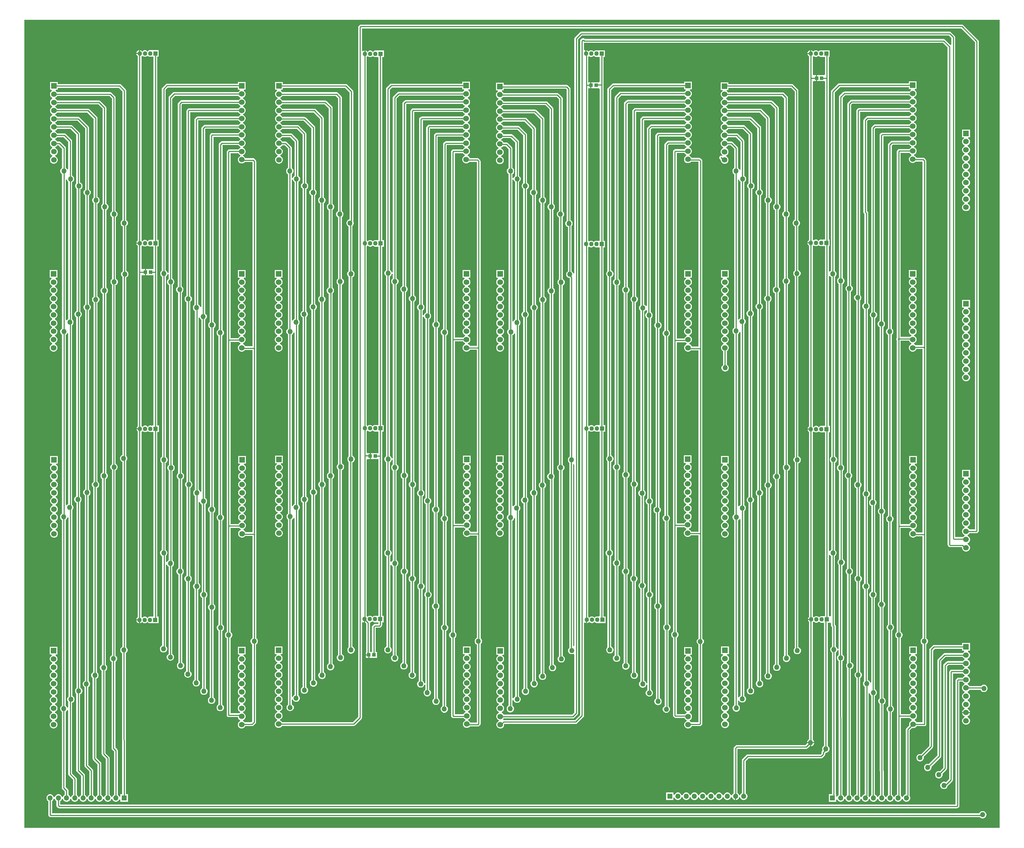
<source format=gbl>
G04*
G04 #@! TF.GenerationSoftware,Altium Limited,Altium Designer,25.2.1 (25)*
G04*
G04 Layer_Physical_Order=2*
G04 Layer_Color=16711680*
%FSAX44Y44*%
%MOMM*%
G71*
G04*
G04 #@! TF.SameCoordinates,962EF830-37C3-45C2-9A6A-2A16DDEA0E73*
G04*
G04*
G04 #@! TF.FilePolarity,Positive*
G04*
G01*
G75*
%ADD12C,0.2540*%
%ADD19C,1.3000*%
%ADD20R,1.3000X1.3000*%
%ADD23R,1.1000X1.1000*%
%ADD24C,1.1000*%
%ADD26R,1.3580X1.3580*%
%ADD27C,1.3580*%
%ADD28C,1.2700*%
%ADD29R,0.9500X0.9500*%
G36*
X02597750Y00250750D02*
X00223500D01*
Y02218750D01*
X02597750D01*
Y00250750D01*
D02*
G37*
%LPC*%
G36*
X00534160Y02145290D02*
Y02145290D01*
X00531620Y02145074D01*
X00531099Y02145290D01*
X00527901D01*
X00524946Y02144066D01*
X00523150Y02142270D01*
X00521354Y02144066D01*
X00518399Y02145290D01*
X00515201D01*
X00512246Y02144066D01*
X00510450Y02142270D01*
X00508654Y02144066D01*
X00505699Y02145290D01*
X00505370D01*
Y02137250D01*
X00504100D01*
Y02135980D01*
X00496060D01*
Y02135651D01*
X00497284Y02132696D01*
X00499304Y02130676D01*
Y01681574D01*
X00497284Y01679554D01*
X00496060Y01676599D01*
Y01676270D01*
X00504100D01*
Y01673730D01*
X00496060D01*
Y01673401D01*
X00497284Y01670446D01*
X00499304Y01668426D01*
Y01604500D01*
Y01228573D01*
X00498035Y01227304D01*
X00496810Y01224349D01*
Y01224020D01*
X00504851D01*
Y01221480D01*
X00496810D01*
Y01221151D01*
X00498035Y01218196D01*
X00499304Y01216927D01*
Y00764179D01*
X00499211Y00764140D01*
X00496949Y00761879D01*
X00495725Y00758924D01*
Y00758595D01*
X00503765D01*
Y00757325D01*
X00505035D01*
Y00749285D01*
X00505364D01*
X00508319Y00750509D01*
X00510115Y00752304D01*
X00511911Y00750509D01*
X00514865Y00749285D01*
X00518064D01*
X00521019Y00750509D01*
X00522815Y00752304D01*
X00524610Y00750509D01*
X00527565Y00749285D01*
X00530764D01*
X00531285Y00749500D01*
X00533825Y00749285D01*
X00533825Y00749285D01*
X00533825Y00749285D01*
X00549905D01*
Y00765365D01*
X00546829D01*
Y01214710D01*
X00550990D01*
Y01230790D01*
X00546829D01*
Y01605500D01*
Y01666960D01*
X00550240D01*
Y01683040D01*
X00546829D01*
Y02129210D01*
X00550240D01*
Y02145290D01*
X00534160D01*
X00534160Y02145290D01*
D02*
G37*
G36*
X02167660Y02145040D02*
Y02145040D01*
X02165120Y02144824D01*
X02164599Y02145040D01*
X02161401D01*
X02158446Y02143816D01*
X02156650Y02142020D01*
X02154854Y02143816D01*
X02151899Y02145040D01*
X02148701D01*
X02145746Y02143816D01*
X02143950Y02142020D01*
X02142154Y02143816D01*
X02139199Y02145040D01*
X02138870D01*
Y02137000D01*
X02137600D01*
Y02135730D01*
X02129560D01*
Y02135401D01*
X02130784Y02132446D01*
X02133046Y02130184D01*
X02133471Y02130008D01*
Y02078750D01*
X02133471Y02078750D01*
X02133471Y02078750D01*
Y01682742D01*
X02133046Y01682566D01*
X02130784Y01680304D01*
X02129561Y01677349D01*
Y01677020D01*
X02137601D01*
Y01674480D01*
X02129561D01*
Y01674151D01*
X02130784Y01671196D01*
X02133046Y01668934D01*
X02133471Y01668758D01*
Y01228741D01*
X02131284Y01226554D01*
X02130060Y01223599D01*
Y01223270D01*
X02138100D01*
Y01220730D01*
X02130060D01*
Y01220401D01*
X02131284Y01217446D01*
X02133471Y01215259D01*
Y00764741D01*
X02131784Y00763054D01*
X02130560Y00760099D01*
Y00759770D01*
X02138600D01*
Y00757230D01*
X02130560D01*
Y00756901D01*
X02131784Y00753946D01*
X02133296Y00752434D01*
Y00466235D01*
X02132214Y00465787D01*
X02129713Y00463286D01*
X02128360Y00460018D01*
Y00459520D01*
X02146140D01*
Y00460018D01*
X02144787Y00463286D01*
X02142554Y00465518D01*
Y00751435D01*
X02143155Y00751684D01*
X02144950Y00753480D01*
X02146746Y00751684D01*
X02149701Y00750460D01*
X02152900D01*
X02155855Y00751684D01*
X02157650Y00753480D01*
X02159446Y00751684D01*
X02162401Y00750460D01*
X02165600D01*
X02166120Y00750676D01*
X02168283Y00750492D01*
X02169621Y00749432D01*
Y00450455D01*
X02169214Y00450287D01*
X02166713Y00447786D01*
X02165360Y00444518D01*
Y00440982D01*
X02166334Y00438631D01*
X02165227Y00437524D01*
X02164223Y00436022D01*
X02163871Y00434251D01*
X02163871Y00434251D01*
Y00431917D01*
X02161583Y00429629D01*
X01984250D01*
X01984250Y00429629D01*
X01982479Y00429277D01*
X01980977Y00428273D01*
X01980977Y00428273D01*
X01971227Y00418523D01*
X01970223Y00417021D01*
X01969871Y00415250D01*
X01969871Y00415250D01*
Y00335617D01*
X01969379Y00335414D01*
X01966836Y00332871D01*
X01965875Y00330549D01*
X01963125D01*
X01962164Y00332871D01*
X01959621Y00335414D01*
X01959129Y00335617D01*
Y00442583D01*
X01959667Y00443121D01*
X02126750D01*
X02126750Y00443121D01*
X02128521Y00443473D01*
X02130023Y00444477D01*
X02135075Y00449529D01*
X02135482Y00449360D01*
X02135980D01*
Y00456980D01*
X02128360D01*
Y00456482D01*
X02128528Y00456075D01*
X02124833Y00452379D01*
X01957750D01*
X01957750Y00452379D01*
X01955979Y00452027D01*
X01954477Y00451023D01*
X01954477Y00451023D01*
X01951227Y00447773D01*
X01950223Y00446271D01*
X01949871Y00444500D01*
X01949871Y00444500D01*
Y00335617D01*
X01949379Y00335414D01*
X01946836Y00332871D01*
X01945875Y00330549D01*
X01943125D01*
X01942164Y00332871D01*
X01939621Y00335414D01*
X01936298Y00336790D01*
X01932702D01*
X01929379Y00335414D01*
X01926836Y00332871D01*
X01925875Y00330549D01*
X01923125D01*
X01922164Y00332871D01*
X01919621Y00335414D01*
X01916298Y00336790D01*
X01912702D01*
X01909379Y00335414D01*
X01906836Y00332871D01*
X01905875Y00330549D01*
X01903125D01*
X01902164Y00332871D01*
X01899621Y00335414D01*
X01896298Y00336790D01*
X01892702D01*
X01889379Y00335414D01*
X01886836Y00332871D01*
X01885875Y00330549D01*
X01883125D01*
X01882164Y00332871D01*
X01879621Y00335414D01*
X01876298Y00336790D01*
X01872702D01*
X01869379Y00335414D01*
X01866836Y00332871D01*
X01865875Y00330549D01*
X01863125D01*
X01862164Y00332871D01*
X01859621Y00335414D01*
X01856298Y00336790D01*
X01852702D01*
X01849379Y00335414D01*
X01846836Y00332871D01*
X01845875Y00330549D01*
X01843125D01*
X01842164Y00332871D01*
X01839621Y00335414D01*
X01836298Y00336790D01*
X01832702D01*
X01829379Y00335414D01*
X01826836Y00332871D01*
X01825875Y00330549D01*
X01823125D01*
X01822164Y00332871D01*
X01819621Y00335414D01*
X01816298Y00336790D01*
X01812702D01*
X01809379Y00335414D01*
X01806836Y00332871D01*
X01806080Y00331045D01*
X01803540Y00331550D01*
Y00336790D01*
X01785460D01*
Y00318710D01*
X01803540D01*
Y00323950D01*
X01806080Y00324455D01*
X01806836Y00322629D01*
X01809379Y00320086D01*
X01812702Y00318710D01*
X01816298D01*
X01819621Y00320086D01*
X01822164Y00322629D01*
X01823125Y00324951D01*
X01825875D01*
X01826836Y00322629D01*
X01829379Y00320086D01*
X01832702Y00318710D01*
X01836298D01*
X01839621Y00320086D01*
X01842164Y00322629D01*
X01843125Y00324951D01*
X01845875D01*
X01846836Y00322629D01*
X01849379Y00320086D01*
X01852702Y00318710D01*
X01856298D01*
X01859621Y00320086D01*
X01862164Y00322629D01*
X01863125Y00324951D01*
X01865875D01*
X01866836Y00322629D01*
X01869379Y00320086D01*
X01872702Y00318710D01*
X01876298D01*
X01879621Y00320086D01*
X01882164Y00322629D01*
X01883125Y00324951D01*
X01885875D01*
X01886836Y00322629D01*
X01889379Y00320086D01*
X01892702Y00318710D01*
X01896298D01*
X01899621Y00320086D01*
X01902164Y00322629D01*
X01903125Y00324951D01*
X01905875D01*
X01906836Y00322629D01*
X01909379Y00320086D01*
X01912702Y00318710D01*
X01916298D01*
X01919621Y00320086D01*
X01922164Y00322629D01*
X01923125Y00324951D01*
X01925875D01*
X01926836Y00322629D01*
X01929379Y00320086D01*
X01932702Y00318710D01*
X01936298D01*
X01939621Y00320086D01*
X01942164Y00322629D01*
X01943125Y00324951D01*
X01945875D01*
X01946836Y00322629D01*
X01949379Y00320086D01*
X01952702Y00318710D01*
X01953230D01*
Y00327750D01*
X01955770D01*
Y00318710D01*
X01956298D01*
X01959621Y00320086D01*
X01962164Y00322629D01*
X01963125Y00324951D01*
X01965875D01*
X01966836Y00322629D01*
X01969379Y00320086D01*
X01972702Y00318710D01*
X01976298D01*
X01979621Y00320086D01*
X01982164Y00322629D01*
X01983540Y00325952D01*
Y00329548D01*
X01982164Y00332871D01*
X01979621Y00335414D01*
X01979129Y00335617D01*
Y00413333D01*
X01986167Y00420371D01*
X02163500D01*
X02163500Y00420371D01*
X02165271Y00420723D01*
X02166773Y00421727D01*
X02171773Y00426727D01*
X02171773Y00426727D01*
X02172777Y00428229D01*
X02173129Y00430000D01*
Y00432333D01*
X02174656Y00433860D01*
X02176018D01*
X02179286Y00435213D01*
X02181787Y00437714D01*
X02183140Y00440982D01*
Y00444518D01*
X02181787Y00447786D01*
X02179286Y00450287D01*
X02178879Y00450455D01*
Y00750460D01*
X02184331D01*
X02184740Y00750460D01*
X02186871Y00749472D01*
Y00744500D01*
X02186871Y00744500D01*
X02186871Y00744500D01*
X02187072Y00743492D01*
X02187223Y00742729D01*
X02187223Y00742729D01*
X02187223Y00742729D01*
X02187676Y00742052D01*
X02188227Y00741227D01*
X02188227Y00741227D01*
X02188227Y00741227D01*
X02189371Y00740083D01*
Y00692705D01*
X02188964Y00692536D01*
X02186464Y00690036D01*
X02185110Y00686768D01*
Y00683232D01*
X02186464Y00679964D01*
X02188964Y00677463D01*
X02189371Y00677295D01*
Y00332425D01*
X02181460D01*
Y00314345D01*
X02199540D01*
Y00319585D01*
X02202080Y00320090D01*
X02202836Y00318264D01*
X02205379Y00315721D01*
X02208702Y00314345D01*
X02212298D01*
X02215621Y00315721D01*
X02218163Y00318264D01*
X02219125Y00320586D01*
X02221874D01*
X02222836Y00318264D01*
X02225379Y00315721D01*
X02228701Y00314345D01*
X02232298D01*
X02235620Y00315721D01*
X02238163Y00318264D01*
X02239125Y00320586D01*
X02241874D01*
X02242836Y00318264D01*
X02245379Y00315721D01*
X02248701Y00314345D01*
X02252298D01*
X02255620Y00315721D01*
X02258163Y00318264D01*
X02259125Y00320586D01*
X02261874D01*
X02262836Y00318264D01*
X02265379Y00315721D01*
X02268701Y00314345D01*
X02272298D01*
X02275620Y00315721D01*
X02278163Y00318264D01*
X02279125Y00320586D01*
X02281874D01*
X02282836Y00318264D01*
X02285379Y00315721D01*
X02288701Y00314345D01*
X02292298D01*
X02295620Y00315721D01*
X02298163Y00318264D01*
X02299125Y00320586D01*
X02301874D01*
X02302836Y00318264D01*
X02305379Y00315721D01*
X02308702Y00314345D01*
X02312298D01*
X02315621Y00315721D01*
X02318164Y00318264D01*
X02319125Y00320586D01*
X02321875D01*
X02322836Y00318264D01*
X02325379Y00315721D01*
X02328702Y00314345D01*
X02332298D01*
X02335621Y00315721D01*
X02338164Y00318264D01*
X02339125Y00320586D01*
X02341875D01*
X02342836Y00318264D01*
X02345379Y00315721D01*
X02348702Y00314345D01*
X02352298D01*
X02355621Y00315721D01*
X02358164Y00318264D01*
X02359125Y00320586D01*
X02361875D01*
X02362836Y00318264D01*
X02365379Y00315721D01*
X02368702Y00314345D01*
X02372298D01*
X02375621Y00315721D01*
X02378164Y00318264D01*
X02379540Y00321587D01*
Y00325183D01*
X02378180Y00328466D01*
X02378379Y00329466D01*
X02378379Y00329466D01*
Y00488082D01*
X02384488Y00494192D01*
X02385144Y00493920D01*
X02388856D01*
X02392285Y00495340D01*
X02394910Y00497965D01*
X02395078Y00498371D01*
X02414250D01*
X02416022Y00498724D01*
X02417523Y00499727D01*
X02418527Y00501229D01*
X02418879Y00503000D01*
Y00697807D01*
X02421286Y00700214D01*
X02422640Y00703482D01*
Y00707018D01*
X02421286Y00710286D01*
X02418879Y00712693D01*
Y00964500D01*
X02418879Y00964500D01*
X02418879Y00964500D01*
Y01875500D01*
X02418879Y01875500D01*
X02418527Y01877271D01*
X02417523Y01878773D01*
X02417523Y01878773D01*
X02414523Y01881773D01*
X02413021Y01882777D01*
X02411250Y01883129D01*
X02411250Y01883129D01*
X02394699D01*
X02393909Y01885035D01*
X02391285Y01887659D01*
X02389557Y01888375D01*
Y01891125D01*
X02391285Y01891840D01*
X02393909Y01894465D01*
X02395330Y01897894D01*
Y01901606D01*
X02393909Y01905035D01*
X02391285Y01907659D01*
X02389557Y01908375D01*
Y01911124D01*
X02391285Y01911840D01*
X02393909Y01914465D01*
X02395330Y01917894D01*
Y01921606D01*
X02393909Y01925035D01*
X02391285Y01927659D01*
X02389556Y01928375D01*
Y01931125D01*
X02391285Y01931841D01*
X02393909Y01934465D01*
X02395330Y01937894D01*
Y01941606D01*
X02393909Y01945035D01*
X02391285Y01947660D01*
X02389557Y01948376D01*
Y01951125D01*
X02391285Y01951841D01*
X02393909Y01954465D01*
X02395330Y01957894D01*
Y01961606D01*
X02393909Y01965035D01*
X02391285Y01967660D01*
X02389557Y01968376D01*
Y01971125D01*
X02391285Y01971841D01*
X02393909Y01974465D01*
X02395330Y01977894D01*
Y01981606D01*
X02393909Y01985035D01*
X02391285Y01987660D01*
X02389557Y01988376D01*
Y01991125D01*
X02391285Y01991841D01*
X02393909Y01994465D01*
X02395330Y01997894D01*
Y02001606D01*
X02393909Y02005035D01*
X02391285Y02007660D01*
X02389557Y02008376D01*
Y02011125D01*
X02391285Y02011841D01*
X02393909Y02014465D01*
X02395330Y02017894D01*
Y02021606D01*
X02393909Y02025035D01*
X02391285Y02027660D01*
X02389557Y02028375D01*
Y02031125D01*
X02391285Y02031841D01*
X02393909Y02034465D01*
X02395330Y02037894D01*
Y02041606D01*
X02393909Y02045035D01*
X02391285Y02047660D01*
X02390753Y02047880D01*
X02391258Y02050420D01*
X02395330D01*
Y02069080D01*
X02376670D01*
Y02064379D01*
X02207250D01*
X02205478Y02064027D01*
X02203977Y02063023D01*
X02203977Y02063023D01*
X02187977Y02047023D01*
X02186973Y02045522D01*
X02186621Y02043750D01*
X02186621Y02043750D01*
Y01608205D01*
X02186214Y01608037D01*
X02183869Y01605692D01*
X02183114Y01605757D01*
X02181329Y01606418D01*
Y01667710D01*
X02183741D01*
Y01683790D01*
X02181329D01*
Y02078250D01*
X02181329Y02078250D01*
X02181329Y02078250D01*
Y02128960D01*
X02183740D01*
Y02145040D01*
X02167660D01*
X02167660Y02145040D01*
D02*
G37*
G36*
X00502830Y02145290D02*
X00502501D01*
X00499546Y02144066D01*
X00497284Y02141804D01*
X00496060Y02138849D01*
Y02138520D01*
X00502830D01*
Y02145290D01*
D02*
G37*
G36*
X02136330Y02145040D02*
X02136001D01*
X02133046Y02143816D01*
X02130784Y02141554D01*
X02129560Y02138599D01*
Y02138270D01*
X02136330D01*
Y02145040D01*
D02*
G37*
G36*
X01308330Y02068330D02*
X01289670D01*
Y02063629D01*
X01116500D01*
X01116500Y02063629D01*
X01114729Y02063277D01*
X01113227Y02062273D01*
X01113227Y02062273D01*
X01104977Y02054023D01*
X01103973Y02052521D01*
X01103621Y02050750D01*
X01103621Y02050750D01*
Y01609693D01*
X01101214Y01607286D01*
X01099860Y01604018D01*
Y01600482D01*
X01101214Y01597214D01*
X01103621Y01594807D01*
Y01156443D01*
X01101214Y01154036D01*
X01099860Y01150768D01*
Y01147232D01*
X01101214Y01143964D01*
X01103621Y01141557D01*
Y00927955D01*
X01103214Y00927787D01*
X01100713Y00925286D01*
X01099360Y00922019D01*
Y00918482D01*
X01100713Y00915214D01*
X01103214Y00912713D01*
X01104871Y00912027D01*
Y00692619D01*
X01103464Y00692037D01*
X01100964Y00689536D01*
X01099610Y00686268D01*
Y00682732D01*
X01100964Y00679464D01*
X01103464Y00676963D01*
X01106732Y00675610D01*
X01110268D01*
X01113536Y00676963D01*
X01116037Y00679464D01*
X01117390Y00682732D01*
Y00686268D01*
X01116037Y00689536D01*
X01114129Y00691444D01*
Y00891024D01*
X01116669Y00891529D01*
X01117214Y00890214D01*
X01119714Y00887713D01*
X01120371Y00887441D01*
Y00671955D01*
X01119964Y00671787D01*
X01117463Y00669286D01*
X01116110Y00666019D01*
Y00662482D01*
X01117463Y00659214D01*
X01119964Y00656713D01*
X01123232Y00655360D01*
X01126768D01*
X01130036Y00656713D01*
X01132537Y00659214D01*
X01133890Y00662482D01*
Y00666019D01*
X01132537Y00669286D01*
X01130036Y00671787D01*
X01129629Y00671955D01*
Y00887648D01*
X01129786Y00887713D01*
X01132287Y00890214D01*
X01133640Y00893482D01*
Y00897018D01*
X01132287Y00900286D01*
X01129786Y00902786D01*
X01129379Y00902955D01*
Y01120838D01*
X01130286Y01121214D01*
X01132787Y01123714D01*
X01134140Y01126982D01*
Y01130518D01*
X01132787Y01133786D01*
X01130286Y01136287D01*
X01129379Y01136662D01*
Y01574088D01*
X01130286Y01574463D01*
X01132787Y01576964D01*
X01134140Y01580232D01*
Y01583768D01*
X01132787Y01587036D01*
X01130286Y01589536D01*
X01129379Y01589912D01*
Y02027333D01*
X01136417Y02034371D01*
X01290819D01*
X01291091Y02033715D01*
X01293715Y02031091D01*
X01295444Y02030375D01*
Y02027625D01*
X01293715Y02026909D01*
X01291091Y02024285D01*
X01290819Y02023629D01*
X01152000D01*
X01150229Y02023277D01*
X01148727Y02022274D01*
X01148727Y02022273D01*
X01144977Y02018523D01*
X01143974Y02017022D01*
X01143621Y02015250D01*
X01143621Y02015250D01*
Y01571016D01*
X01142464Y01570537D01*
X01139963Y01568036D01*
X01138610Y01564769D01*
Y01561232D01*
X01139963Y01557964D01*
X01142464Y01555464D01*
X01143121Y01555192D01*
Y01116851D01*
X01142964Y01116787D01*
X01140464Y01114286D01*
X01139110Y01111018D01*
Y01107482D01*
X01140464Y01104214D01*
X01142964Y01101713D01*
X01143496Y01101493D01*
Y00882903D01*
X01143214Y00882787D01*
X01140714Y00880286D01*
X01139360Y00877018D01*
Y00873482D01*
X01140714Y00870214D01*
X01143214Y00867713D01*
X01143621Y00867545D01*
Y00653369D01*
X01142214Y00652786D01*
X01139713Y00650286D01*
X01138360Y00647018D01*
Y00643482D01*
X01139713Y00640214D01*
X01142214Y00637713D01*
X01145482Y00636360D01*
X01149018D01*
X01152286Y00637713D01*
X01154787Y00640214D01*
X01156140Y00643482D01*
Y00647018D01*
X01154787Y00650286D01*
X01152879Y00652193D01*
Y00867545D01*
X01153286Y00867713D01*
X01155787Y00870214D01*
X01157140Y00873482D01*
Y00877018D01*
X01155787Y00880286D01*
X01153286Y00882787D01*
X01152754Y00883007D01*
Y01101597D01*
X01153036Y01101713D01*
X01155537Y01104214D01*
X01156890Y01107482D01*
Y01111018D01*
X01155537Y01114286D01*
X01153036Y01116787D01*
X01152379Y01117059D01*
Y01555399D01*
X01152536Y01555464D01*
X01155036Y01557964D01*
X01156390Y01561232D01*
Y01564769D01*
X01155036Y01568036D01*
X01152879Y01570193D01*
Y02013333D01*
X01153918Y02014371D01*
X01290819D01*
X01291091Y02013715D01*
X01293715Y02011090D01*
X01295443Y02010374D01*
Y02007625D01*
X01293715Y02006909D01*
X01291091Y02004285D01*
X01290819Y02003629D01*
X01170250D01*
X01170250Y02003629D01*
X01168479Y02003277D01*
X01166977Y02002274D01*
X01166977Y02002273D01*
X01164477Y01999773D01*
X01163473Y01998271D01*
X01163121Y01996500D01*
X01163121Y01996500D01*
Y01548101D01*
X01162964Y01548036D01*
X01160464Y01545536D01*
X01159110Y01542268D01*
Y01538732D01*
X01160464Y01535464D01*
X01162964Y01532963D01*
X01163371Y01532795D01*
Y01094955D01*
X01162964Y01094787D01*
X01160464Y01092286D01*
X01159110Y01089018D01*
Y01085482D01*
X01160464Y01082214D01*
X01162964Y01079714D01*
X01163246Y01079597D01*
Y00865257D01*
X01162714Y00865036D01*
X01160213Y00862536D01*
X01158860Y00859268D01*
Y00855732D01*
X01160213Y00852464D01*
X01162714Y00849963D01*
X01163121Y00849795D01*
Y00630455D01*
X01162714Y00630287D01*
X01160213Y00627786D01*
X01158860Y00624518D01*
Y00620982D01*
X01160213Y00617714D01*
X01162714Y00615214D01*
X01165981Y00613860D01*
X01169518D01*
X01172785Y00615214D01*
X01175286Y00617714D01*
X01176640Y00620982D01*
Y00624518D01*
X01175286Y00627786D01*
X01172785Y00630287D01*
X01172379Y00630455D01*
Y00849795D01*
X01172785Y00849963D01*
X01175286Y00852464D01*
X01176640Y00855732D01*
Y00859268D01*
X01175286Y00862536D01*
X01172785Y00865036D01*
X01172504Y00865153D01*
Y01079493D01*
X01173036Y01079714D01*
X01175537Y01082214D01*
X01176890Y01085482D01*
Y01089018D01*
X01175537Y01092286D01*
X01173036Y01094787D01*
X01172629Y01094955D01*
Y01532795D01*
X01173036Y01532963D01*
X01175537Y01535464D01*
X01176890Y01538732D01*
Y01542268D01*
X01175537Y01545536D01*
X01173036Y01548036D01*
X01172379Y01548309D01*
Y01994371D01*
X01290819D01*
X01291091Y01993715D01*
X01293715Y01991090D01*
X01295443Y01990374D01*
Y01987625D01*
X01293715Y01986909D01*
X01291091Y01984285D01*
X01290819Y01983629D01*
X01190750D01*
X01190750Y01983629D01*
X01188979Y01983277D01*
X01187477Y01982274D01*
X01187477Y01982274D01*
X01185477Y01980273D01*
X01184473Y01978772D01*
X01184121Y01977000D01*
X01184121Y01977000D01*
Y01526809D01*
X01183464Y01526537D01*
X01180963Y01524036D01*
X01179610Y01520769D01*
Y01517232D01*
X01180963Y01513965D01*
X01183464Y01511464D01*
X01183871Y01511295D01*
Y01073455D01*
X01183464Y01073287D01*
X01180963Y01070786D01*
X01179610Y01067518D01*
Y01063982D01*
X01180963Y01060714D01*
X01183464Y01058213D01*
X01183996Y01057993D01*
Y00846653D01*
X01183714Y00846537D01*
X01181213Y00844036D01*
X01179860Y00840768D01*
Y00837232D01*
X01181213Y00833964D01*
X01183371Y00831806D01*
Y00608852D01*
X01183214Y00608787D01*
X01180714Y00606286D01*
X01179360Y00603018D01*
Y00599482D01*
X01180714Y00596214D01*
X01183214Y00593713D01*
X01186482Y00592360D01*
X01190018D01*
X01193286Y00593713D01*
X01195787Y00596214D01*
X01197140Y00599482D01*
X01199621Y00599339D01*
Y00587455D01*
X01199214Y00587286D01*
X01196713Y00584786D01*
X01195360Y00581518D01*
Y00577982D01*
X01196713Y00574714D01*
X01199214Y00572213D01*
X01202482Y00570860D01*
X01206018D01*
X01209286Y00572213D01*
X01211787Y00574714D01*
X01213140Y00577982D01*
Y00581518D01*
X01211787Y00584786D01*
X01209286Y00587286D01*
X01208879Y00587455D01*
Y00810320D01*
X01211036Y00811214D01*
X01213537Y00813714D01*
X01214890Y00816982D01*
Y00820518D01*
X01213537Y00823786D01*
X01211036Y00826287D01*
X01210004Y00826714D01*
Y01039682D01*
X01212287Y01041964D01*
X01213640Y01045232D01*
Y01048768D01*
X01212287Y01052036D01*
X01209786Y01054537D01*
X01209254Y01054757D01*
Y01489847D01*
X01209536Y01489964D01*
X01212037Y01492464D01*
X01213390Y01495732D01*
Y01499268D01*
X01212037Y01502536D01*
X01210629Y01503943D01*
Y01954083D01*
X01210918Y01954371D01*
X01290819D01*
X01291091Y01953715D01*
X01293715Y01951090D01*
X01295443Y01950375D01*
Y01947625D01*
X01293715Y01946909D01*
X01291091Y01944285D01*
X01290819Y01943629D01*
X01226738D01*
X01224966Y01943277D01*
X01223465Y01942274D01*
X01223465Y01942274D01*
X01221727Y01940536D01*
X01220723Y01939034D01*
X01220371Y01937263D01*
X01220371Y01937262D01*
Y01483943D01*
X01218214Y01481786D01*
X01216860Y01478518D01*
Y01474982D01*
X01218214Y01471714D01*
X01220621Y01469307D01*
Y01034412D01*
X01219714Y01034036D01*
X01217213Y01031536D01*
X01215860Y01028268D01*
Y01024732D01*
X01217213Y01021464D01*
X01219714Y01018963D01*
X01220246Y01018743D01*
Y00798653D01*
X01219964Y00798537D01*
X01217463Y00796036D01*
X01216110Y00792768D01*
Y00789232D01*
X01217463Y00785964D01*
X01219964Y00783464D01*
X01220621Y00783192D01*
Y00566601D01*
X01220464Y00566537D01*
X01217964Y00564036D01*
X01216610Y00560769D01*
Y00557232D01*
X01217964Y00553964D01*
X01220464Y00551464D01*
X01223732Y00550110D01*
X01227269D01*
X01230536Y00551464D01*
X01233037Y00553964D01*
X01234390Y00557232D01*
Y00560769D01*
X01233037Y00564036D01*
X01230536Y00566537D01*
X01229879Y00566809D01*
Y00783399D01*
X01230036Y00783464D01*
X01232536Y00785964D01*
X01233890Y00789232D01*
Y00792768D01*
X01232536Y00796036D01*
X01230036Y00798537D01*
X01229504Y00798757D01*
Y01018847D01*
X01229786Y01018963D01*
X01232287Y01021464D01*
X01233640Y01024732D01*
Y01028268D01*
X01232287Y01031536D01*
X01229879Y01033943D01*
Y01468838D01*
X01230786Y01469213D01*
X01233287Y01471714D01*
X01234640Y01474982D01*
Y01478518D01*
X01233287Y01481786D01*
X01230786Y01484286D01*
X01229629Y01484766D01*
Y01934371D01*
X01290819D01*
X01291091Y01933715D01*
X01293715Y01931090D01*
X01295443Y01930375D01*
Y01927625D01*
X01293715Y01926910D01*
X01291091Y01924285D01*
X01290819Y01923629D01*
X01250250D01*
X01250250Y01923629D01*
X01248479Y01923277D01*
X01246977Y01922273D01*
X01246977Y01922273D01*
X01243727Y01919023D01*
X01242723Y01917521D01*
X01242371Y01915750D01*
X01242371Y01915750D01*
Y01465869D01*
X01240964Y01465287D01*
X01238464Y01462786D01*
X01237110Y01459518D01*
Y01455982D01*
X01238464Y01452714D01*
X01240964Y01450214D01*
X01241371Y01450045D01*
Y01012205D01*
X01240964Y01012037D01*
X01238464Y01009536D01*
X01237110Y01006268D01*
Y01002732D01*
X01238464Y00999464D01*
X01240964Y00996963D01*
X01241621Y00996691D01*
Y00746102D01*
X01241464Y00746037D01*
X01238963Y00743536D01*
X01237610Y00740268D01*
Y00736732D01*
X01238963Y00733464D01*
X01241121Y00731306D01*
Y00547705D01*
X01240714Y00547537D01*
X01238214Y00545036D01*
X01236860Y00541768D01*
Y00538232D01*
X01238214Y00534964D01*
X01240714Y00532463D01*
X01243982Y00531110D01*
X01247518D01*
X01250786Y00532463D01*
X01253287Y00534964D01*
X01254640Y00538232D01*
Y00541768D01*
X01253287Y00545036D01*
X01250786Y00547537D01*
X01250379Y00547705D01*
Y00730484D01*
X01251536Y00730963D01*
X01254036Y00733464D01*
X01255390Y00736732D01*
Y00740268D01*
X01254036Y00743536D01*
X01251536Y00746037D01*
X01250879Y00746309D01*
Y00996898D01*
X01251036Y00996963D01*
X01253537Y00999464D01*
X01254890Y01002732D01*
Y01006268D01*
X01253537Y01009536D01*
X01251036Y01012037D01*
X01250629Y01012205D01*
Y01450045D01*
X01251036Y01450214D01*
X01253537Y01452714D01*
X01254890Y01455982D01*
Y01459518D01*
X01253537Y01462786D01*
X01251629Y01464694D01*
Y01913832D01*
X01252167Y01914371D01*
X01290819D01*
X01291091Y01913715D01*
X01293715Y01911090D01*
X01295443Y01910375D01*
Y01907625D01*
X01293715Y01906910D01*
X01291091Y01904285D01*
X01290819Y01903629D01*
X01268238D01*
X01268238Y01903629D01*
X01266466Y01903277D01*
X01264965Y01902273D01*
X01264965Y01902273D01*
X01263477Y01900785D01*
X01262473Y01899283D01*
X01262121Y01897512D01*
X01262121Y01897512D01*
Y01439250D01*
X01262121Y01439250D01*
X01262121Y01439250D01*
Y00986000D01*
X01262121Y00986000D01*
X01262121Y00986000D01*
Y00728412D01*
X01261214Y00728036D01*
X01258713Y00725536D01*
X01257360Y00722268D01*
Y00718732D01*
X01258713Y00715464D01*
X01261214Y00712963D01*
X01262121Y00712588D01*
Y00523988D01*
X01262121Y00523987D01*
X01262121Y00523987D01*
X01262309Y00523040D01*
X01262473Y00522216D01*
X01262473Y00522216D01*
X01262474Y00522216D01*
X01262978Y00521461D01*
X01263477Y00520715D01*
X01263477Y00520714D01*
X01263477Y00520714D01*
X01264965Y00519227D01*
X01264965Y00519227D01*
X01264965Y00519227D01*
X01264965Y00519227D01*
X01265641Y00518775D01*
X01266466Y00518224D01*
X01266467Y00518224D01*
X01266467Y00518223D01*
X01267297Y00518059D01*
X01268238Y00517871D01*
X01292684D01*
X01294965Y00515591D01*
X01296694Y00514875D01*
Y00512125D01*
X01294965Y00511409D01*
X01292340Y00508785D01*
X01290920Y00505356D01*
Y00501644D01*
X01292340Y00498215D01*
X01294965Y00495590D01*
X01298394Y00494170D01*
X01302106D01*
X01305535Y00495590D01*
X01307816Y00497871D01*
X01327761D01*
X01327761Y00497871D01*
X01327762Y00497871D01*
X01327762D01*
X01328564Y00498031D01*
X01329533Y00498223D01*
X01329533Y00498224D01*
X01329534Y00498224D01*
X01330288Y00498728D01*
X01331035Y00499227D01*
X01332523Y00500714D01*
X01332523Y00500714D01*
X01332523Y00500715D01*
X01333054Y00501509D01*
X01333526Y00502216D01*
X01333526Y00502216D01*
X01333527Y00502216D01*
X01333704Y00503106D01*
X01333879Y00503987D01*
X01333879Y00503987D01*
X01333879Y00503988D01*
Y00698307D01*
X01336036Y00700464D01*
X01337390Y00703732D01*
Y00707269D01*
X01336036Y00710536D01*
X01333879Y00712693D01*
Y00965750D01*
X01333879Y00965750D01*
X01333879Y00965750D01*
Y01419000D01*
X01333879Y01419000D01*
X01333879Y01419000D01*
Y01874750D01*
X01333879Y01874750D01*
X01333879Y01874751D01*
X01333684Y01875731D01*
X01333527Y01876521D01*
X01333526Y01876522D01*
X01333526Y01876522D01*
X01333088Y01877178D01*
X01332523Y01878023D01*
X01332523Y01878023D01*
X01332523Y01878024D01*
X01329523Y01881023D01*
X01329523Y01881023D01*
X01329523Y01881023D01*
X01329523Y01881023D01*
X01328860Y01881466D01*
X01328021Y01882027D01*
X01328021Y01882027D01*
X01328021Y01882027D01*
X01326925Y01882244D01*
X01326250Y01882379D01*
X01326250D01*
X01326249Y01882379D01*
X01326249Y01882379D01*
X01307699D01*
X01306910Y01884285D01*
X01304285Y01886910D01*
X01302557Y01887625D01*
Y01890375D01*
X01304285Y01891090D01*
X01306910Y01893715D01*
X01308330Y01897144D01*
Y01900856D01*
X01306910Y01904285D01*
X01304285Y01906910D01*
X01302557Y01907625D01*
Y01910375D01*
X01304285Y01911090D01*
X01306910Y01913715D01*
X01308330Y01917144D01*
Y01920856D01*
X01306910Y01924285D01*
X01304285Y01926910D01*
X01302557Y01927625D01*
Y01930375D01*
X01304285Y01931090D01*
X01306910Y01933715D01*
X01308330Y01937144D01*
Y01940856D01*
X01306910Y01944285D01*
X01304285Y01946909D01*
X01302557Y01947625D01*
Y01950375D01*
X01304285Y01951090D01*
X01306910Y01953715D01*
X01308330Y01957144D01*
Y01960856D01*
X01306910Y01964285D01*
X01304285Y01966909D01*
X01302557Y01967625D01*
Y01970374D01*
X01304285Y01971090D01*
X01306910Y01973715D01*
X01308330Y01977144D01*
Y01980856D01*
X01306910Y01984285D01*
X01304285Y01986909D01*
X01302557Y01987625D01*
Y01990374D01*
X01304285Y01991090D01*
X01306910Y01993715D01*
X01308330Y01997144D01*
Y02000856D01*
X01306910Y02004285D01*
X01304285Y02006909D01*
X01302557Y02007625D01*
Y02010374D01*
X01304285Y02011090D01*
X01306910Y02013715D01*
X01308330Y02017144D01*
Y02020856D01*
X01306910Y02024285D01*
X01304285Y02026909D01*
X01302557Y02027625D01*
Y02030375D01*
X01304285Y02031091D01*
X01306910Y02033715D01*
X01308330Y02037144D01*
Y02040856D01*
X01306910Y02044285D01*
X01304285Y02046910D01*
X01303753Y02047130D01*
X01304259Y02049670D01*
X01308330D01*
Y02068330D01*
D02*
G37*
G36*
X00761830Y02067830D02*
X00743170D01*
Y02063379D01*
X00570500D01*
X00570500Y02063379D01*
X00568729Y02063027D01*
X00567227Y02062023D01*
X00559227Y02054023D01*
X00558223Y02052521D01*
X00557871Y02050750D01*
X00557871Y02050750D01*
Y01608693D01*
X00555464Y01606286D01*
X00554110Y01603018D01*
Y01599482D01*
X00555464Y01596214D01*
X00557964Y01593713D01*
X00558496Y01593493D01*
Y01154903D01*
X00558214Y01154787D01*
X00555714Y01152286D01*
X00554360Y01149018D01*
Y01145482D01*
X00555714Y01142214D01*
X00558214Y01139713D01*
X00558246Y01139700D01*
Y00928111D01*
X00557464Y00927787D01*
X00554963Y00925286D01*
X00553610Y00922019D01*
Y00918482D01*
X00554963Y00915214D01*
X00557464Y00912713D01*
X00558871Y00912131D01*
Y00695223D01*
X00557214Y00694537D01*
X00554713Y00692036D01*
X00553360Y00688768D01*
Y00685232D01*
X00554713Y00681964D01*
X00557214Y00679463D01*
X00560481Y00678110D01*
X00564018D01*
X00567286Y00679463D01*
X00569786Y00681964D01*
X00571140Y00685232D01*
Y00688768D01*
X00569786Y00692036D01*
X00568129Y00693693D01*
Y00891627D01*
X00570669Y00892132D01*
X00571464Y00890214D01*
X00573964Y00887713D01*
X00574371Y00887545D01*
Y00674559D01*
X00573714Y00674287D01*
X00571214Y00671786D01*
X00569860Y00668518D01*
Y00664982D01*
X00571214Y00661714D01*
X00573714Y00659213D01*
X00576982Y00657860D01*
X00580518D01*
X00583786Y00659213D01*
X00586287Y00661714D01*
X00587640Y00664982D01*
Y00668518D01*
X00586287Y00671786D01*
X00583786Y00674287D01*
X00583629Y00674352D01*
Y00887545D01*
X00584036Y00887713D01*
X00586537Y00890214D01*
X00587890Y00893482D01*
Y00897018D01*
X00586537Y00900286D01*
X00584379Y00902443D01*
Y01119984D01*
X00585536Y01120463D01*
X00588037Y01122964D01*
X00589390Y01126232D01*
Y01129768D01*
X00588037Y01133036D01*
X00585536Y01135536D01*
X00584629Y01135912D01*
Y01573557D01*
X00587037Y01575964D01*
X00588390Y01579232D01*
Y01582769D01*
X00587037Y01586036D01*
X00584536Y01588537D01*
X00583629Y01588912D01*
Y02027333D01*
X00590418Y02034121D01*
X00744215D01*
X00744590Y02033215D01*
X00747215Y02030590D01*
X00748943Y02029875D01*
Y02027125D01*
X00747215Y02026409D01*
X00744590Y02023785D01*
X00744422Y02023379D01*
X00606000D01*
X00604229Y02023027D01*
X00602727Y02022023D01*
X00602727Y02022023D01*
X00598477Y02017773D01*
X00597473Y02016271D01*
X00597121Y02014500D01*
X00597121Y02014500D01*
Y01569705D01*
X00596714Y01569536D01*
X00594213Y01567036D01*
X00592860Y01563768D01*
Y01560232D01*
X00594213Y01556964D01*
X00596714Y01554463D01*
X00597934Y01553958D01*
Y01114756D01*
X00595838Y01112661D01*
X00594485Y01109393D01*
Y01105857D01*
X00595838Y01102589D01*
X00598309Y01100119D01*
Y00883136D01*
X00597464Y00882787D01*
X00594964Y00880286D01*
X00593610Y00877018D01*
Y00873482D01*
X00594964Y00870214D01*
X00597464Y00867713D01*
X00598496Y00867286D01*
Y00653319D01*
X00596213Y00651036D01*
X00594860Y00647769D01*
Y00644232D01*
X00596213Y00640965D01*
X00598714Y00638464D01*
X00601982Y00637110D01*
X00605518D01*
X00608786Y00638464D01*
X00611287Y00640965D01*
X00612640Y00644232D01*
Y00647769D01*
X00611287Y00651036D01*
X00608786Y00653537D01*
X00607754Y00653964D01*
Y00867931D01*
X00610037Y00870214D01*
X00611390Y00873482D01*
Y00877018D01*
X00610037Y00880286D01*
X00607566Y00882756D01*
Y01099739D01*
X00608411Y01100088D01*
X00610912Y01102589D01*
X00612265Y01105857D01*
Y01109393D01*
X00610912Y01112661D01*
X00608411Y01115162D01*
X00607192Y01115667D01*
Y01554869D01*
X00609286Y01556964D01*
X00610640Y01560232D01*
Y01563768D01*
X00609286Y01567036D01*
X00606786Y01569536D01*
X00606379Y01569705D01*
Y02012583D01*
X00607918Y02014121D01*
X00744215D01*
X00744590Y02013215D01*
X00747215Y02010590D01*
X00748943Y02009875D01*
Y02007125D01*
X00747215Y02006409D01*
X00744590Y02003785D01*
X00744422Y02003379D01*
X00624250D01*
X00624250Y02003379D01*
X00624250Y02003379D01*
X00623369Y02003204D01*
X00622479Y02003027D01*
X00622478Y02003027D01*
X00622478Y02003027D01*
X00621766Y02002550D01*
X00620977Y02002024D01*
X00620977Y02002023D01*
X00620977Y02002023D01*
X00618977Y02000023D01*
X00618977Y02000023D01*
X00618977Y02000023D01*
X00618977Y02000023D01*
X00618495Y01999302D01*
X00617974Y01998521D01*
X00617974Y01998521D01*
X00617973Y01998521D01*
X00617771Y01997503D01*
X00617621Y01996750D01*
Y01996749D01*
X00617621Y01996749D01*
X00617621Y01996749D01*
Y01547205D01*
X00617214Y01547037D01*
X00614714Y01544536D01*
X00613360Y01541268D01*
Y01537732D01*
X00614714Y01534464D01*
X00617214Y01531964D01*
X00618246Y01531536D01*
Y01094319D01*
X00615963Y01092036D01*
X00614610Y01088768D01*
Y01085232D01*
X00615963Y01081964D01*
X00618121Y01079807D01*
Y00865516D01*
X00616964Y00865036D01*
X00614463Y00862536D01*
X00613110Y00859268D01*
Y00855732D01*
X00614463Y00852464D01*
X00616964Y00849963D01*
X00617371Y00849795D01*
Y00633162D01*
X00616464Y00632786D01*
X00613963Y00630286D01*
X00612610Y00627018D01*
Y00623482D01*
X00613963Y00620214D01*
X00616464Y00617713D01*
X00619732Y00616360D01*
X00623268D01*
X00626536Y00617713D01*
X00629036Y00620214D01*
X00630390Y00623482D01*
Y00627018D01*
X00629036Y00630286D01*
X00626629Y00632693D01*
Y00849795D01*
X00627036Y00849963D01*
X00629536Y00852464D01*
X00630890Y00855732D01*
Y00859268D01*
X00629536Y00862536D01*
X00627379Y00864693D01*
Y01078984D01*
X00628536Y01079464D01*
X00631036Y01081964D01*
X00632390Y01085232D01*
Y01088768D01*
X00631036Y01092036D01*
X00628536Y01094537D01*
X00627504Y01094964D01*
Y01532182D01*
X00629787Y01534464D01*
X00631140Y01537732D01*
Y01541268D01*
X00629787Y01544536D01*
X00627286Y01547037D01*
X00626879Y01547205D01*
Y01994121D01*
X00744215D01*
X00744590Y01993215D01*
X00747215Y01990590D01*
X00748943Y01989875D01*
Y01987125D01*
X00747215Y01986410D01*
X00744590Y01983785D01*
X00744422Y01983379D01*
X00644750D01*
X00644750Y01983379D01*
X00644750Y01983379D01*
X00643671Y01983165D01*
X00642979Y01983027D01*
X00642979Y01983027D01*
X00642978Y01983027D01*
X00642224Y01982523D01*
X00641477Y01982024D01*
X00641477Y01982023D01*
X00641477Y01982023D01*
X00638727Y01979273D01*
X00638727Y01979273D01*
X00638727Y01979273D01*
X00638727Y01979273D01*
X00638300Y01978634D01*
X00637724Y01977771D01*
X00637724Y01977771D01*
X00637724Y01977771D01*
X00637527Y01976781D01*
X00637371Y01976000D01*
Y01976000D01*
X00637371Y01976000D01*
X00637371Y01976000D01*
Y01525194D01*
X00635214Y01523036D01*
X00633860Y01519768D01*
Y01516232D01*
X00635214Y01512964D01*
X00637714Y01510463D01*
X00638496Y01510140D01*
Y01074050D01*
X00638464Y01074036D01*
X00635963Y01071536D01*
X00634610Y01068268D01*
Y01064731D01*
X00635963Y01061464D01*
X00638464Y01058963D01*
X00638621Y01058898D01*
Y00846809D01*
X00637964Y00846537D01*
X00635463Y00844036D01*
X00634110Y00840768D01*
Y00837232D01*
X00635463Y00833964D01*
X00637371Y00832057D01*
Y00611455D01*
X00636964Y00611287D01*
X00634464Y00608786D01*
X00633110Y00605518D01*
Y00601982D01*
X00634464Y00598714D01*
X00636964Y00596213D01*
X00640232Y00594860D01*
X00643769D01*
X00647036Y00596213D01*
X00649537Y00598714D01*
X00650890Y00601982D01*
Y00605518D01*
X00649537Y00608786D01*
X00647036Y00611287D01*
X00646629Y00611455D01*
Y00830881D01*
X00648036Y00831463D01*
X00650537Y00833964D01*
X00651890Y00837232D01*
Y00840768D01*
X00650537Y00844036D01*
X00648036Y00846537D01*
X00647879Y00846602D01*
Y01044339D01*
X00650360Y01044482D01*
X00651713Y01041214D01*
X00654214Y01038713D01*
X00655121Y01038337D01*
Y00826194D01*
X00652714Y00823786D01*
X00651360Y00820518D01*
Y00816982D01*
X00652714Y00813714D01*
X00655214Y00811214D01*
X00655746Y00810993D01*
Y00591153D01*
X00655464Y00591037D01*
X00652963Y00588536D01*
X00651610Y00585268D01*
Y00581732D01*
X00652963Y00578464D01*
X00655464Y00575963D01*
X00658732Y00574610D01*
X00662268D01*
X00665536Y00575963D01*
X00668037Y00578464D01*
X00669390Y00581732D01*
Y00585268D01*
X00668037Y00588536D01*
X00665536Y00591037D01*
X00665004Y00591257D01*
Y00811097D01*
X00665286Y00811214D01*
X00667787Y00813714D01*
X00669140Y00816982D01*
Y00820518D01*
X00667787Y00823786D01*
X00665286Y00826287D01*
X00664379Y00826662D01*
Y01038807D01*
X00666786Y01041214D01*
X00668140Y01044482D01*
Y01048018D01*
X00666786Y01051286D01*
X00664286Y01053786D01*
X00663629Y01054059D01*
Y01488898D01*
X00663786Y01488963D01*
X00666287Y01491464D01*
X00667640Y01494732D01*
Y01498268D01*
X00666287Y01501536D01*
X00663786Y01504037D01*
X00663379Y01504205D01*
Y01952583D01*
X00664918Y01954122D01*
X00744215D01*
X00744590Y01953215D01*
X00747215Y01950590D01*
X00748943Y01949875D01*
Y01947125D01*
X00747215Y01946410D01*
X00744590Y01943785D01*
X00744422Y01943380D01*
X00680738D01*
X00680738Y01943380D01*
X00678966Y01943027D01*
X00677465Y01942024D01*
X00677465Y01942024D01*
X00675977Y01940536D01*
X00674973Y01939034D01*
X00674621Y01937263D01*
X00674621Y01937262D01*
Y01482943D01*
X00672464Y01480786D01*
X00671110Y01477518D01*
Y01473982D01*
X00672464Y01470714D01*
X00674964Y01468214D01*
X00675246Y01468097D01*
Y01034007D01*
X00674714Y01033786D01*
X00672214Y01031286D01*
X00670860Y01028018D01*
Y01024482D01*
X00672214Y01021214D01*
X00674714Y01018713D01*
X00674996Y01018597D01*
Y00795757D01*
X00674464Y00795536D01*
X00671963Y00793036D01*
X00670610Y00789768D01*
Y00786232D01*
X00671963Y00782964D01*
X00674464Y00780463D01*
X00674621Y00780398D01*
Y00569205D01*
X00674214Y00569037D01*
X00671713Y00566536D01*
X00670360Y00563268D01*
Y00559732D01*
X00671713Y00556464D01*
X00674214Y00553963D01*
X00677482Y00552610D01*
X00681018D01*
X00684286Y00553963D01*
X00686786Y00556464D01*
X00688140Y00559732D01*
Y00563268D01*
X00686786Y00566536D01*
X00684286Y00569037D01*
X00683879Y00569205D01*
Y00780191D01*
X00684536Y00780463D01*
X00687036Y00782964D01*
X00688390Y00786232D01*
Y00789768D01*
X00687036Y00793036D01*
X00684536Y00795536D01*
X00684254Y00795653D01*
Y01018493D01*
X00684786Y01018713D01*
X00687287Y01021214D01*
X00688640Y01024482D01*
Y01028018D01*
X00687287Y01031286D01*
X00684786Y01033786D01*
X00684504Y01033903D01*
Y01467993D01*
X00685036Y01468214D01*
X00687537Y01470714D01*
X00688890Y01473982D01*
Y01477518D01*
X00687537Y01480786D01*
X00685036Y01483287D01*
X00683879Y01483766D01*
Y01934122D01*
X00744215D01*
X00744590Y01933215D01*
X00747215Y01930591D01*
X00748943Y01929875D01*
Y01927125D01*
X00747215Y01926410D01*
X00744590Y01923785D01*
X00744422Y01923379D01*
X00704250D01*
X00704250Y01923379D01*
X00702479Y01923027D01*
X00700977Y01922023D01*
X00700977Y01922023D01*
X00697727Y01918773D01*
X00696723Y01917271D01*
X00696371Y01915500D01*
X00696371Y01915500D01*
Y01464766D01*
X00695214Y01464286D01*
X00692713Y01461786D01*
X00691360Y01458518D01*
Y01454982D01*
X00692713Y01451714D01*
X00695214Y01449213D01*
X00695746Y01448993D01*
Y01014153D01*
X00695464Y01014036D01*
X00692963Y01011536D01*
X00691610Y01008268D01*
Y01004732D01*
X00692963Y01001464D01*
X00695464Y00998963D01*
X00695996Y00998743D01*
Y00746153D01*
X00695714Y00746037D01*
X00693213Y00743536D01*
X00691860Y00740268D01*
Y00736732D01*
X00693213Y00733464D01*
X00695714Y00730963D01*
X00695871Y00730898D01*
Y00551559D01*
X00695214Y00551287D01*
X00692713Y00548786D01*
X00691360Y00545518D01*
Y00541982D01*
X00692713Y00538714D01*
X00695214Y00536213D01*
X00698482Y00534860D01*
X00702018D01*
X00705286Y00536213D01*
X00707787Y00538714D01*
X00709140Y00541982D01*
Y00545518D01*
X00707787Y00548786D01*
X00705286Y00551287D01*
X00705129Y00551352D01*
Y00730691D01*
X00705786Y00730963D01*
X00708287Y00733464D01*
X00709640Y00736732D01*
Y00740268D01*
X00708287Y00743536D01*
X00705786Y00746037D01*
X00705254Y00746257D01*
Y00998847D01*
X00705536Y00998963D01*
X00708037Y01001464D01*
X00709390Y01004732D01*
Y01008268D01*
X00708037Y01011536D01*
X00705536Y01014036D01*
X00705004Y01014257D01*
Y01449097D01*
X00705286Y01449213D01*
X00707787Y01451714D01*
X00709140Y01454982D01*
Y01458518D01*
X00707787Y01461786D01*
X00705629Y01463944D01*
Y01913582D01*
X00706167Y01914121D01*
X00744215D01*
X00744590Y01913215D01*
X00747215Y01910591D01*
X00748943Y01909875D01*
Y01907126D01*
X00747215Y01906410D01*
X00744590Y01903785D01*
X00744422Y01903379D01*
X00722238D01*
X00722238Y01903379D01*
X00720466Y01903027D01*
X00718965Y01902023D01*
X00718965Y01902023D01*
X00717477Y01900535D01*
X00716473Y01899034D01*
X00716121Y01897262D01*
X00716121Y01897262D01*
Y00728309D01*
X00715464Y00728036D01*
X00712963Y00725536D01*
X00711610Y00722268D01*
Y00718732D01*
X00712963Y00715464D01*
X00715464Y00712963D01*
X00716121Y00712691D01*
Y00527745D01*
X00715871Y00526488D01*
X00716121Y00525232D01*
Y00525000D01*
X00716473Y00523229D01*
X00717477Y00521727D01*
X00718979Y00520724D01*
X00720750Y00520371D01*
X00721369Y00520494D01*
X00721988Y00520371D01*
X00721988Y00520371D01*
X00742835D01*
Y00520219D01*
X00744255Y00516790D01*
X00746880Y00514165D01*
X00748608Y00513449D01*
Y00510700D01*
X00746880Y00509984D01*
X00744255Y00507359D01*
X00742835Y00503930D01*
Y00500219D01*
X00744255Y00496789D01*
X00746880Y00494165D01*
X00750309Y00492744D01*
X00754020D01*
X00757450Y00494165D01*
X00760074Y00496789D01*
X00760730Y00498371D01*
X00777500D01*
X00777500Y00498371D01*
X00779271Y00498724D01*
X00780773Y00499727D01*
X00786023Y00504977D01*
X00786023Y00504977D01*
X00787026Y00506479D01*
X00787379Y00508250D01*
X00787379Y00508250D01*
Y00697795D01*
X00787785Y00697964D01*
X00790286Y00700464D01*
X00791640Y00703732D01*
Y00707269D01*
X00790286Y00710536D01*
X00787879Y00712943D01*
Y00963007D01*
X00788026Y00963226D01*
X00788379Y00964997D01*
X00788027Y00966769D01*
X00787879Y00966992D01*
Y01416744D01*
X00788129Y01418000D01*
X00787879Y01419257D01*
Y01874500D01*
X00787879Y01874500D01*
X00787879Y01874501D01*
X00787684Y01875481D01*
X00787527Y01876272D01*
X00787527Y01876272D01*
X00787527Y01876272D01*
X00787088Y01876929D01*
X00786523Y01877773D01*
X00786523Y01877773D01*
X00786523Y01877774D01*
X00783523Y01880773D01*
X00783523Y01880773D01*
X00783523Y01880773D01*
X00783523Y01880773D01*
X00782860Y01881216D01*
X00782021Y01881776D01*
X00782021Y01881777D01*
X00782021Y01881777D01*
X00780925Y01881994D01*
X00780250Y01882129D01*
X00780250D01*
X00780249Y01882129D01*
X00780249Y01882129D01*
X00761096D01*
X00760409Y01883785D01*
X00757785Y01886410D01*
X00756057Y01887126D01*
Y01889875D01*
X00757785Y01890591D01*
X00760409Y01893215D01*
X00761830Y01896644D01*
Y01900356D01*
X00760409Y01903785D01*
X00757785Y01906410D01*
X00756057Y01907126D01*
Y01909875D01*
X00757785Y01910591D01*
X00760409Y01913215D01*
X00761830Y01916644D01*
Y01920356D01*
X00760409Y01923785D01*
X00757785Y01926410D01*
X00756057Y01927125D01*
Y01929875D01*
X00757785Y01930591D01*
X00760409Y01933215D01*
X00761830Y01936644D01*
Y01940356D01*
X00760409Y01943785D01*
X00757785Y01946410D01*
X00756057Y01947125D01*
Y01949875D01*
X00757785Y01950590D01*
X00760409Y01953215D01*
X00761830Y01956644D01*
Y01960356D01*
X00760409Y01963785D01*
X00757785Y01966410D01*
X00756057Y01967125D01*
Y01969875D01*
X00757785Y01970590D01*
X00760409Y01973215D01*
X00761830Y01976644D01*
Y01980356D01*
X00760409Y01983785D01*
X00757785Y01986410D01*
X00756057Y01987125D01*
Y01989875D01*
X00757785Y01990590D01*
X00760409Y01993215D01*
X00761830Y01996644D01*
Y02000356D01*
X00760409Y02003785D01*
X00757785Y02006409D01*
X00756057Y02007125D01*
Y02009875D01*
X00757785Y02010590D01*
X00760409Y02013215D01*
X00761830Y02016644D01*
Y02020356D01*
X00760409Y02023785D01*
X00757785Y02026409D01*
X00756057Y02027125D01*
Y02029875D01*
X00757785Y02030590D01*
X00760409Y02033215D01*
X00761830Y02036644D01*
Y02040356D01*
X00760409Y02043785D01*
X00757785Y02046409D01*
X00757253Y02046630D01*
X00757758Y02049170D01*
X00761830D01*
Y02067830D01*
D02*
G37*
G36*
X01847830Y02068580D02*
X01829170D01*
Y02064129D01*
X01656500D01*
X01654729Y02063777D01*
X01653227Y02062773D01*
X01653227Y02062773D01*
X01643977Y02053523D01*
X01642973Y02052021D01*
X01642621Y02050250D01*
X01642621Y02050250D01*
Y01606693D01*
X01641214Y01605286D01*
X01639860Y01602018D01*
Y01598481D01*
X01641214Y01595214D01*
X01642621Y01593806D01*
Y01156193D01*
X01641214Y01154786D01*
X01639860Y01151518D01*
Y01147981D01*
X01641214Y01144714D01*
X01642621Y01143307D01*
Y00927955D01*
X01642214Y00927787D01*
X01639713Y00925286D01*
X01638360Y00922019D01*
Y00918482D01*
X01639713Y00915214D01*
X01642214Y00912713D01*
X01642621Y00912545D01*
Y00690693D01*
X01641214Y00689286D01*
X01639860Y00686018D01*
Y00682482D01*
X01641214Y00679214D01*
X01643714Y00676713D01*
X01646982Y00675360D01*
X01650518D01*
X01653786Y00676713D01*
X01656287Y00679214D01*
X01657640Y00682482D01*
Y00686018D01*
X01656287Y00689286D01*
X01653786Y00691787D01*
X01651879Y00692577D01*
Y00912545D01*
X01652286Y00912713D01*
X01654787Y00915214D01*
X01656140Y00918482D01*
Y00922019D01*
X01654787Y00925286D01*
X01652286Y00927787D01*
X01651879Y00927955D01*
Y01141423D01*
X01653786Y01142213D01*
X01656287Y01144714D01*
X01657640Y01147981D01*
Y01151518D01*
X01656287Y01154786D01*
X01653786Y01157286D01*
X01651879Y01158076D01*
Y01591923D01*
X01653786Y01592713D01*
X01656287Y01595214D01*
X01657640Y01598481D01*
Y01602018D01*
X01656287Y01605286D01*
X01653786Y01607786D01*
X01651879Y01608576D01*
Y02048333D01*
X01658418Y02054871D01*
X01829170D01*
Y02049920D01*
X01833242D01*
X01833747Y02047380D01*
X01833215Y02047160D01*
X01830591Y02044535D01*
X01830423Y02044129D01*
X01674500D01*
X01674500Y02044129D01*
X01672729Y02043777D01*
X01671227Y02042773D01*
X01671227Y02042773D01*
X01661727Y02033273D01*
X01660723Y02031771D01*
X01660371Y02030000D01*
X01660371Y02030000D01*
Y01587601D01*
X01660214Y01587536D01*
X01657713Y01585036D01*
X01656360Y01581768D01*
Y01578232D01*
X01657713Y01574964D01*
X01660214Y01572463D01*
X01660371Y01572398D01*
Y01137102D01*
X01660214Y01137037D01*
X01657713Y01134536D01*
X01656360Y01131268D01*
Y01127732D01*
X01657713Y01124464D01*
X01660214Y01121963D01*
X01660371Y01121898D01*
Y00903351D01*
X01660214Y00903286D01*
X01657713Y00900786D01*
X01656360Y00897518D01*
Y00893981D01*
X01657713Y00890714D01*
X01660214Y00888213D01*
X01660371Y00888148D01*
Y00671602D01*
X01660214Y00671537D01*
X01657713Y00669036D01*
X01656360Y00665769D01*
Y00662232D01*
X01657713Y00658964D01*
X01660214Y00656464D01*
X01663482Y00655110D01*
X01667018D01*
X01670286Y00656464D01*
X01672787Y00658964D01*
X01674140Y00662232D01*
Y00665769D01*
X01672787Y00669036D01*
X01670286Y00671537D01*
X01669629Y00671809D01*
Y00887941D01*
X01670286Y00888213D01*
X01672787Y00890714D01*
X01674140Y00893981D01*
Y00897518D01*
X01672787Y00900786D01*
X01670286Y00903286D01*
X01669629Y00903558D01*
Y01121691D01*
X01670286Y01121963D01*
X01672787Y01124464D01*
X01674140Y01127732D01*
Y01131268D01*
X01672787Y01134536D01*
X01670286Y01137037D01*
X01669629Y01137309D01*
Y01572191D01*
X01670286Y01572463D01*
X01672787Y01574964D01*
X01674140Y01578232D01*
Y01581768D01*
X01672787Y01585036D01*
X01670286Y01587536D01*
X01669629Y01587809D01*
Y02028083D01*
X01676417Y02034871D01*
X01830215D01*
X01830591Y02033965D01*
X01833215Y02031341D01*
X01834943Y02030625D01*
Y02027876D01*
X01833215Y02027160D01*
X01830591Y02024535D01*
X01830423Y02024129D01*
X01692000D01*
X01690229Y02023777D01*
X01688727Y02022773D01*
X01688727Y02022773D01*
X01684227Y02018273D01*
X01683223Y02016771D01*
X01682871Y02015000D01*
X01682871Y02015000D01*
Y01568705D01*
X01682464Y01568537D01*
X01679963Y01566036D01*
X01678610Y01562769D01*
Y01559232D01*
X01679963Y01555964D01*
X01682464Y01553464D01*
X01682621Y01553399D01*
Y01118102D01*
X01682464Y01118037D01*
X01679963Y01115536D01*
X01678610Y01112269D01*
Y01108732D01*
X01679963Y01105464D01*
X01682464Y01102964D01*
X01682621Y01102899D01*
Y00882955D01*
X01682214Y00882787D01*
X01679713Y00880286D01*
X01678360Y00877018D01*
Y00873482D01*
X01679713Y00870214D01*
X01682214Y00867713D01*
X01682621Y00867545D01*
Y00652602D01*
X01682464Y00652537D01*
X01679963Y00650036D01*
X01678610Y00646768D01*
Y00643232D01*
X01679963Y00639964D01*
X01682464Y00637463D01*
X01685732Y00636110D01*
X01689268D01*
X01692536Y00637463D01*
X01695036Y00639964D01*
X01696390Y00643232D01*
Y00646768D01*
X01695036Y00650036D01*
X01692536Y00652537D01*
X01691879Y00652809D01*
Y00867545D01*
X01692286Y00867713D01*
X01694787Y00870214D01*
X01696140Y00873482D01*
Y00877018D01*
X01694787Y00880286D01*
X01692286Y00882787D01*
X01691879Y00882955D01*
Y01102692D01*
X01692536Y01102964D01*
X01695036Y01105464D01*
X01696390Y01108732D01*
Y01112269D01*
X01695036Y01115536D01*
X01692536Y01118037D01*
X01691879Y01118309D01*
Y01553192D01*
X01692536Y01553464D01*
X01695036Y01555964D01*
X01696390Y01559232D01*
Y01562769D01*
X01695036Y01566036D01*
X01692536Y01568537D01*
X01692129Y01568705D01*
Y02013082D01*
X01693918Y02014871D01*
X01830215D01*
X01830591Y02013965D01*
X01833215Y02011341D01*
X01834944Y02010625D01*
Y02007875D01*
X01833215Y02007159D01*
X01830591Y02004535D01*
X01830423Y02004129D01*
X01710250D01*
X01710250Y02004129D01*
X01710249Y02004129D01*
X01709274Y02003935D01*
X01708479Y02003777D01*
X01708478Y02003777D01*
X01708478Y02003777D01*
X01707796Y02003321D01*
X01706977Y02002773D01*
X01706977Y02002773D01*
X01706976Y02002773D01*
X01704727Y02000523D01*
X01704727Y02000523D01*
X01704727Y02000523D01*
X01704727Y02000522D01*
X01704267Y01999834D01*
X01703723Y01999021D01*
X01703723Y01999021D01*
X01703723Y01999021D01*
X01703522Y01998010D01*
X01703371Y01997250D01*
Y01997249D01*
X01703371Y01997249D01*
X01703371Y01997249D01*
Y01546205D01*
X01702964Y01546036D01*
X01700464Y01543536D01*
X01699110Y01540268D01*
Y01536732D01*
X01700464Y01533464D01*
X01702371Y01531557D01*
Y01094943D01*
X01700464Y01093036D01*
X01699110Y01089768D01*
Y01086232D01*
X01700464Y01082964D01*
X01702371Y01081057D01*
Y00865705D01*
X01701964Y00865536D01*
X01699463Y00863036D01*
X01698110Y00859768D01*
Y00856232D01*
X01699463Y00852964D01*
X01701964Y00850463D01*
X01702371Y00850295D01*
Y00629443D01*
X01700464Y00627536D01*
X01699110Y00624268D01*
Y00620732D01*
X01700464Y00617464D01*
X01702964Y00614964D01*
X01706232Y00613610D01*
X01709769D01*
X01713036Y00614964D01*
X01715537Y00617464D01*
X01716890Y00620732D01*
Y00624268D01*
X01715537Y00627536D01*
X01713036Y00630037D01*
X01711629Y00630620D01*
Y00850295D01*
X01712036Y00850463D01*
X01714536Y00852964D01*
X01715890Y00856232D01*
Y00859768D01*
X01714536Y00863036D01*
X01712036Y00865536D01*
X01711629Y00865705D01*
Y01079880D01*
X01713036Y01080463D01*
X01715537Y01082964D01*
X01716890Y01086232D01*
Y01089768D01*
X01715537Y01093036D01*
X01713036Y01095536D01*
X01711629Y01096119D01*
Y01530380D01*
X01713036Y01530963D01*
X01715537Y01533464D01*
X01716890Y01536732D01*
Y01540268D01*
X01715537Y01543536D01*
X01713036Y01546036D01*
X01712629Y01546205D01*
Y01994871D01*
X01830215D01*
X01830591Y01993965D01*
X01833215Y01991340D01*
X01834943Y01990624D01*
Y01987875D01*
X01833215Y01987159D01*
X01830591Y01984535D01*
X01830423Y01984129D01*
X01730750D01*
X01728978Y01983777D01*
X01727477Y01982773D01*
X01727477Y01982773D01*
X01723997Y01979294D01*
X01722993Y01977792D01*
X01722641Y01976020D01*
X01722641Y01976020D01*
Y01523714D01*
X01720963Y01522036D01*
X01719610Y01518769D01*
Y01515232D01*
X01720963Y01511965D01*
X01723121Y01509807D01*
Y01074266D01*
X01721964Y01073786D01*
X01719463Y01071286D01*
X01718110Y01068018D01*
Y01064482D01*
X01719463Y01061214D01*
X01721964Y01058713D01*
X01722621Y01058441D01*
Y00848602D01*
X01722464Y00848537D01*
X01719964Y00846036D01*
X01718610Y00842768D01*
Y00839232D01*
X01719964Y00835964D01*
X01722464Y00833464D01*
X01722871Y00833295D01*
Y00607944D01*
X01720963Y00606036D01*
X01719610Y00602768D01*
Y00599232D01*
X01720963Y00595964D01*
X01723464Y00593464D01*
X01726732Y00592110D01*
X01730268D01*
X01733536Y00593464D01*
X01736037Y00595964D01*
X01737390Y00599232D01*
X01739871Y00599089D01*
Y00587205D01*
X01739464Y00587037D01*
X01736963Y00584536D01*
X01735610Y00581268D01*
Y00577732D01*
X01736963Y00574464D01*
X01739464Y00571963D01*
X01742732Y00570610D01*
X01746268D01*
X01749536Y00571963D01*
X01752036Y00574464D01*
X01753390Y00577732D01*
Y00581268D01*
X01752036Y00584536D01*
X01749536Y00587037D01*
X01749129Y00587205D01*
Y00810838D01*
X01750036Y00811214D01*
X01752536Y00813714D01*
X01753890Y00816982D01*
Y00820518D01*
X01752536Y00823786D01*
X01750036Y00826287D01*
X01749504Y00826507D01*
Y01039097D01*
X01749786Y01039214D01*
X01752287Y01041714D01*
X01753640Y01044982D01*
Y01048519D01*
X01752287Y01051786D01*
X01749786Y01054287D01*
X01749004Y01054611D01*
Y01491950D01*
X01749036Y01491964D01*
X01751537Y01494464D01*
X01752890Y01497732D01*
Y01501268D01*
X01751537Y01504536D01*
X01749036Y01507037D01*
X01747879Y01507516D01*
Y01951833D01*
X01750918Y01954871D01*
X01830215D01*
X01830591Y01953965D01*
X01833215Y01951340D01*
X01834943Y01950625D01*
Y01947875D01*
X01833215Y01947159D01*
X01830591Y01944535D01*
X01830423Y01944129D01*
X01766738D01*
X01766738Y01944129D01*
X01764967Y01943777D01*
X01763465Y01942773D01*
X01760997Y01940306D01*
X01759994Y01938804D01*
X01759641Y01937032D01*
X01759641Y01937032D01*
Y01481214D01*
X01758214Y01479786D01*
X01756860Y01476518D01*
Y01472982D01*
X01758214Y01469714D01*
X01760121Y01467807D01*
Y01033119D01*
X01758714Y01032537D01*
X01756214Y01030036D01*
X01754860Y01026769D01*
Y01023232D01*
X01756214Y01019965D01*
X01758714Y01017464D01*
X01759871Y01016985D01*
Y00798193D01*
X01757714Y00796036D01*
X01756360Y00792768D01*
Y00789232D01*
X01757714Y00785964D01*
X01760214Y00783464D01*
X01760871Y00783192D01*
Y00566352D01*
X01760714Y00566287D01*
X01758214Y00563786D01*
X01756860Y00560518D01*
Y00556982D01*
X01758214Y00553714D01*
X01760714Y00551214D01*
X01763982Y00549860D01*
X01767518D01*
X01770786Y00551214D01*
X01773287Y00553714D01*
X01774640Y00556982D01*
Y00560518D01*
X01773287Y00563786D01*
X01770786Y00566287D01*
X01770129Y00566559D01*
Y00783399D01*
X01770286Y00783464D01*
X01772787Y00785964D01*
X01774140Y00789232D01*
Y00792768D01*
X01772787Y00796036D01*
X01770286Y00798537D01*
X01769129Y00799016D01*
Y01017807D01*
X01771287Y01019965D01*
X01772640Y01023232D01*
Y01026769D01*
X01771287Y01030036D01*
X01769379Y01031944D01*
Y01466631D01*
X01770786Y01467213D01*
X01773287Y01469714D01*
X01774640Y01472982D01*
Y01476518D01*
X01773287Y01479786D01*
X01770786Y01482287D01*
X01768899Y01483068D01*
Y01934871D01*
X01830215D01*
X01830591Y01933965D01*
X01833215Y01931340D01*
X01834943Y01930625D01*
Y01927875D01*
X01833215Y01927159D01*
X01830591Y01924535D01*
X01830423Y01924129D01*
X01790250D01*
X01788479Y01923776D01*
X01786977Y01922773D01*
X01786977Y01922773D01*
X01782727Y01918523D01*
X01781723Y01917021D01*
X01781371Y01915250D01*
X01781371Y01915250D01*
Y01463455D01*
X01780964Y01463287D01*
X01778463Y01460786D01*
X01777110Y01457518D01*
Y01453982D01*
X01778463Y01450714D01*
X01780964Y01448214D01*
X01781371Y01448045D01*
Y01012955D01*
X01780964Y01012787D01*
X01778463Y01010286D01*
X01777110Y01007019D01*
Y01003482D01*
X01778463Y01000214D01*
X01780964Y00997714D01*
X01782371Y00997131D01*
Y00746443D01*
X01779964Y00744036D01*
X01778610Y00740768D01*
Y00737232D01*
X01779964Y00733964D01*
X01782371Y00731556D01*
Y00547869D01*
X01780964Y00547287D01*
X01778463Y00544786D01*
X01777110Y00541518D01*
Y00537982D01*
X01778463Y00534714D01*
X01780964Y00532213D01*
X01784232Y00530860D01*
X01787768D01*
X01791036Y00532213D01*
X01793537Y00534714D01*
X01794890Y00537982D01*
Y00541518D01*
X01793537Y00544786D01*
X01791629Y00546693D01*
Y00731088D01*
X01792536Y00731463D01*
X01795037Y00733964D01*
X01796390Y00737232D01*
Y00740768D01*
X01795037Y00744036D01*
X01792536Y00746536D01*
X01791629Y00746912D01*
Y00998307D01*
X01793537Y01000214D01*
X01794890Y01003482D01*
Y01007019D01*
X01793537Y01010286D01*
X01791036Y01012787D01*
X01790629Y01012955D01*
Y01448045D01*
X01791036Y01448214D01*
X01793537Y01450714D01*
X01794890Y01453982D01*
Y01457518D01*
X01793537Y01460786D01*
X01791036Y01463287D01*
X01790629Y01463455D01*
Y01913333D01*
X01792167Y01914871D01*
X01830215D01*
X01830591Y01913965D01*
X01833215Y01911340D01*
X01834943Y01910625D01*
Y01907875D01*
X01833215Y01907159D01*
X01830591Y01904535D01*
X01830423Y01904129D01*
X01808238D01*
X01808237Y01904129D01*
X01808237Y01904129D01*
X01807356Y01903953D01*
X01806466Y01903777D01*
X01806466Y01903776D01*
X01806465Y01903776D01*
X01805759Y01903304D01*
X01804964Y01902773D01*
X01804964Y01902773D01*
X01804964Y01902773D01*
X01803477Y01901285D01*
X01802978Y01900538D01*
X01802474Y01899783D01*
X01802474Y01899783D01*
X01802473Y01899783D01*
X01802281Y01898814D01*
X01802121Y01898012D01*
Y01898011D01*
X01802121Y01898011D01*
X01802121Y01898011D01*
Y01437252D01*
X01802121Y01437250D01*
X01802121Y01437247D01*
Y00986752D01*
X01802121Y00986750D01*
X01802121Y00986747D01*
Y00729102D01*
X01801964Y00729037D01*
X01799464Y00726536D01*
X01798110Y00723269D01*
Y00719732D01*
X01799464Y00716464D01*
X01801964Y00713964D01*
X01802371Y00713795D01*
Y00524488D01*
X01802371Y00524488D01*
X01802724Y00522717D01*
X01803727Y00521215D01*
X01805215Y00519727D01*
X01805215Y00519727D01*
X01806717Y00518724D01*
X01808488Y00518371D01*
X01808488Y00518371D01*
X01830654D01*
X01831340Y00516715D01*
X01833965Y00514091D01*
X01835694Y00513375D01*
Y00510625D01*
X01833965Y00509909D01*
X01831340Y00507285D01*
X01829920Y00503856D01*
Y00500144D01*
X01831340Y00496715D01*
X01833965Y00494090D01*
X01837394Y00492670D01*
X01841106D01*
X01844535Y00494090D01*
X01847160Y00496715D01*
X01847846Y00498371D01*
X01867387D01*
X01867387Y00498371D01*
X01869159Y00498724D01*
X01870660Y00499727D01*
X01872148Y00501215D01*
X01872148Y00501215D01*
X01873152Y00502717D01*
X01873504Y00504488D01*
X01873504Y00504488D01*
Y00697170D01*
X01873911Y00697338D01*
X01876412Y00699839D01*
X01877765Y00703107D01*
Y00706643D01*
X01876412Y00709911D01*
X01873911Y00712411D01*
X01873879Y00712425D01*
Y00966500D01*
X01873879Y00966500D01*
X01873879Y00966500D01*
Y01417000D01*
X01873879Y01417000D01*
X01873879Y01417000D01*
Y01875250D01*
X01873879Y01875250D01*
X01873527Y01877021D01*
X01872523Y01878523D01*
X01872523Y01878523D01*
X01869523Y01881523D01*
X01868021Y01882527D01*
X01866250Y01882879D01*
X01866250Y01882879D01*
X01847096D01*
X01846410Y01884535D01*
X01843785Y01887160D01*
X01842057Y01887875D01*
Y01890625D01*
X01843785Y01891340D01*
X01846410Y01893965D01*
X01847830Y01897394D01*
Y01901106D01*
X01846410Y01904535D01*
X01843785Y01907159D01*
X01842057Y01907875D01*
Y01910625D01*
X01843785Y01911340D01*
X01846410Y01913965D01*
X01847830Y01917394D01*
Y01921106D01*
X01846410Y01924535D01*
X01843785Y01927159D01*
X01842057Y01927875D01*
Y01930625D01*
X01843785Y01931340D01*
X01846410Y01933965D01*
X01847830Y01937394D01*
Y01941106D01*
X01846410Y01944535D01*
X01843785Y01947159D01*
X01842057Y01947875D01*
Y01950625D01*
X01843785Y01951340D01*
X01846410Y01953965D01*
X01847830Y01957394D01*
Y01961106D01*
X01846410Y01964535D01*
X01843785Y01967159D01*
X01842057Y01967875D01*
Y01970625D01*
X01843785Y01971340D01*
X01846410Y01973965D01*
X01847830Y01977394D01*
Y01981106D01*
X01846410Y01984535D01*
X01843785Y01987159D01*
X01842057Y01987875D01*
Y01990624D01*
X01843785Y01991340D01*
X01846410Y01993965D01*
X01847830Y01997394D01*
Y02001106D01*
X01846410Y02004535D01*
X01843785Y02007159D01*
X01842057Y02007875D01*
Y02010625D01*
X01843785Y02011341D01*
X01846410Y02013965D01*
X01847830Y02017394D01*
Y02021106D01*
X01846410Y02024535D01*
X01843785Y02027160D01*
X01842057Y02027876D01*
Y02030625D01*
X01843785Y02031341D01*
X01846410Y02033965D01*
X01847830Y02037394D01*
Y02041106D01*
X01846410Y02044535D01*
X01843785Y02047160D01*
X01843253Y02047380D01*
X01843759Y02049920D01*
X01847830D01*
Y02068580D01*
D02*
G37*
G36*
X02525080Y01951850D02*
X02506420D01*
Y01933190D01*
X02510492D01*
X02510997Y01930650D01*
X02510465Y01930430D01*
X02507841Y01927805D01*
X02506420Y01924376D01*
Y01920664D01*
X02507841Y01917235D01*
X02510465Y01914610D01*
X02512193Y01913895D01*
Y01911145D01*
X02510465Y01910430D01*
X02507841Y01907805D01*
X02506420Y01904376D01*
Y01900664D01*
X02507841Y01897235D01*
X02510465Y01894610D01*
X02512193Y01893895D01*
Y01891145D01*
X02510465Y01890430D01*
X02507841Y01887805D01*
X02506420Y01884376D01*
Y01880664D01*
X02507841Y01877235D01*
X02510465Y01874610D01*
X02512193Y01873895D01*
Y01871145D01*
X02510465Y01870430D01*
X02507841Y01867805D01*
X02506420Y01864376D01*
Y01860664D01*
X02507841Y01857235D01*
X02510465Y01854610D01*
X02512193Y01853895D01*
Y01851145D01*
X02510465Y01850430D01*
X02507841Y01847805D01*
X02506420Y01844376D01*
Y01840664D01*
X02507841Y01837235D01*
X02510465Y01834610D01*
X02512193Y01833895D01*
Y01831145D01*
X02510465Y01830430D01*
X02507841Y01827805D01*
X02506420Y01824376D01*
Y01820664D01*
X02507841Y01817235D01*
X02510465Y01814610D01*
X02512193Y01813895D01*
Y01811145D01*
X02510465Y01810430D01*
X02507841Y01807805D01*
X02506420Y01804376D01*
Y01800664D01*
X02507841Y01797235D01*
X02510465Y01794610D01*
X02512193Y01793895D01*
Y01791145D01*
X02510465Y01790430D01*
X02507841Y01787805D01*
X02506420Y01784376D01*
Y01780664D01*
X02507841Y01777235D01*
X02510465Y01774610D01*
X02512193Y01773895D01*
Y01771145D01*
X02510465Y01770430D01*
X02507841Y01767805D01*
X02506420Y01764376D01*
Y01760664D01*
X02507841Y01757235D01*
X02510465Y01754610D01*
X02513894Y01753190D01*
X02517606D01*
X02521035Y01754610D01*
X02523660Y01757235D01*
X02525080Y01760664D01*
Y01764376D01*
X02523660Y01767805D01*
X02521035Y01770430D01*
X02519307Y01771145D01*
Y01773895D01*
X02521035Y01774610D01*
X02523660Y01777235D01*
X02525080Y01780664D01*
Y01784376D01*
X02523660Y01787805D01*
X02521035Y01790430D01*
X02519307Y01791145D01*
Y01793895D01*
X02521035Y01794610D01*
X02523660Y01797235D01*
X02525080Y01800664D01*
Y01804376D01*
X02523660Y01807805D01*
X02521035Y01810430D01*
X02519307Y01811145D01*
Y01813895D01*
X02521035Y01814610D01*
X02523660Y01817235D01*
X02525080Y01820664D01*
Y01824376D01*
X02523660Y01827805D01*
X02521035Y01830430D01*
X02519307Y01831145D01*
Y01833895D01*
X02521035Y01834610D01*
X02523660Y01837235D01*
X02525080Y01840664D01*
Y01844376D01*
X02523660Y01847805D01*
X02521035Y01850430D01*
X02519307Y01851145D01*
Y01853895D01*
X02521035Y01854610D01*
X02523660Y01857235D01*
X02525080Y01860664D01*
Y01864376D01*
X02523660Y01867805D01*
X02521035Y01870430D01*
X02519307Y01871145D01*
Y01873895D01*
X02521035Y01874610D01*
X02523660Y01877235D01*
X02525080Y01880664D01*
Y01884376D01*
X02523660Y01887805D01*
X02521035Y01890430D01*
X02519307Y01891145D01*
Y01893895D01*
X02521035Y01894610D01*
X02523660Y01897235D01*
X02525080Y01900664D01*
Y01904376D01*
X02523660Y01907805D01*
X02521035Y01910430D01*
X02519307Y01911145D01*
Y01913895D01*
X02521035Y01914610D01*
X02523660Y01917235D01*
X02525080Y01920664D01*
Y01924376D01*
X02523660Y01927805D01*
X02521035Y01930430D01*
X02520503Y01930650D01*
X02521008Y01933190D01*
X02525080D01*
Y01951850D01*
D02*
G37*
G36*
X01390580Y01609580D02*
X01371920D01*
Y01590920D01*
X01375992D01*
X01376497Y01588380D01*
X01375965Y01588159D01*
X01373340Y01585535D01*
X01371920Y01582106D01*
Y01578394D01*
X01373340Y01574965D01*
X01375965Y01572340D01*
X01377693Y01571624D01*
Y01568875D01*
X01375965Y01568159D01*
X01373340Y01565535D01*
X01371920Y01562106D01*
Y01558394D01*
X01373340Y01554965D01*
X01375965Y01552340D01*
X01377693Y01551624D01*
Y01548875D01*
X01375965Y01548159D01*
X01373340Y01545535D01*
X01371920Y01542106D01*
Y01538394D01*
X01373340Y01534965D01*
X01375965Y01532340D01*
X01377693Y01531625D01*
Y01528875D01*
X01375965Y01528159D01*
X01373340Y01525535D01*
X01371920Y01522106D01*
Y01518394D01*
X01373340Y01514965D01*
X01375965Y01512340D01*
X01377693Y01511625D01*
Y01508875D01*
X01375965Y01508160D01*
X01373340Y01505535D01*
X01371920Y01502106D01*
Y01498394D01*
X01373340Y01494965D01*
X01375965Y01492340D01*
X01377693Y01491625D01*
Y01488875D01*
X01375965Y01488160D01*
X01373340Y01485535D01*
X01371920Y01482106D01*
Y01478394D01*
X01373340Y01474965D01*
X01375965Y01472340D01*
X01377693Y01471625D01*
Y01468875D01*
X01375965Y01468160D01*
X01373340Y01465535D01*
X01371920Y01462106D01*
Y01458394D01*
X01373340Y01454965D01*
X01375965Y01452341D01*
X01377693Y01451625D01*
Y01448875D01*
X01375965Y01448160D01*
X01373340Y01445535D01*
X01371920Y01442106D01*
Y01438394D01*
X01373340Y01434965D01*
X01375965Y01432341D01*
X01377693Y01431625D01*
Y01428875D01*
X01375965Y01428160D01*
X01373340Y01425535D01*
X01371920Y01422106D01*
Y01418394D01*
X01373340Y01414965D01*
X01375965Y01412341D01*
X01379394Y01410920D01*
X01383106D01*
X01386535Y01412341D01*
X01389160Y01414965D01*
X01390580Y01418394D01*
Y01422106D01*
X01389160Y01425535D01*
X01386535Y01428160D01*
X01384807Y01428875D01*
Y01431625D01*
X01386535Y01432341D01*
X01389160Y01434965D01*
X01390580Y01438394D01*
Y01442106D01*
X01389160Y01445535D01*
X01386535Y01448160D01*
X01384807Y01448875D01*
Y01451625D01*
X01386535Y01452341D01*
X01389160Y01454965D01*
X01390580Y01458394D01*
Y01462106D01*
X01389160Y01465535D01*
X01386535Y01468160D01*
X01384807Y01468875D01*
Y01471625D01*
X01386535Y01472340D01*
X01389160Y01474965D01*
X01390580Y01478394D01*
Y01482106D01*
X01389160Y01485535D01*
X01386535Y01488160D01*
X01384807Y01488875D01*
Y01491625D01*
X01386535Y01492340D01*
X01389160Y01494965D01*
X01390580Y01498394D01*
Y01502106D01*
X01389160Y01505535D01*
X01386535Y01508160D01*
X01384807Y01508875D01*
Y01511625D01*
X01386535Y01512340D01*
X01389160Y01514965D01*
X01390580Y01518394D01*
Y01522106D01*
X01389160Y01525535D01*
X01386535Y01528159D01*
X01384807Y01528875D01*
Y01531625D01*
X01386535Y01532340D01*
X01389160Y01534965D01*
X01390580Y01538394D01*
Y01542106D01*
X01389160Y01545535D01*
X01386535Y01548159D01*
X01384807Y01548875D01*
Y01551624D01*
X01386535Y01552340D01*
X01389160Y01554965D01*
X01390580Y01558394D01*
Y01562106D01*
X01389160Y01565535D01*
X01386535Y01568159D01*
X01384807Y01568875D01*
Y01571624D01*
X01386535Y01572340D01*
X01389160Y01574965D01*
X01390580Y01578394D01*
Y01582106D01*
X01389160Y01585535D01*
X01386535Y01588159D01*
X01386003Y01588380D01*
X01386508Y01590920D01*
X01390580D01*
Y01609580D01*
D02*
G37*
G36*
X00851830D02*
X00833170D01*
Y01590920D01*
X00837242D01*
X00837747Y01588380D01*
X00837215Y01588159D01*
X00834591Y01585535D01*
X00833170Y01582106D01*
Y01578394D01*
X00834591Y01574965D01*
X00837215Y01572340D01*
X00838943Y01571624D01*
Y01568875D01*
X00837215Y01568159D01*
X00834591Y01565535D01*
X00833170Y01562106D01*
Y01558394D01*
X00834591Y01554965D01*
X00837215Y01552340D01*
X00838943Y01551624D01*
Y01548875D01*
X00837215Y01548159D01*
X00834591Y01545535D01*
X00833170Y01542106D01*
Y01538394D01*
X00834591Y01534965D01*
X00837215Y01532340D01*
X00838943Y01531625D01*
Y01528875D01*
X00837215Y01528159D01*
X00834591Y01525535D01*
X00833170Y01522106D01*
Y01518394D01*
X00834591Y01514965D01*
X00837215Y01512340D01*
X00838943Y01511625D01*
Y01508875D01*
X00837215Y01508160D01*
X00834591Y01505535D01*
X00833170Y01502106D01*
Y01498394D01*
X00834591Y01494965D01*
X00837215Y01492340D01*
X00838943Y01491625D01*
Y01488875D01*
X00837215Y01488160D01*
X00834591Y01485535D01*
X00833170Y01482106D01*
Y01478394D01*
X00834591Y01474965D01*
X00837215Y01472340D01*
X00838943Y01471625D01*
Y01468875D01*
X00837215Y01468160D01*
X00834591Y01465535D01*
X00833170Y01462106D01*
Y01458394D01*
X00834591Y01454965D01*
X00837215Y01452341D01*
X00838943Y01451625D01*
Y01448875D01*
X00837215Y01448160D01*
X00834591Y01445535D01*
X00833170Y01442106D01*
Y01438394D01*
X00834591Y01434965D01*
X00837215Y01432341D01*
X00838943Y01431625D01*
Y01428875D01*
X00837215Y01428160D01*
X00834591Y01425535D01*
X00833170Y01422106D01*
Y01418394D01*
X00834591Y01414965D01*
X00837215Y01412341D01*
X00840644Y01410920D01*
X00844356D01*
X00847785Y01412341D01*
X00850410Y01414965D01*
X00851830Y01418394D01*
Y01422106D01*
X00850410Y01425535D01*
X00847785Y01428160D01*
X00846057Y01428875D01*
Y01431625D01*
X00847785Y01432341D01*
X00850410Y01434965D01*
X00851830Y01438394D01*
Y01442106D01*
X00850410Y01445535D01*
X00847785Y01448160D01*
X00846057Y01448875D01*
Y01451625D01*
X00847785Y01452341D01*
X00850410Y01454965D01*
X00851830Y01458394D01*
Y01462106D01*
X00850410Y01465535D01*
X00847785Y01468160D01*
X00846057Y01468875D01*
Y01471625D01*
X00847785Y01472340D01*
X00850410Y01474965D01*
X00851830Y01478394D01*
Y01482106D01*
X00850410Y01485535D01*
X00847785Y01488160D01*
X00846057Y01488875D01*
Y01491625D01*
X00847785Y01492340D01*
X00850410Y01494965D01*
X00851830Y01498394D01*
Y01502106D01*
X00850410Y01505535D01*
X00847785Y01508160D01*
X00846057Y01508875D01*
Y01511625D01*
X00847785Y01512340D01*
X00850410Y01514965D01*
X00851830Y01518394D01*
Y01522106D01*
X00850410Y01525535D01*
X00847785Y01528159D01*
X00846057Y01528875D01*
Y01531625D01*
X00847785Y01532340D01*
X00850410Y01534965D01*
X00851830Y01538394D01*
Y01542106D01*
X00850410Y01545535D01*
X00847785Y01548159D01*
X00846057Y01548875D01*
Y01551624D01*
X00847785Y01552340D01*
X00850410Y01554965D01*
X00851830Y01558394D01*
Y01562106D01*
X00850410Y01565535D01*
X00847785Y01568159D01*
X00846057Y01568875D01*
Y01571624D01*
X00847785Y01572340D01*
X00850410Y01574965D01*
X00851830Y01578394D01*
Y01582106D01*
X00850410Y01585535D01*
X00847785Y01588159D01*
X00847253Y01588380D01*
X00847758Y01590920D01*
X00851830D01*
Y01609580D01*
D02*
G37*
G36*
X00303830D02*
X00285170D01*
Y01590920D01*
X00289242D01*
X00289747Y01588380D01*
X00289215Y01588159D01*
X00286590Y01585535D01*
X00285170Y01582106D01*
Y01578394D01*
X00286590Y01574965D01*
X00289215Y01572340D01*
X00290943Y01571624D01*
Y01568875D01*
X00289215Y01568159D01*
X00286590Y01565535D01*
X00285170Y01562106D01*
Y01558394D01*
X00286590Y01554965D01*
X00289215Y01552340D01*
X00290943Y01551624D01*
Y01548875D01*
X00289215Y01548159D01*
X00286590Y01545535D01*
X00285170Y01542106D01*
Y01538394D01*
X00286590Y01534965D01*
X00289215Y01532340D01*
X00290943Y01531625D01*
Y01528875D01*
X00289215Y01528159D01*
X00286590Y01525535D01*
X00285170Y01522106D01*
Y01518394D01*
X00286590Y01514965D01*
X00289215Y01512340D01*
X00290943Y01511625D01*
Y01508875D01*
X00289215Y01508160D01*
X00286590Y01505535D01*
X00285170Y01502106D01*
Y01498394D01*
X00286590Y01494965D01*
X00289215Y01492340D01*
X00290943Y01491625D01*
Y01488875D01*
X00289215Y01488160D01*
X00286590Y01485535D01*
X00285170Y01482106D01*
Y01478394D01*
X00286590Y01474965D01*
X00289215Y01472340D01*
X00290943Y01471625D01*
Y01468875D01*
X00289215Y01468160D01*
X00286590Y01465535D01*
X00285170Y01462106D01*
Y01458394D01*
X00286590Y01454965D01*
X00289215Y01452341D01*
X00290943Y01451625D01*
Y01448875D01*
X00289215Y01448160D01*
X00286590Y01445535D01*
X00285170Y01442106D01*
Y01438394D01*
X00286590Y01434965D01*
X00289215Y01432341D01*
X00290943Y01431625D01*
Y01428875D01*
X00289215Y01428160D01*
X00286590Y01425535D01*
X00285170Y01422106D01*
Y01418394D01*
X00286590Y01414965D01*
X00289215Y01412341D01*
X00292644Y01410920D01*
X00296356D01*
X00299785Y01412341D01*
X00302409Y01414965D01*
X00303830Y01418394D01*
Y01422106D01*
X00302409Y01425535D01*
X00299785Y01428160D01*
X00298057Y01428875D01*
Y01431625D01*
X00299785Y01432341D01*
X00302409Y01434965D01*
X00303830Y01438394D01*
Y01442106D01*
X00302409Y01445535D01*
X00299785Y01448160D01*
X00298057Y01448875D01*
Y01451625D01*
X00299785Y01452341D01*
X00302409Y01454965D01*
X00303830Y01458394D01*
Y01462106D01*
X00302409Y01465535D01*
X00299785Y01468160D01*
X00298057Y01468875D01*
Y01471625D01*
X00299785Y01472340D01*
X00302409Y01474965D01*
X00303830Y01478394D01*
Y01482106D01*
X00302409Y01485535D01*
X00299785Y01488160D01*
X00298057Y01488875D01*
Y01491625D01*
X00299785Y01492340D01*
X00302409Y01494965D01*
X00303830Y01498394D01*
Y01502106D01*
X00302409Y01505535D01*
X00299785Y01508160D01*
X00298057Y01508875D01*
Y01511625D01*
X00299785Y01512340D01*
X00302409Y01514965D01*
X00303830Y01518394D01*
Y01522106D01*
X00302409Y01525535D01*
X00299785Y01528159D01*
X00298057Y01528875D01*
Y01531625D01*
X00299785Y01532340D01*
X00302409Y01534965D01*
X00303830Y01538394D01*
Y01542106D01*
X00302409Y01545535D01*
X00299785Y01548159D01*
X00298057Y01548875D01*
Y01551624D01*
X00299785Y01552340D01*
X00302409Y01554965D01*
X00303830Y01558394D01*
Y01562106D01*
X00302409Y01565535D01*
X00299785Y01568159D01*
X00298057Y01568875D01*
Y01571624D01*
X00299785Y01572340D01*
X00302409Y01574965D01*
X00303830Y01578394D01*
Y01582106D01*
X00302409Y01585535D01*
X00299785Y01588159D01*
X00299253Y01588380D01*
X00299758Y01590920D01*
X00303830D01*
Y01609580D01*
D02*
G37*
G36*
X01937830D02*
X01919170D01*
Y01590920D01*
X01923242D01*
X01923747Y01588380D01*
X01923215Y01588159D01*
X01920591Y01585535D01*
X01919170Y01582106D01*
Y01578394D01*
X01920591Y01574965D01*
X01923215Y01572340D01*
X01924943Y01571624D01*
Y01568875D01*
X01923215Y01568159D01*
X01920591Y01565535D01*
X01919170Y01562106D01*
Y01558394D01*
X01920591Y01554965D01*
X01923215Y01552340D01*
X01924943Y01551624D01*
Y01548875D01*
X01923215Y01548159D01*
X01920591Y01545535D01*
X01919170Y01542106D01*
Y01538394D01*
X01920591Y01534965D01*
X01923215Y01532340D01*
X01924943Y01531625D01*
Y01528875D01*
X01923215Y01528159D01*
X01920591Y01525535D01*
X01919170Y01522106D01*
Y01518394D01*
X01920591Y01514965D01*
X01923215Y01512340D01*
X01924943Y01511625D01*
Y01508875D01*
X01923215Y01508160D01*
X01920591Y01505535D01*
X01919170Y01502106D01*
Y01498394D01*
X01920591Y01494965D01*
X01923215Y01492340D01*
X01924943Y01491625D01*
Y01488875D01*
X01923215Y01488160D01*
X01920591Y01485535D01*
X01919170Y01482106D01*
Y01478394D01*
X01920591Y01474965D01*
X01923215Y01472340D01*
X01924943Y01471625D01*
Y01468875D01*
X01923215Y01468160D01*
X01920591Y01465535D01*
X01919170Y01462106D01*
Y01458394D01*
X01920591Y01454965D01*
X01923215Y01452341D01*
X01924943Y01451625D01*
Y01448875D01*
X01923215Y01448160D01*
X01920591Y01445535D01*
X01919170Y01442106D01*
Y01438394D01*
X01920591Y01434965D01*
X01923215Y01432341D01*
X01924943Y01431625D01*
Y01428875D01*
X01923215Y01428160D01*
X01920591Y01425535D01*
X01919170Y01422106D01*
Y01418394D01*
X01920591Y01414965D01*
X01923215Y01412341D01*
X01924246Y01411913D01*
Y01378800D01*
X01924214Y01378787D01*
X01921713Y01376286D01*
X01920360Y01373018D01*
Y01369482D01*
X01921713Y01366214D01*
X01924214Y01363713D01*
X01927482Y01362360D01*
X01931018D01*
X01934286Y01363713D01*
X01936787Y01366214D01*
X01938140Y01369482D01*
Y01373018D01*
X01936787Y01376286D01*
X01934286Y01378787D01*
X01933504Y01379110D01*
Y01412224D01*
X01933785Y01412341D01*
X01936410Y01414965D01*
X01937830Y01418394D01*
Y01422106D01*
X01936410Y01425535D01*
X01933785Y01428160D01*
X01932057Y01428875D01*
Y01431625D01*
X01933785Y01432341D01*
X01936410Y01434965D01*
X01937830Y01438394D01*
Y01442106D01*
X01936410Y01445535D01*
X01933785Y01448160D01*
X01932057Y01448875D01*
Y01451625D01*
X01933785Y01452341D01*
X01936410Y01454965D01*
X01937830Y01458394D01*
Y01462106D01*
X01936410Y01465535D01*
X01933785Y01468160D01*
X01932057Y01468875D01*
Y01471625D01*
X01933785Y01472340D01*
X01936410Y01474965D01*
X01937830Y01478394D01*
Y01482106D01*
X01936410Y01485535D01*
X01933785Y01488160D01*
X01932057Y01488875D01*
Y01491625D01*
X01933785Y01492340D01*
X01936410Y01494965D01*
X01937830Y01498394D01*
Y01502106D01*
X01936410Y01505535D01*
X01933785Y01508160D01*
X01932057Y01508875D01*
Y01511625D01*
X01933785Y01512340D01*
X01936410Y01514965D01*
X01937830Y01518394D01*
Y01522106D01*
X01936410Y01525535D01*
X01933785Y01528159D01*
X01932057Y01528875D01*
Y01531625D01*
X01933785Y01532340D01*
X01936410Y01534965D01*
X01937830Y01538394D01*
Y01542106D01*
X01936410Y01545535D01*
X01933785Y01548159D01*
X01932057Y01548875D01*
Y01551624D01*
X01933785Y01552340D01*
X01936410Y01554965D01*
X01937830Y01558394D01*
Y01562106D01*
X01936410Y01565535D01*
X01933785Y01568159D01*
X01932057Y01568875D01*
Y01571624D01*
X01933785Y01572340D01*
X01936410Y01574965D01*
X01937830Y01578394D01*
Y01582106D01*
X01936410Y01585535D01*
X01933785Y01588159D01*
X01933253Y01588380D01*
X01933758Y01590920D01*
X01937830D01*
Y01609580D01*
D02*
G37*
G36*
X02525080Y01537138D02*
X02506420D01*
Y01518478D01*
X02510492D01*
X02510997Y01515938D01*
X02510465Y01515718D01*
X02507841Y01513093D01*
X02506420Y01509664D01*
Y01505952D01*
X02507841Y01502523D01*
X02510465Y01499899D01*
X02512193Y01499183D01*
Y01496434D01*
X02510465Y01495718D01*
X02507841Y01493093D01*
X02506420Y01489664D01*
Y01485952D01*
X02507841Y01482523D01*
X02510465Y01479899D01*
X02512193Y01479183D01*
Y01476434D01*
X02510465Y01475718D01*
X02507841Y01473093D01*
X02506420Y01469664D01*
Y01465952D01*
X02507841Y01462523D01*
X02510465Y01459899D01*
X02512193Y01459183D01*
Y01456434D01*
X02510465Y01455718D01*
X02507841Y01453093D01*
X02506420Y01449664D01*
Y01445952D01*
X02507841Y01442523D01*
X02510465Y01439899D01*
X02512193Y01439183D01*
Y01436434D01*
X02510465Y01435718D01*
X02507841Y01433093D01*
X02506420Y01429664D01*
Y01425952D01*
X02507841Y01422523D01*
X02510465Y01419899D01*
X02512193Y01419183D01*
Y01416434D01*
X02510465Y01415718D01*
X02507841Y01413093D01*
X02506420Y01409664D01*
Y01405952D01*
X02507841Y01402523D01*
X02510465Y01399899D01*
X02512193Y01399183D01*
Y01396434D01*
X02510465Y01395718D01*
X02507841Y01393093D01*
X02506420Y01389664D01*
Y01385952D01*
X02507841Y01382523D01*
X02510465Y01379899D01*
X02512193Y01379183D01*
Y01376434D01*
X02510465Y01375718D01*
X02507841Y01373093D01*
X02506420Y01369664D01*
Y01365952D01*
X02507841Y01362523D01*
X02510465Y01359899D01*
X02512193Y01359183D01*
Y01356434D01*
X02510465Y01355718D01*
X02507841Y01353093D01*
X02506420Y01349664D01*
Y01345952D01*
X02507841Y01342523D01*
X02510465Y01339899D01*
X02513894Y01338478D01*
X02517606D01*
X02521035Y01339899D01*
X02523660Y01342523D01*
X02525080Y01345952D01*
Y01349664D01*
X02523660Y01353093D01*
X02521035Y01355718D01*
X02519307Y01356434D01*
Y01359183D01*
X02521035Y01359899D01*
X02523660Y01362523D01*
X02525080Y01365952D01*
Y01369664D01*
X02523660Y01373093D01*
X02521035Y01375718D01*
X02519307Y01376434D01*
Y01379183D01*
X02521035Y01379899D01*
X02523660Y01382523D01*
X02525080Y01385952D01*
Y01389664D01*
X02523660Y01393093D01*
X02521035Y01395718D01*
X02519307Y01396434D01*
Y01399183D01*
X02521035Y01399899D01*
X02523660Y01402523D01*
X02525080Y01405952D01*
Y01409664D01*
X02523660Y01413093D01*
X02521035Y01415718D01*
X02519307Y01416434D01*
Y01419183D01*
X02521035Y01419899D01*
X02523660Y01422523D01*
X02525080Y01425952D01*
Y01429664D01*
X02523660Y01433093D01*
X02521035Y01435718D01*
X02519307Y01436434D01*
Y01439183D01*
X02521035Y01439899D01*
X02523660Y01442523D01*
X02525080Y01445952D01*
Y01449664D01*
X02523660Y01453093D01*
X02521035Y01455718D01*
X02519307Y01456434D01*
Y01459183D01*
X02521035Y01459899D01*
X02523660Y01462523D01*
X02525080Y01465952D01*
Y01469664D01*
X02523660Y01473093D01*
X02521035Y01475718D01*
X02519307Y01476434D01*
Y01479183D01*
X02521035Y01479899D01*
X02523660Y01482523D01*
X02525080Y01485952D01*
Y01489664D01*
X02523660Y01493093D01*
X02521035Y01495718D01*
X02519307Y01496434D01*
Y01499183D01*
X02521035Y01499899D01*
X02523660Y01502523D01*
X02525080Y01505952D01*
Y01509664D01*
X02523660Y01513093D01*
X02521035Y01515718D01*
X02520503Y01515938D01*
X02521008Y01518478D01*
X02525080D01*
Y01537138D01*
D02*
G37*
G36*
X02506250Y02207379D02*
X02506250Y02207379D01*
X01042238D01*
X01040467Y02207027D01*
X01038965Y02206023D01*
X01038965Y02206023D01*
X01037477Y02204535D01*
X01036473Y02203033D01*
X01036121Y02201262D01*
X01036121Y02201262D01*
Y00521167D01*
X01023083Y00508129D01*
X00850681D01*
X00850409Y00508785D01*
X00847785Y00511409D01*
X00846056Y00512125D01*
Y00514875D01*
X00847785Y00515591D01*
X00850409Y00518215D01*
X00851830Y00521645D01*
Y00525356D01*
X00850409Y00528785D01*
X00847785Y00531410D01*
X00846057Y00532126D01*
Y00534875D01*
X00847785Y00535591D01*
X00850409Y00538215D01*
X00851830Y00541644D01*
Y00545356D01*
X00850409Y00548785D01*
X00847785Y00551410D01*
X00846057Y00552126D01*
Y00554875D01*
X00847785Y00555591D01*
X00850409Y00558215D01*
X00851830Y00561644D01*
Y00565356D01*
X00850409Y00568785D01*
X00847785Y00571410D01*
X00846057Y00572126D01*
Y00574875D01*
X00847785Y00575591D01*
X00850409Y00578215D01*
X00851830Y00581644D01*
Y00585356D01*
X00850409Y00588785D01*
X00847785Y00591410D01*
X00846057Y00592126D01*
Y00594875D01*
X00847785Y00595591D01*
X00850409Y00598215D01*
X00851830Y00601644D01*
Y00605356D01*
X00850409Y00608785D01*
X00847785Y00611410D01*
X00846057Y00612126D01*
Y00614875D01*
X00847785Y00615591D01*
X00850409Y00618215D01*
X00851830Y00621644D01*
Y00625356D01*
X00850409Y00628785D01*
X00847785Y00631410D01*
X00846057Y00632126D01*
Y00634875D01*
X00847785Y00635591D01*
X00850409Y00638215D01*
X00851830Y00641644D01*
Y00645356D01*
X00850409Y00648785D01*
X00847785Y00651410D01*
X00846057Y00652125D01*
Y00654875D01*
X00847785Y00655591D01*
X00850409Y00658215D01*
X00851830Y00661644D01*
Y00665356D01*
X00850409Y00668785D01*
X00847785Y00671410D01*
X00847253Y00671630D01*
X00847758Y00674170D01*
X00851830D01*
Y00692830D01*
X00833170D01*
Y00674170D01*
X00837242D01*
X00837747Y00671630D01*
X00837215Y00671410D01*
X00834590Y00668785D01*
X00833170Y00665356D01*
Y00661644D01*
X00834590Y00658215D01*
X00837215Y00655591D01*
X00838943Y00654875D01*
Y00652125D01*
X00837215Y00651410D01*
X00834590Y00648785D01*
X00833170Y00645356D01*
Y00641644D01*
X00834590Y00638215D01*
X00837215Y00635591D01*
X00838943Y00634875D01*
Y00632126D01*
X00837215Y00631410D01*
X00834590Y00628785D01*
X00833170Y00625356D01*
Y00621644D01*
X00834590Y00618215D01*
X00837215Y00615591D01*
X00838943Y00614875D01*
Y00612126D01*
X00837215Y00611410D01*
X00834590Y00608785D01*
X00833170Y00605356D01*
Y00601644D01*
X00834590Y00598215D01*
X00837215Y00595591D01*
X00838943Y00594875D01*
Y00592126D01*
X00837215Y00591410D01*
X00834590Y00588785D01*
X00833170Y00585356D01*
Y00581644D01*
X00834590Y00578215D01*
X00837215Y00575591D01*
X00838943Y00574875D01*
Y00572126D01*
X00837215Y00571410D01*
X00834590Y00568785D01*
X00833170Y00565356D01*
Y00561644D01*
X00834590Y00558215D01*
X00837215Y00555591D01*
X00838943Y00554875D01*
Y00552126D01*
X00837215Y00551410D01*
X00834590Y00548785D01*
X00833170Y00545356D01*
Y00541644D01*
X00834590Y00538215D01*
X00837215Y00535591D01*
X00838943Y00534875D01*
Y00532126D01*
X00837215Y00531410D01*
X00834590Y00528785D01*
X00833170Y00525356D01*
Y00521645D01*
X00834590Y00518215D01*
X00837215Y00515591D01*
X00838943Y00514875D01*
Y00512125D01*
X00837215Y00511409D01*
X00834590Y00508785D01*
X00833170Y00505356D01*
Y00501644D01*
X00834590Y00498215D01*
X00837215Y00495590D01*
X00840644Y00494170D01*
X00844356D01*
X00847785Y00495590D01*
X00850409Y00498215D01*
X00850681Y00498871D01*
X01025000D01*
X01025000Y00498871D01*
X01026771Y00499223D01*
X01028273Y00500227D01*
X01044023Y00515977D01*
X01044023Y00515977D01*
X01045027Y00517479D01*
X01045379Y00519250D01*
Y00750782D01*
X01047919Y00752072D01*
X01050001Y00751210D01*
X01050330D01*
Y00759250D01*
X01052870D01*
Y00750967D01*
X01055621Y00748216D01*
Y00679290D01*
X01054460D01*
Y00673270D01*
X01061750D01*
Y00672000D01*
X01063020D01*
Y00664710D01*
X01081540D01*
Y00679290D01*
X01078879D01*
Y00738121D01*
X01087750D01*
X01087750Y00738121D01*
X01089521Y00738473D01*
X01091023Y00739477D01*
X01092973Y00741427D01*
X01092973Y00741427D01*
X01093977Y00742929D01*
X01094329Y00744700D01*
X01094329Y00744700D01*
Y00751210D01*
X01097740D01*
Y00767290D01*
X01094329D01*
Y01156250D01*
X01094329Y01156250D01*
X01094329Y01156250D01*
Y01215960D01*
X01098240D01*
Y01232040D01*
X01094329D01*
Y01666460D01*
X01098840D01*
Y01682540D01*
X01094329D01*
Y02128460D01*
X01098840D01*
Y02144540D01*
X01082760D01*
X01082760Y02144540D01*
Y02144540D01*
X01080220Y02144324D01*
X01079699Y02144540D01*
X01076501D01*
X01073546Y02143316D01*
X01071750Y02141520D01*
X01069954Y02143316D01*
X01066999Y02144540D01*
X01063801D01*
X01060846Y02143316D01*
X01059050Y02141520D01*
X01057254Y02143316D01*
X01054299Y02144540D01*
X01053970D01*
Y02136500D01*
X01051430D01*
Y02144540D01*
X01051101D01*
X01048146Y02143316D01*
X01047919Y02143089D01*
X01045379Y02144142D01*
Y02198121D01*
X02504333D01*
X02537371Y02165083D01*
Y00977726D01*
X02523931D01*
X02523660Y00978382D01*
X02521035Y00981006D01*
X02519307Y00981722D01*
Y00984471D01*
X02521035Y00985187D01*
X02523660Y00987812D01*
X02525080Y00991241D01*
Y00994952D01*
X02523660Y00998382D01*
X02521035Y01001006D01*
X02519307Y01001722D01*
Y01004471D01*
X02521035Y01005187D01*
X02523660Y01007812D01*
X02525080Y01011241D01*
Y01014952D01*
X02523660Y01018382D01*
X02521035Y01021006D01*
X02519307Y01021722D01*
Y01024471D01*
X02521035Y01025187D01*
X02523660Y01027812D01*
X02525080Y01031241D01*
Y01034952D01*
X02523660Y01038382D01*
X02521035Y01041006D01*
X02519307Y01041722D01*
Y01044471D01*
X02521035Y01045187D01*
X02523660Y01047812D01*
X02525080Y01051241D01*
Y01054952D01*
X02523660Y01058382D01*
X02521035Y01061006D01*
X02519307Y01061722D01*
Y01064471D01*
X02521035Y01065187D01*
X02523660Y01067812D01*
X02525080Y01071241D01*
Y01074952D01*
X02523660Y01078382D01*
X02521035Y01081006D01*
X02519307Y01081722D01*
Y01084471D01*
X02521035Y01085187D01*
X02523660Y01087812D01*
X02525080Y01091241D01*
Y01094952D01*
X02523660Y01098382D01*
X02521035Y01101006D01*
X02520503Y01101227D01*
X02521008Y01103767D01*
X02525080D01*
Y01122427D01*
X02506420D01*
Y01103767D01*
X02510492D01*
X02510997Y01101227D01*
X02510465Y01101006D01*
X02507841Y01098382D01*
X02506420Y01094952D01*
Y01091241D01*
X02507841Y01087812D01*
X02510465Y01085187D01*
X02512193Y01084471D01*
Y01081722D01*
X02510465Y01081006D01*
X02507841Y01078382D01*
X02506420Y01074952D01*
Y01071241D01*
X02507841Y01067812D01*
X02510465Y01065187D01*
X02512193Y01064471D01*
Y01061722D01*
X02510465Y01061006D01*
X02507841Y01058382D01*
X02506420Y01054952D01*
Y01051241D01*
X02507841Y01047812D01*
X02510465Y01045187D01*
X02512193Y01044471D01*
Y01041722D01*
X02510465Y01041006D01*
X02507841Y01038382D01*
X02506420Y01034952D01*
Y01031241D01*
X02507841Y01027812D01*
X02510465Y01025187D01*
X02512193Y01024471D01*
Y01021722D01*
X02510465Y01021006D01*
X02507841Y01018382D01*
X02506420Y01014952D01*
Y01011241D01*
X02507841Y01007812D01*
X02510465Y01005187D01*
X02512193Y01004471D01*
Y01001722D01*
X02510465Y01001006D01*
X02507841Y00998382D01*
X02506420Y00994952D01*
Y00991241D01*
X02507841Y00987812D01*
X02510465Y00985187D01*
X02512193Y00984471D01*
Y00981722D01*
X02510465Y00981006D01*
X02507841Y00978382D01*
X02506420Y00974952D01*
Y00971241D01*
X02507841Y00967812D01*
X02510465Y00965187D01*
X02512193Y00964471D01*
Y00961722D01*
X02510465Y00961006D01*
X02508588Y00959129D01*
X02489129D01*
Y02177000D01*
X02489129Y02177000D01*
X02488777Y02178771D01*
X02487773Y02180273D01*
X02487773Y02180273D01*
X02479273Y02188773D01*
X02477771Y02189777D01*
X02476000Y02190129D01*
X02476000Y02190129D01*
X01578750D01*
X01578750Y02190129D01*
X01576979Y02189777D01*
X01575477Y02188773D01*
X01575477Y02188773D01*
X01563727Y02177023D01*
X01562723Y02175521D01*
X01562371Y02173750D01*
X01562371Y02173750D01*
Y01600911D01*
X01559890Y01600768D01*
X01558537Y01604036D01*
X01556036Y01606537D01*
X01555629Y01606705D01*
Y01716182D01*
X01555629Y01716182D01*
X01555573Y01716464D01*
Y01716751D01*
X01556537Y01717714D01*
X01557890Y01720982D01*
Y01724518D01*
X01556537Y01727786D01*
X01554036Y01730287D01*
X01552879Y01730766D01*
Y02050953D01*
X01552879Y02050953D01*
X01552527Y02052725D01*
X01551523Y02054227D01*
X01546549Y02059200D01*
X01545047Y02060204D01*
X01543276Y02060556D01*
X01543276Y02060556D01*
X01390330D01*
Y02066080D01*
X01371670D01*
Y02047420D01*
X01375742D01*
X01376247Y02044880D01*
X01375715Y02044659D01*
X01373090Y02042035D01*
X01371670Y02038606D01*
Y02034894D01*
X01373090Y02031465D01*
X01375715Y02028840D01*
X01377443Y02028125D01*
Y02025375D01*
X01375715Y02024659D01*
X01373090Y02022035D01*
X01371670Y02018606D01*
Y02014894D01*
X01373090Y02011465D01*
X01375715Y02008840D01*
X01377443Y02008125D01*
Y02005375D01*
X01375715Y02004659D01*
X01373090Y02002035D01*
X01371670Y01998606D01*
Y01994894D01*
X01373090Y01991465D01*
X01375715Y01988840D01*
X01377443Y01988125D01*
Y01985375D01*
X01375715Y01984659D01*
X01373090Y01982035D01*
X01371670Y01978606D01*
Y01974894D01*
X01373090Y01971465D01*
X01375715Y01968840D01*
X01377443Y01968125D01*
Y01965375D01*
X01375715Y01964659D01*
X01373090Y01962035D01*
X01371670Y01958606D01*
Y01954894D01*
X01373090Y01951465D01*
X01375715Y01948840D01*
X01377443Y01948125D01*
Y01945375D01*
X01375715Y01944660D01*
X01373090Y01942035D01*
X01371670Y01938606D01*
Y01934894D01*
X01373090Y01931465D01*
X01375715Y01928840D01*
X01377443Y01928125D01*
Y01925375D01*
X01375715Y01924660D01*
X01373090Y01922035D01*
X01371670Y01918606D01*
Y01914894D01*
X01373090Y01911465D01*
X01375715Y01908840D01*
X01377443Y01908125D01*
Y01905375D01*
X01375715Y01904660D01*
X01373090Y01902035D01*
X01371670Y01898606D01*
Y01894894D01*
X01373090Y01891465D01*
X01375715Y01888840D01*
X01377443Y01888125D01*
Y01885376D01*
X01375715Y01884660D01*
X01373090Y01882035D01*
X01371670Y01878606D01*
Y01874894D01*
X01373090Y01871465D01*
X01375715Y01868840D01*
X01379144Y01867420D01*
X01382856D01*
X01386285Y01868840D01*
X01388910Y01871465D01*
X01390330Y01874894D01*
Y01878606D01*
X01388910Y01882035D01*
X01386285Y01884660D01*
X01384557Y01885376D01*
Y01888125D01*
X01386285Y01888840D01*
X01388910Y01891465D01*
X01390330Y01894894D01*
Y01898606D01*
X01388910Y01902035D01*
X01386285Y01904660D01*
X01384557Y01905375D01*
Y01908125D01*
X01386285Y01908840D01*
X01388743Y01911299D01*
X01394608D01*
X01402121Y01903786D01*
Y01858705D01*
X01401714Y01858537D01*
X01399214Y01856036D01*
X01397860Y01852768D01*
Y01849232D01*
X01399214Y01845964D01*
X01401714Y01843463D01*
X01402121Y01843295D01*
Y01465944D01*
X01400213Y01464036D01*
X01398860Y01460768D01*
Y01457232D01*
X01400213Y01453964D01*
X01402121Y01452056D01*
Y01014601D01*
X01401964Y01014536D01*
X01399463Y01012036D01*
X01398110Y01008768D01*
Y01005231D01*
X01399463Y01001964D01*
X01401964Y00999463D01*
X01402371Y00999295D01*
Y00548766D01*
X01401214Y00548287D01*
X01398714Y00545786D01*
X01397360Y00542519D01*
Y00538982D01*
X01398714Y00535714D01*
X01401214Y00533214D01*
X01404482Y00531860D01*
X01408018D01*
X01411286Y00533214D01*
X01413787Y00535714D01*
X01415140Y00538982D01*
Y00542519D01*
X01413787Y00545786D01*
X01411629Y00547944D01*
Y00561230D01*
X01414169Y00561736D01*
X01415213Y00559214D01*
X01417714Y00556713D01*
X01420982Y00555360D01*
X01424518D01*
X01427786Y00556713D01*
X01430287Y00559214D01*
X01431640Y00562481D01*
Y00566018D01*
X01430287Y00569286D01*
X01427786Y00571786D01*
X01427655Y00571841D01*
Y01023083D01*
X01429036Y01024464D01*
X01430390Y01027732D01*
Y01031268D01*
X01429036Y01034536D01*
X01427655Y01035918D01*
Y01474332D01*
X01429787Y01476464D01*
X01431140Y01479732D01*
Y01483268D01*
X01429787Y01486536D01*
X01427655Y01488668D01*
Y01824159D01*
X01427786Y01824213D01*
X01430287Y01826714D01*
X01431640Y01829982D01*
Y01833518D01*
X01430287Y01836786D01*
X01427786Y01839286D01*
X01427655Y01839341D01*
Y01921928D01*
X01427303Y01923699D01*
X01426299Y01925201D01*
X01426299Y01925201D01*
X01412299Y01939201D01*
X01410797Y01940204D01*
X01409026Y01940556D01*
X01409026Y01940556D01*
X01389522D01*
X01388910Y01942035D01*
X01386285Y01944660D01*
X01384557Y01945375D01*
Y01948125D01*
X01386285Y01948840D01*
X01388743Y01951299D01*
X01424109D01*
X01437647Y01937760D01*
Y01821970D01*
X01435463Y01819786D01*
X01434110Y01816519D01*
Y01812982D01*
X01435463Y01809715D01*
X01437647Y01807531D01*
Y01508716D01*
X01437214Y01508536D01*
X01434713Y01506036D01*
X01433360Y01502768D01*
Y01499232D01*
X01434713Y01495964D01*
X01437214Y01493463D01*
X01437647Y01493284D01*
Y01057027D01*
X01436464Y01056537D01*
X01433963Y01054036D01*
X01432610Y01050769D01*
Y01047232D01*
X01433963Y01043964D01*
X01436464Y01041464D01*
X01438621Y01040570D01*
Y00590955D01*
X01438214Y00590787D01*
X01435713Y00588286D01*
X01434360Y00585018D01*
Y00581482D01*
X01435713Y00578214D01*
X01438214Y00575714D01*
X01441481Y00574360D01*
X01445018D01*
X01448286Y00575714D01*
X01450786Y00578214D01*
X01452140Y00581482D01*
Y00585018D01*
X01450786Y00588286D01*
X01448286Y00590787D01*
X01447879Y00590955D01*
Y01042807D01*
X01449036Y01043964D01*
X01450390Y01047232D01*
Y01050769D01*
X01449036Y01054036D01*
X01446905Y01056167D01*
Y01493305D01*
X01447286Y01493463D01*
X01449787Y01495964D01*
X01451140Y01499232D01*
Y01502768D01*
X01449787Y01506036D01*
X01447286Y01508536D01*
X01446905Y01508694D01*
Y01806745D01*
X01448036Y01807214D01*
X01450536Y01809715D01*
X01451890Y01812982D01*
Y01816519D01*
X01450536Y01819786D01*
X01448036Y01822287D01*
X01446905Y01822755D01*
Y01939678D01*
X01446553Y01941449D01*
X01445549Y01942951D01*
X01445549Y01942951D01*
X01429299Y01959201D01*
X01427798Y01960204D01*
X01426026Y01960556D01*
X01426026Y01960556D01*
X01389522D01*
X01388910Y01962035D01*
X01386285Y01964659D01*
X01384557Y01965375D01*
Y01968125D01*
X01386285Y01968840D01*
X01388743Y01971299D01*
X01440609D01*
X01459397Y01952510D01*
Y01806776D01*
X01458214Y01806286D01*
X01455713Y01803786D01*
X01454360Y01800518D01*
Y01796981D01*
X01455713Y01793714D01*
X01458214Y01791213D01*
X01459397Y01790723D01*
Y01526112D01*
X01459214Y01526037D01*
X01456714Y01523536D01*
X01455360Y01520268D01*
Y01516732D01*
X01456714Y01513464D01*
X01459214Y01510963D01*
X01459397Y01510888D01*
Y01074423D01*
X01458465Y01074036D01*
X01455964Y01071536D01*
X01454610Y01068268D01*
Y01064731D01*
X01455964Y01061464D01*
X01458465Y01058963D01*
X01459397Y01058577D01*
Y00609362D01*
X01459214Y00609286D01*
X01456714Y00606786D01*
X01455360Y00603518D01*
Y00599982D01*
X01456714Y00596714D01*
X01459214Y00594213D01*
X01462482Y00592860D01*
X01466018D01*
X01469286Y00594213D01*
X01471787Y00596714D01*
X01473140Y00599982D01*
Y00603518D01*
X01471787Y00606786D01*
X01469286Y00609286D01*
X01468655Y00609548D01*
Y01059082D01*
X01471037Y01061464D01*
X01472390Y01064731D01*
Y01068268D01*
X01471037Y01071536D01*
X01468655Y01073917D01*
Y01510702D01*
X01469286Y01510963D01*
X01471787Y01513464D01*
X01473140Y01516732D01*
Y01520268D01*
X01471787Y01523536D01*
X01469286Y01526037D01*
X01468655Y01526298D01*
Y01791583D01*
X01470786Y01793714D01*
X01472140Y01796981D01*
Y01800518D01*
X01470786Y01803786D01*
X01468655Y01805917D01*
Y01954427D01*
X01468303Y01956199D01*
X01467299Y01957701D01*
X01467299Y01957701D01*
X01445799Y01979201D01*
X01444297Y01980204D01*
X01442526Y01980556D01*
X01442526Y01980556D01*
X01389522D01*
X01388910Y01982035D01*
X01386285Y01984659D01*
X01384557Y01985375D01*
Y01988125D01*
X01386285Y01988840D01*
X01388743Y01991299D01*
X01464608D01*
X01480147Y01975760D01*
Y01787216D01*
X01479714Y01787037D01*
X01477213Y01784536D01*
X01475860Y01781268D01*
Y01777732D01*
X01477213Y01774464D01*
X01479714Y01771964D01*
X01480147Y01771784D01*
Y01544719D01*
X01477714Y01542286D01*
X01476360Y01539019D01*
Y01535482D01*
X01477714Y01532214D01*
X01480147Y01529781D01*
Y01093069D01*
X01479464Y01092787D01*
X01476963Y01090286D01*
X01475610Y01087018D01*
Y01083482D01*
X01476963Y01080214D01*
X01479464Y01077713D01*
X01479996Y01077493D01*
Y00627653D01*
X01479714Y00627536D01*
X01477213Y00625036D01*
X01475860Y00621768D01*
Y00618232D01*
X01477213Y00614964D01*
X01479714Y00612463D01*
X01482982Y00611110D01*
X01486518D01*
X01489786Y00612463D01*
X01492287Y00614964D01*
X01493640Y00618232D01*
Y00621768D01*
X01492287Y00625036D01*
X01489786Y00627536D01*
X01489254Y00627757D01*
Y01077597D01*
X01489536Y01077713D01*
X01492036Y01080214D01*
X01493390Y01083482D01*
Y01087018D01*
X01492036Y01090286D01*
X01489536Y01092787D01*
X01489405Y01092841D01*
Y01529348D01*
X01490286Y01529714D01*
X01492787Y01532214D01*
X01494140Y01535482D01*
Y01539019D01*
X01492787Y01542286D01*
X01490286Y01544787D01*
X01489405Y01545152D01*
Y01771806D01*
X01489786Y01771964D01*
X01492287Y01774464D01*
X01493640Y01777732D01*
Y01781268D01*
X01492287Y01784536D01*
X01489786Y01787037D01*
X01489405Y01787195D01*
Y01977677D01*
X01489052Y01979449D01*
X01488049Y01980951D01*
X01488049Y01980951D01*
X01469799Y01999201D01*
X01468297Y02000204D01*
X01466526Y02000556D01*
X01466526Y02000556D01*
X01389522D01*
X01388910Y02002035D01*
X01386285Y02004659D01*
X01384557Y02005375D01*
Y02008125D01*
X01386285Y02008840D01*
X01388743Y02011298D01*
X01491358D01*
X01501897Y02000760D01*
Y01771423D01*
X01500964Y01771037D01*
X01498463Y01768536D01*
X01497110Y01765269D01*
Y01761732D01*
X01498463Y01758464D01*
X01500964Y01755964D01*
X01501897Y01755577D01*
Y01566423D01*
X01500964Y01566036D01*
X01498463Y01563536D01*
X01497110Y01560268D01*
Y01556732D01*
X01498463Y01553464D01*
X01500964Y01550963D01*
X01501897Y01550577D01*
Y01114734D01*
X01500214Y01114037D01*
X01497714Y01111536D01*
X01496360Y01108269D01*
Y01104732D01*
X01497714Y01101464D01*
X01500214Y01098964D01*
X01502496Y01098018D01*
Y00647319D01*
X01501463Y00646286D01*
X01500110Y00643018D01*
Y00639482D01*
X01501463Y00636214D01*
X01503964Y00633713D01*
X01507231Y00632360D01*
X01510768D01*
X01514036Y00633713D01*
X01516536Y00636214D01*
X01517890Y00639482D01*
Y00643018D01*
X01516536Y00646286D01*
X01514036Y00648786D01*
X01511754Y00649732D01*
Y01100432D01*
X01512787Y01101464D01*
X01514140Y01104732D01*
Y01108269D01*
X01512787Y01111536D01*
X01511155Y01113168D01*
Y01551082D01*
X01513537Y01553464D01*
X01514890Y01556732D01*
Y01560268D01*
X01513537Y01563536D01*
X01511155Y01565917D01*
Y01756082D01*
X01513537Y01758464D01*
X01514890Y01761732D01*
Y01765269D01*
X01513537Y01768536D01*
X01511155Y01770918D01*
Y02002678D01*
X01511155Y02002678D01*
X01510802Y02004449D01*
X01510425Y02005015D01*
X01509799Y02005951D01*
X01509799Y02005951D01*
X01496549Y02019200D01*
X01496549Y02019201D01*
X01495047Y02020204D01*
X01493276Y02020556D01*
X01493275Y02020556D01*
X01389522D01*
X01388910Y02022035D01*
X01386285Y02024659D01*
X01384557Y02025375D01*
Y02028125D01*
X01386285Y02028840D01*
X01388743Y02031298D01*
X01518858D01*
X01524397Y02025760D01*
Y01753423D01*
X01523464Y01753037D01*
X01520963Y01750536D01*
X01519610Y01747269D01*
Y01743732D01*
X01520963Y01740464D01*
X01523464Y01737964D01*
X01524397Y01737577D01*
Y01587219D01*
X01522463Y01585286D01*
X01521110Y01582018D01*
Y01578481D01*
X01522463Y01575214D01*
X01524397Y01573281D01*
Y01135862D01*
X01524214Y01135787D01*
X01521714Y01133286D01*
X01520360Y01130018D01*
Y01126482D01*
X01521714Y01123214D01*
X01524214Y01120714D01*
X01524621Y01120545D01*
Y00669194D01*
X01522713Y00667286D01*
X01521360Y00664018D01*
Y00660482D01*
X01522713Y00657214D01*
X01525214Y00654714D01*
X01528482Y00653360D01*
X01532018D01*
X01535286Y00654714D01*
X01537787Y00657214D01*
X01539140Y00660482D01*
Y00664018D01*
X01537787Y00667286D01*
X01535286Y00669787D01*
X01533879Y00670369D01*
Y01120545D01*
X01534286Y01120714D01*
X01536787Y01123214D01*
X01538140Y01126482D01*
Y01130018D01*
X01536787Y01133286D01*
X01534286Y01135787D01*
X01533655Y01136048D01*
Y01572141D01*
X01535036Y01572713D01*
X01537537Y01575214D01*
X01538890Y01578481D01*
Y01582018D01*
X01537537Y01585286D01*
X01535036Y01587786D01*
X01533655Y01588358D01*
Y01738083D01*
X01536037Y01740464D01*
X01537390Y01743732D01*
Y01747269D01*
X01536037Y01750536D01*
X01533655Y01752918D01*
Y02027677D01*
X01533655Y02027677D01*
X01533302Y02029449D01*
X01532299Y02030951D01*
X01532299Y02030951D01*
X01524049Y02039200D01*
X01522547Y02040204D01*
X01520776Y02040556D01*
X01520776Y02040556D01*
X01389522D01*
X01388910Y02042035D01*
X01386285Y02044659D01*
X01385753Y02044880D01*
X01386258Y02047420D01*
X01390330D01*
Y02051298D01*
X01541359D01*
X01543621Y02049036D01*
Y01729943D01*
X01541463Y01727786D01*
X01540110Y01724518D01*
Y01720982D01*
X01541463Y01717714D01*
X01543964Y01715213D01*
X01546371Y01714216D01*
Y01606705D01*
X01545964Y01606537D01*
X01543463Y01604036D01*
X01542110Y01600768D01*
Y01597232D01*
X01543463Y01593964D01*
X01545964Y01591463D01*
X01549232Y01590110D01*
X01550594D01*
X01550621Y01590083D01*
Y01154705D01*
X01550214Y01154537D01*
X01547713Y01152036D01*
X01546360Y01148768D01*
Y01145232D01*
X01547713Y01141964D01*
X01550147Y01139531D01*
Y00689469D01*
X01548463Y00687786D01*
X01547110Y00684518D01*
Y00680982D01*
X01548463Y00677714D01*
X01550964Y00675213D01*
X01554232Y00673860D01*
X01557768D01*
X01559831Y00674714D01*
X01562371Y00673230D01*
Y00531917D01*
X01557083Y00526629D01*
X01390182D01*
X01389910Y00527285D01*
X01387285Y00529910D01*
X01385557Y00530626D01*
Y00533375D01*
X01387285Y00534091D01*
X01389910Y00536715D01*
X01391330Y00540144D01*
Y00543856D01*
X01389910Y00547285D01*
X01387285Y00549910D01*
X01385557Y00550625D01*
Y00553375D01*
X01387285Y00554091D01*
X01389910Y00556715D01*
X01391330Y00560144D01*
Y00563856D01*
X01389910Y00567285D01*
X01387285Y00569910D01*
X01385557Y00570625D01*
Y00573375D01*
X01387285Y00574090D01*
X01389910Y00576715D01*
X01391330Y00580144D01*
Y00583856D01*
X01389910Y00587285D01*
X01387285Y00589910D01*
X01385557Y00590625D01*
Y00593375D01*
X01387285Y00594090D01*
X01389910Y00596715D01*
X01391330Y00600144D01*
Y00603856D01*
X01389910Y00607285D01*
X01387285Y00609910D01*
X01385557Y00610625D01*
Y00613375D01*
X01387285Y00614090D01*
X01389910Y00616715D01*
X01391330Y00620144D01*
Y00623856D01*
X01389910Y00627285D01*
X01387285Y00629910D01*
X01385557Y00630625D01*
Y00633375D01*
X01387285Y00634090D01*
X01389910Y00636715D01*
X01391330Y00640144D01*
Y00643856D01*
X01389910Y00647285D01*
X01387285Y00649910D01*
X01385557Y00650625D01*
Y00653375D01*
X01387285Y00654090D01*
X01389910Y00656715D01*
X01391330Y00660144D01*
Y00663856D01*
X01389910Y00667285D01*
X01387285Y00669910D01*
X01386753Y00670130D01*
X01387258Y00672670D01*
X01391330D01*
Y00691330D01*
X01372670D01*
Y00672670D01*
X01376742D01*
X01377247Y00670130D01*
X01376715Y00669910D01*
X01374091Y00667285D01*
X01372670Y00663856D01*
Y00660144D01*
X01374091Y00656715D01*
X01376715Y00654090D01*
X01378443Y00653375D01*
Y00650625D01*
X01376715Y00649910D01*
X01374091Y00647285D01*
X01372670Y00643856D01*
Y00640144D01*
X01374091Y00636715D01*
X01376715Y00634090D01*
X01378443Y00633375D01*
Y00630625D01*
X01376715Y00629910D01*
X01374091Y00627285D01*
X01372670Y00623856D01*
Y00620144D01*
X01374091Y00616715D01*
X01376715Y00614090D01*
X01378443Y00613375D01*
Y00610625D01*
X01376715Y00609910D01*
X01374091Y00607285D01*
X01372670Y00603856D01*
Y00600144D01*
X01374091Y00596715D01*
X01376715Y00594090D01*
X01378443Y00593375D01*
Y00590625D01*
X01376715Y00589910D01*
X01374091Y00587285D01*
X01372670Y00583856D01*
Y00580144D01*
X01374091Y00576715D01*
X01376715Y00574090D01*
X01378443Y00573375D01*
Y00570625D01*
X01376715Y00569910D01*
X01374091Y00567285D01*
X01372670Y00563856D01*
Y00560144D01*
X01374091Y00556715D01*
X01376715Y00554091D01*
X01378443Y00553375D01*
Y00550625D01*
X01376715Y00549910D01*
X01374091Y00547285D01*
X01372670Y00543856D01*
Y00540144D01*
X01374091Y00536715D01*
X01376715Y00534091D01*
X01378443Y00533375D01*
Y00530626D01*
X01376715Y00529910D01*
X01374091Y00527285D01*
X01372670Y00523856D01*
Y00520144D01*
X01374091Y00516715D01*
X01376715Y00514091D01*
X01378444Y00513375D01*
Y00510625D01*
X01376715Y00509909D01*
X01374091Y00507285D01*
X01372670Y00503856D01*
Y00500144D01*
X01374091Y00496715D01*
X01376715Y00494090D01*
X01380144Y00492670D01*
X01383856D01*
X01387285Y00494090D01*
X01389910Y00496715D01*
X01391330Y00500144D01*
Y00502793D01*
X01392408Y00503871D01*
X01565500D01*
X01565500Y00503871D01*
X01567271Y00504223D01*
X01568773Y00505227D01*
X01584273Y00520727D01*
X01585277Y00522229D01*
X01585629Y00524000D01*
X01585629Y00524000D01*
Y00749632D01*
X01588169Y00750717D01*
X01590601Y00749710D01*
X01590930D01*
Y00757750D01*
X01593470D01*
Y00749710D01*
X01593799D01*
X01596754Y00750934D01*
X01598550Y00752730D01*
X01600346Y00750934D01*
X01603301Y00749710D01*
X01606499D01*
X01609454Y00750934D01*
X01611250Y00752730D01*
X01613046Y00750934D01*
X01616001Y00749710D01*
X01619199D01*
X01619720Y00749926D01*
X01622260Y00749710D01*
X01622260Y00749710D01*
X01622260Y00749710D01*
X01638340D01*
Y00765790D01*
X01633079D01*
Y01215710D01*
X01637340D01*
Y01231790D01*
X01633079D01*
Y01664960D01*
X01636490D01*
Y01681040D01*
X01633079D01*
Y02061000D01*
Y02128960D01*
X01636490D01*
Y02145040D01*
X01620410D01*
X01620410Y02145040D01*
Y02145040D01*
X01617870Y02144824D01*
X01617349Y02145040D01*
X01614151D01*
X01611196Y02143816D01*
X01609400Y02142020D01*
X01607604Y02143816D01*
X01604649Y02145040D01*
X01601451D01*
X01598496Y02143816D01*
X01596700Y02142020D01*
X01594904Y02143816D01*
X01591949Y02145040D01*
X01591620D01*
Y02137000D01*
X01589080D01*
Y02145040D01*
X01588751D01*
X01588169Y02144799D01*
X01585629Y02146496D01*
Y02162611D01*
X01586250Y02163121D01*
X01586250Y02163121D01*
X02459333D01*
X02470621Y02151833D01*
Y00940488D01*
X02470621Y00940488D01*
X02470973Y00938717D01*
X02471977Y00937215D01*
X02473465Y00935727D01*
X02473465Y00935727D01*
X02474966Y00934723D01*
X02476738Y00934371D01*
X02504942D01*
X02506420Y00932893D01*
Y00931241D01*
X02507841Y00927812D01*
X02510465Y00925187D01*
X02513894Y00923767D01*
X02517606D01*
X02521035Y00925187D01*
X02523660Y00927812D01*
X02525080Y00931241D01*
Y00934952D01*
X02523660Y00938382D01*
X02521035Y00941006D01*
X02519307Y00941722D01*
Y00944471D01*
X02521035Y00945187D01*
X02523660Y00947812D01*
X02525080Y00951241D01*
Y00954952D01*
X02523660Y00958382D01*
X02521035Y00961006D01*
X02519307Y00961722D01*
Y00964471D01*
X02521035Y00965187D01*
X02523660Y00967812D01*
X02523931Y00968468D01*
X02540512D01*
X02540512Y00968468D01*
X02542283Y00968820D01*
X02543785Y00969824D01*
X02545273Y00971311D01*
X02545273Y00971311D01*
X02546277Y00972813D01*
X02546629Y00974585D01*
Y02167000D01*
X02546629Y02167000D01*
X02546277Y02168771D01*
X02545273Y02170273D01*
X02545273Y02170273D01*
X02509523Y02206023D01*
X02508021Y02207027D01*
X02506250Y02207379D01*
D02*
G37*
G36*
X01390330Y01158080D02*
X01371670D01*
Y01139420D01*
X01375742D01*
X01376247Y01136880D01*
X01375715Y01136660D01*
X01373090Y01134035D01*
X01371670Y01130606D01*
Y01126894D01*
X01373090Y01123465D01*
X01375715Y01120841D01*
X01377443Y01120125D01*
Y01117375D01*
X01375715Y01116660D01*
X01373090Y01114035D01*
X01371670Y01110606D01*
Y01106894D01*
X01373090Y01103465D01*
X01375715Y01100841D01*
X01377443Y01100125D01*
Y01097375D01*
X01375715Y01096660D01*
X01373090Y01094035D01*
X01371670Y01090606D01*
Y01086894D01*
X01373090Y01083465D01*
X01375715Y01080841D01*
X01377443Y01080125D01*
Y01077375D01*
X01375715Y01076660D01*
X01373090Y01074035D01*
X01371670Y01070606D01*
Y01066894D01*
X01373090Y01063465D01*
X01375715Y01060841D01*
X01377443Y01060125D01*
Y01057375D01*
X01375715Y01056660D01*
X01373090Y01054035D01*
X01371670Y01050606D01*
Y01046894D01*
X01373090Y01043465D01*
X01375715Y01040841D01*
X01377443Y01040125D01*
Y01037376D01*
X01375715Y01036660D01*
X01373090Y01034035D01*
X01371670Y01030606D01*
Y01026894D01*
X01373090Y01023465D01*
X01375715Y01020841D01*
X01377443Y01020125D01*
Y01017376D01*
X01375715Y01016660D01*
X01373090Y01014035D01*
X01371670Y01010606D01*
Y01006894D01*
X01373090Y01003465D01*
X01375715Y01000841D01*
X01377443Y01000125D01*
Y00997376D01*
X01375715Y00996660D01*
X01373090Y00994035D01*
X01371670Y00990606D01*
Y00986895D01*
X01373090Y00983465D01*
X01375715Y00980841D01*
X01377443Y00980125D01*
Y00977376D01*
X01375715Y00976660D01*
X01373090Y00974035D01*
X01371670Y00970606D01*
Y00966895D01*
X01373090Y00963465D01*
X01375715Y00960841D01*
X01379144Y00959420D01*
X01382856D01*
X01386285Y00960841D01*
X01388910Y00963465D01*
X01390330Y00966895D01*
Y00970606D01*
X01388910Y00974035D01*
X01386285Y00976660D01*
X01384557Y00977376D01*
Y00980125D01*
X01386285Y00980841D01*
X01388910Y00983465D01*
X01390330Y00986895D01*
Y00990606D01*
X01388910Y00994035D01*
X01386285Y00996660D01*
X01384557Y00997376D01*
Y01000125D01*
X01386285Y01000841D01*
X01388910Y01003465D01*
X01390330Y01006894D01*
Y01010606D01*
X01388910Y01014035D01*
X01386285Y01016660D01*
X01384557Y01017376D01*
Y01020125D01*
X01386285Y01020841D01*
X01388910Y01023465D01*
X01390330Y01026894D01*
Y01030606D01*
X01388910Y01034035D01*
X01386285Y01036660D01*
X01384557Y01037376D01*
Y01040125D01*
X01386285Y01040841D01*
X01388910Y01043465D01*
X01390330Y01046894D01*
Y01050606D01*
X01388910Y01054035D01*
X01386285Y01056660D01*
X01384557Y01057375D01*
Y01060125D01*
X01386285Y01060841D01*
X01388910Y01063465D01*
X01390330Y01066894D01*
Y01070606D01*
X01388910Y01074035D01*
X01386285Y01076660D01*
X01384557Y01077375D01*
Y01080125D01*
X01386285Y01080841D01*
X01388910Y01083465D01*
X01390330Y01086894D01*
Y01090606D01*
X01388910Y01094035D01*
X01386285Y01096660D01*
X01384557Y01097375D01*
Y01100125D01*
X01386285Y01100841D01*
X01388910Y01103465D01*
X01390330Y01106894D01*
Y01110606D01*
X01388910Y01114035D01*
X01386285Y01116660D01*
X01384557Y01117375D01*
Y01120125D01*
X01386285Y01120841D01*
X01388910Y01123465D01*
X01390330Y01126894D01*
Y01130606D01*
X01388910Y01134035D01*
X01386285Y01136660D01*
X01385753Y01136880D01*
X01386258Y01139420D01*
X01390330D01*
Y01158080D01*
D02*
G37*
G36*
X00852330Y01157830D02*
X00833670D01*
Y01139170D01*
X00837742D01*
X00838247Y01136630D01*
X00837715Y01136410D01*
X00835090Y01133785D01*
X00833670Y01130356D01*
Y01126644D01*
X00835090Y01123215D01*
X00837715Y01120590D01*
X00839443Y01119875D01*
Y01117125D01*
X00837715Y01116410D01*
X00835090Y01113785D01*
X00833670Y01110356D01*
Y01106644D01*
X00835090Y01103215D01*
X00837715Y01100590D01*
X00839443Y01099875D01*
Y01097125D01*
X00837715Y01096410D01*
X00835090Y01093785D01*
X00833670Y01090356D01*
Y01086644D01*
X00835090Y01083215D01*
X00837715Y01080590D01*
X00839443Y01079875D01*
Y01077125D01*
X00837715Y01076410D01*
X00835090Y01073785D01*
X00833670Y01070356D01*
Y01066644D01*
X00835090Y01063215D01*
X00837715Y01060591D01*
X00839443Y01059875D01*
Y01057125D01*
X00837715Y01056410D01*
X00835090Y01053785D01*
X00833670Y01050356D01*
Y01046644D01*
X00835090Y01043215D01*
X00837715Y01040591D01*
X00839443Y01039875D01*
Y01037125D01*
X00837715Y01036410D01*
X00835090Y01033785D01*
X00833670Y01030356D01*
Y01026644D01*
X00835090Y01023215D01*
X00837715Y01020591D01*
X00839443Y01019875D01*
Y01017125D01*
X00837715Y01016410D01*
X00835090Y01013785D01*
X00833670Y01010356D01*
Y01006644D01*
X00835090Y01003215D01*
X00837715Y01000591D01*
X00839443Y00999875D01*
Y00997125D01*
X00837715Y00996410D01*
X00835090Y00993785D01*
X00833670Y00990356D01*
Y00986644D01*
X00835090Y00983215D01*
X00837715Y00980591D01*
X00839443Y00979875D01*
Y00977126D01*
X00837715Y00976410D01*
X00835090Y00973785D01*
X00833670Y00970356D01*
Y00966644D01*
X00835090Y00963215D01*
X00837715Y00960591D01*
X00841144Y00959170D01*
X00844856D01*
X00848285Y00960591D01*
X00850910Y00963215D01*
X00852330Y00966644D01*
Y00970356D01*
X00850910Y00973785D01*
X00848285Y00976410D01*
X00846557Y00977126D01*
Y00979875D01*
X00848285Y00980591D01*
X00850910Y00983215D01*
X00852330Y00986644D01*
Y00990356D01*
X00850910Y00993785D01*
X00848285Y00996410D01*
X00846557Y00997125D01*
Y00999875D01*
X00848285Y01000591D01*
X00850910Y01003215D01*
X00852330Y01006644D01*
Y01010356D01*
X00850910Y01013785D01*
X00848285Y01016410D01*
X00846557Y01017125D01*
Y01019875D01*
X00848285Y01020591D01*
X00850910Y01023215D01*
X00852330Y01026644D01*
Y01030356D01*
X00850910Y01033785D01*
X00848285Y01036410D01*
X00846557Y01037125D01*
Y01039875D01*
X00848285Y01040591D01*
X00850910Y01043215D01*
X00852330Y01046644D01*
Y01050356D01*
X00850910Y01053785D01*
X00848285Y01056410D01*
X00846557Y01057125D01*
Y01059875D01*
X00848285Y01060591D01*
X00850910Y01063215D01*
X00852330Y01066644D01*
Y01070356D01*
X00850910Y01073785D01*
X00848285Y01076410D01*
X00846557Y01077125D01*
Y01079875D01*
X00848285Y01080590D01*
X00850910Y01083215D01*
X00852330Y01086644D01*
Y01090356D01*
X00850910Y01093785D01*
X00848285Y01096410D01*
X00846557Y01097125D01*
Y01099875D01*
X00848285Y01100590D01*
X00850910Y01103215D01*
X00852330Y01106644D01*
Y01110356D01*
X00850910Y01113785D01*
X00848285Y01116410D01*
X00846557Y01117125D01*
Y01119875D01*
X00848285Y01120590D01*
X00850910Y01123215D01*
X00852330Y01126644D01*
Y01130356D01*
X00850910Y01133785D01*
X00848285Y01136410D01*
X00847753Y01136630D01*
X00848258Y01139170D01*
X00852330D01*
Y01157830D01*
D02*
G37*
G36*
X00305080Y01156580D02*
X00286420D01*
Y01137920D01*
X00290492D01*
X00290997Y01135380D01*
X00290465Y01135160D01*
X00287840Y01132535D01*
X00286420Y01129106D01*
Y01125394D01*
X00287840Y01121965D01*
X00290465Y01119340D01*
X00292193Y01118625D01*
Y01115875D01*
X00290465Y01115160D01*
X00287840Y01112535D01*
X00286420Y01109106D01*
Y01105394D01*
X00287840Y01101965D01*
X00290465Y01099340D01*
X00292193Y01098625D01*
Y01095875D01*
X00290465Y01095160D01*
X00287840Y01092535D01*
X00286420Y01089106D01*
Y01085394D01*
X00287840Y01081965D01*
X00290465Y01079340D01*
X00292193Y01078625D01*
Y01075875D01*
X00290465Y01075160D01*
X00287840Y01072535D01*
X00286420Y01069106D01*
Y01065394D01*
X00287840Y01061965D01*
X00290465Y01059341D01*
X00292193Y01058625D01*
Y01055875D01*
X00290465Y01055160D01*
X00287840Y01052535D01*
X00286420Y01049106D01*
Y01045394D01*
X00287840Y01041965D01*
X00290465Y01039341D01*
X00292193Y01038625D01*
Y01035875D01*
X00290465Y01035160D01*
X00287840Y01032535D01*
X00286420Y01029106D01*
Y01025394D01*
X00287840Y01021965D01*
X00290465Y01019341D01*
X00292193Y01018625D01*
Y01015875D01*
X00290465Y01015160D01*
X00287840Y01012535D01*
X00286420Y01009106D01*
Y01005394D01*
X00287840Y01001965D01*
X00290465Y00999341D01*
X00292193Y00998625D01*
Y00995875D01*
X00290465Y00995160D01*
X00287840Y00992535D01*
X00286420Y00989106D01*
Y00985394D01*
X00287840Y00981965D01*
X00290465Y00979341D01*
X00292193Y00978625D01*
Y00975876D01*
X00290465Y00975160D01*
X00287840Y00972535D01*
X00286420Y00969106D01*
Y00965394D01*
X00287840Y00961965D01*
X00290465Y00959341D01*
X00293894Y00957920D01*
X00297606D01*
X00301035Y00959341D01*
X00303660Y00961965D01*
X00305080Y00965394D01*
Y00969106D01*
X00303660Y00972535D01*
X00301035Y00975160D01*
X00299307Y00975876D01*
Y00978625D01*
X00301035Y00979341D01*
X00303660Y00981965D01*
X00305080Y00985394D01*
Y00989106D01*
X00303660Y00992535D01*
X00301035Y00995160D01*
X00299307Y00995875D01*
Y00998625D01*
X00301035Y00999341D01*
X00303660Y01001965D01*
X00305080Y01005394D01*
Y01009106D01*
X00303660Y01012535D01*
X00301035Y01015160D01*
X00299307Y01015875D01*
Y01018625D01*
X00301035Y01019341D01*
X00303660Y01021965D01*
X00305080Y01025394D01*
Y01029106D01*
X00303660Y01032535D01*
X00301035Y01035160D01*
X00299307Y01035875D01*
Y01038625D01*
X00301035Y01039341D01*
X00303660Y01041965D01*
X00305080Y01045394D01*
Y01049106D01*
X00303660Y01052535D01*
X00301035Y01055160D01*
X00299307Y01055875D01*
Y01058625D01*
X00301035Y01059341D01*
X00303660Y01061965D01*
X00305080Y01065394D01*
Y01069106D01*
X00303660Y01072535D01*
X00301035Y01075160D01*
X00299307Y01075875D01*
Y01078625D01*
X00301035Y01079340D01*
X00303660Y01081965D01*
X00305080Y01085394D01*
Y01089106D01*
X00303660Y01092535D01*
X00301035Y01095160D01*
X00299307Y01095875D01*
Y01098625D01*
X00301035Y01099340D01*
X00303660Y01101965D01*
X00305080Y01105394D01*
Y01109106D01*
X00303660Y01112535D01*
X00301035Y01115160D01*
X00299307Y01115875D01*
Y01118625D01*
X00301035Y01119340D01*
X00303660Y01121965D01*
X00305080Y01125394D01*
Y01129106D01*
X00303660Y01132535D01*
X00301035Y01135160D01*
X00300503Y01135380D01*
X00301008Y01137920D01*
X00305080D01*
Y01156580D01*
D02*
G37*
G36*
X01937830Y01156330D02*
X01919170D01*
Y01137670D01*
X01923242D01*
X01923747Y01135130D01*
X01923215Y01134910D01*
X01920590Y01132285D01*
X01919170Y01128856D01*
Y01125144D01*
X01920590Y01121715D01*
X01923215Y01119090D01*
X01924943Y01118375D01*
Y01115625D01*
X01923215Y01114910D01*
X01920590Y01112285D01*
X01919170Y01108856D01*
Y01105144D01*
X01920590Y01101715D01*
X01923215Y01099090D01*
X01924943Y01098375D01*
Y01095625D01*
X01923215Y01094910D01*
X01920590Y01092285D01*
X01919170Y01088856D01*
Y01085144D01*
X01920590Y01081715D01*
X01923215Y01079090D01*
X01924943Y01078375D01*
Y01075626D01*
X01923215Y01074910D01*
X01920590Y01072285D01*
X01919170Y01068856D01*
Y01065144D01*
X01920590Y01061715D01*
X01923215Y01059091D01*
X01924943Y01058375D01*
Y01055626D01*
X01923215Y01054910D01*
X01920590Y01052285D01*
X01919170Y01048856D01*
Y01045144D01*
X01920590Y01041715D01*
X01923215Y01039091D01*
X01924943Y01038375D01*
Y01035626D01*
X01923215Y01034910D01*
X01920590Y01032285D01*
X01919170Y01028856D01*
Y01025144D01*
X01920590Y01021715D01*
X01923215Y01019091D01*
X01924943Y01018375D01*
Y01015626D01*
X01923215Y01014910D01*
X01920590Y01012285D01*
X01919170Y01008856D01*
Y01005144D01*
X01920590Y01001715D01*
X01923215Y00999091D01*
X01924943Y00998375D01*
Y00995626D01*
X01923215Y00994910D01*
X01920590Y00992285D01*
X01919170Y00988856D01*
Y00985145D01*
X01920590Y00981715D01*
X01923215Y00979091D01*
X01924943Y00978375D01*
Y00975626D01*
X01923215Y00974910D01*
X01920590Y00972285D01*
X01919170Y00968856D01*
Y00965145D01*
X01920590Y00961715D01*
X01923215Y00959091D01*
X01926644Y00957670D01*
X01930356D01*
X01933785Y00959091D01*
X01936410Y00961715D01*
X01937830Y00965145D01*
Y00968856D01*
X01936410Y00972285D01*
X01933785Y00974910D01*
X01932057Y00975626D01*
Y00978375D01*
X01933785Y00979091D01*
X01936410Y00981715D01*
X01937830Y00985145D01*
Y00988856D01*
X01936410Y00992285D01*
X01933785Y00994910D01*
X01932057Y00995626D01*
Y00998375D01*
X01933785Y00999091D01*
X01936410Y01001715D01*
X01937830Y01005144D01*
Y01008856D01*
X01936410Y01012285D01*
X01933785Y01014910D01*
X01932057Y01015626D01*
Y01018375D01*
X01933785Y01019091D01*
X01936410Y01021715D01*
X01937830Y01025144D01*
Y01028856D01*
X01936410Y01032285D01*
X01933785Y01034910D01*
X01932057Y01035626D01*
Y01038375D01*
X01933785Y01039091D01*
X01936410Y01041715D01*
X01937830Y01045144D01*
Y01048856D01*
X01936410Y01052285D01*
X01933785Y01054910D01*
X01932057Y01055626D01*
Y01058375D01*
X01933785Y01059091D01*
X01936410Y01061715D01*
X01937830Y01065144D01*
Y01068856D01*
X01936410Y01072285D01*
X01933785Y01074910D01*
X01932057Y01075626D01*
Y01078375D01*
X01933785Y01079090D01*
X01936410Y01081715D01*
X01937830Y01085144D01*
Y01088856D01*
X01936410Y01092285D01*
X01933785Y01094910D01*
X01932057Y01095625D01*
Y01098375D01*
X01933785Y01099090D01*
X01936410Y01101715D01*
X01937830Y01105144D01*
Y01108856D01*
X01936410Y01112285D01*
X01933785Y01114910D01*
X01932057Y01115625D01*
Y01118375D01*
X01933785Y01119090D01*
X01936410Y01121715D01*
X01937830Y01125144D01*
Y01128856D01*
X01936410Y01132285D01*
X01933785Y01134910D01*
X01933253Y01135130D01*
X01933758Y01137670D01*
X01937830D01*
Y01156330D01*
D02*
G37*
G36*
X00502495Y00756055D02*
X00495725D01*
Y00755725D01*
X00496949Y00752770D01*
X00499211Y00750509D01*
X00502165Y00749285D01*
X00502495D01*
Y00756055D01*
D02*
G37*
G36*
X00852580Y02067580D02*
X00833920D01*
Y02048920D01*
X00837992D01*
X00838497Y02046380D01*
X00837965Y02046160D01*
X00835340Y02043535D01*
X00833920Y02040106D01*
Y02036394D01*
X00835340Y02032965D01*
X00837965Y02030340D01*
X00839693Y02029625D01*
Y02026875D01*
X00837965Y02026160D01*
X00835340Y02023535D01*
X00833920Y02020106D01*
Y02016394D01*
X00835340Y02012965D01*
X00837965Y02010340D01*
X00839693Y02009625D01*
Y02006875D01*
X00837965Y02006160D01*
X00835340Y02003535D01*
X00833920Y02000106D01*
Y01996394D01*
X00835340Y01992965D01*
X00837965Y01990340D01*
X00839693Y01989625D01*
Y01986875D01*
X00837965Y01986160D01*
X00835340Y01983535D01*
X00833920Y01980106D01*
Y01976394D01*
X00835340Y01972965D01*
X00837965Y01970341D01*
X00839693Y01969625D01*
Y01966875D01*
X00837965Y01966160D01*
X00835340Y01963535D01*
X00833920Y01960106D01*
Y01956394D01*
X00835340Y01952965D01*
X00837965Y01950341D01*
X00839693Y01949625D01*
Y01946875D01*
X00837965Y01946160D01*
X00835340Y01943535D01*
X00833920Y01940106D01*
Y01936394D01*
X00835340Y01932965D01*
X00837965Y01930341D01*
X00839693Y01929625D01*
Y01926875D01*
X00837965Y01926160D01*
X00835340Y01923535D01*
X00833920Y01920106D01*
Y01916394D01*
X00835340Y01912965D01*
X00837965Y01910341D01*
X00839693Y01909625D01*
Y01906875D01*
X00837965Y01906160D01*
X00835340Y01903535D01*
X00833920Y01900106D01*
Y01896394D01*
X00835340Y01892965D01*
X00837965Y01890341D01*
X00839693Y01889625D01*
Y01886876D01*
X00837965Y01886160D01*
X00835340Y01883535D01*
X00833920Y01880106D01*
Y01876394D01*
X00835340Y01872965D01*
X00837965Y01870341D01*
X00841394Y01868920D01*
X00845106D01*
X00848535Y01870341D01*
X00851160Y01872965D01*
X00852580Y01876394D01*
Y01880106D01*
X00851160Y01883535D01*
X00848535Y01886160D01*
X00846807Y01886876D01*
Y01889625D01*
X00848535Y01890341D01*
X00851160Y01892965D01*
X00852580Y01896394D01*
Y01900106D01*
X00851160Y01903535D01*
X00848535Y01906160D01*
X00846807Y01906875D01*
Y01909625D01*
X00848535Y01910341D01*
X00851160Y01912965D01*
X00851328Y01913371D01*
X00857333D01*
X00864871Y01905833D01*
Y01858705D01*
X00864464Y01858537D01*
X00861963Y01856036D01*
X00860610Y01852768D01*
Y01849232D01*
X00861963Y01845964D01*
X00864464Y01843463D01*
X00864871Y01843295D01*
Y01467444D01*
X00862463Y01465036D01*
X00861110Y01461768D01*
Y01458232D01*
X00862463Y01454964D01*
X00864871Y01452557D01*
Y01015943D01*
X00862964Y01014035D01*
X00861610Y01010768D01*
Y01007231D01*
X00862964Y01003964D01*
X00864871Y01002057D01*
Y00550943D01*
X00862964Y00549036D01*
X00861610Y00545768D01*
Y00542232D01*
X00862964Y00538964D01*
X00865464Y00536463D01*
X00868732Y00535110D01*
X00872269D01*
X00875536Y00536463D01*
X00878037Y00538964D01*
X00879390Y00542232D01*
Y00545768D01*
X00878037Y00549036D01*
X00875536Y00551536D01*
X00874129Y00552119D01*
Y00562878D01*
X00876669Y00563383D01*
X00877463Y00561465D01*
X00879964Y00558964D01*
X00883232Y00557610D01*
X00886768D01*
X00890036Y00558964D01*
X00892537Y00561465D01*
X00893890Y00564732D01*
Y00568269D01*
X00892537Y00571536D01*
X00890379Y00573694D01*
Y01024306D01*
X00892537Y01026464D01*
X00893890Y01029732D01*
Y01033268D01*
X00892537Y01036536D01*
X00890379Y01038694D01*
Y01475806D01*
X00892037Y01477464D01*
X00893390Y01480732D01*
Y01484268D01*
X00892037Y01487536D01*
X00890379Y01489194D01*
Y01824148D01*
X00890536Y01824213D01*
X00893036Y01826714D01*
X00894390Y01829982D01*
Y01833518D01*
X00893036Y01836786D01*
X00890536Y01839286D01*
X00890379Y01839352D01*
Y01924000D01*
X00890026Y01925772D01*
X00889023Y01927273D01*
X00889023Y01927273D01*
X00875023Y01941273D01*
X00873521Y01942277D01*
X00871750Y01942629D01*
X00871750Y01942629D01*
X00851535D01*
X00851160Y01943535D01*
X00848535Y01946160D01*
X00846807Y01946875D01*
Y01949625D01*
X00848535Y01950341D01*
X00851160Y01952965D01*
X00851328Y01953371D01*
X00886833D01*
X00900371Y01939833D01*
Y01821943D01*
X00898214Y01819786D01*
X00896860Y01816519D01*
Y01812982D01*
X00898214Y01809715D01*
X00900371Y01807557D01*
Y01509912D01*
X00899464Y01509537D01*
X00896964Y01507036D01*
X00895610Y01503768D01*
Y01500232D01*
X00896964Y01496964D01*
X00899464Y01494464D01*
X00900371Y01494088D01*
Y01058705D01*
X00899964Y01058537D01*
X00897463Y01056036D01*
X00896110Y01052768D01*
Y01049232D01*
X00897463Y01045964D01*
X00899964Y01043464D01*
X00900371Y01043295D01*
Y00593705D01*
X00899964Y00593536D01*
X00897463Y00591036D01*
X00896110Y00587768D01*
Y00584231D01*
X00897463Y00580964D01*
X00899964Y00578463D01*
X00903232Y00577110D01*
X00906768D01*
X00910036Y00578463D01*
X00912537Y00580964D01*
X00913890Y00584231D01*
Y00587768D01*
X00912537Y00591036D01*
X00910036Y00593536D01*
X00909629Y00593705D01*
Y01043295D01*
X00910036Y01043464D01*
X00912537Y01045964D01*
X00913890Y01049232D01*
Y01052768D01*
X00912537Y01056036D01*
X00910036Y01058537D01*
X00909629Y01058705D01*
Y01494556D01*
X00912037Y01496964D01*
X00913390Y01500232D01*
Y01503768D01*
X00912037Y01507036D01*
X00909629Y01509444D01*
Y01806734D01*
X00910786Y01807214D01*
X00913287Y01809715D01*
X00914640Y01812982D01*
Y01816519D01*
X00913287Y01819786D01*
X00910786Y01822287D01*
X00909629Y01822766D01*
Y01941750D01*
X00909277Y01943522D01*
X00908273Y01945023D01*
X00908273Y01945023D01*
X00892023Y01961273D01*
X00890521Y01962277D01*
X00888750Y01962629D01*
X00888750Y01962629D01*
X00851535D01*
X00851160Y01963535D01*
X00848535Y01966160D01*
X00846807Y01966875D01*
Y01969625D01*
X00848535Y01970341D01*
X00851160Y01972965D01*
X00851328Y01973371D01*
X00903333D01*
X00922121Y01954583D01*
Y01806765D01*
X00920964Y01806286D01*
X00918464Y01803786D01*
X00917110Y01800518D01*
Y01796981D01*
X00918464Y01793714D01*
X00920964Y01791213D01*
X00922121Y01790734D01*
Y01527309D01*
X00921464Y01527037D01*
X00918963Y01524536D01*
X00917610Y01521268D01*
Y01517732D01*
X00918963Y01514464D01*
X00921464Y01511964D01*
X00922121Y01511691D01*
Y01076101D01*
X00921964Y01076036D01*
X00919463Y01073536D01*
X00918110Y01070268D01*
Y01066731D01*
X00919463Y01063464D01*
X00921964Y01060963D01*
X00922121Y01060898D01*
Y00611101D01*
X00921964Y00611036D01*
X00919463Y00608536D01*
X00918110Y00605268D01*
Y00601732D01*
X00919463Y00598464D01*
X00921964Y00595963D01*
X00925232Y00594610D01*
X00928768D01*
X00932036Y00595963D01*
X00934537Y00598464D01*
X00935890Y00601732D01*
Y00605268D01*
X00934537Y00608536D01*
X00932036Y00611036D01*
X00931379Y00611309D01*
Y01060691D01*
X00932036Y01060963D01*
X00934537Y01063464D01*
X00935890Y01066731D01*
Y01070268D01*
X00934537Y01073536D01*
X00932036Y01076036D01*
X00931379Y01076308D01*
Y01511899D01*
X00931536Y01511964D01*
X00934037Y01514464D01*
X00935390Y01517732D01*
Y01521268D01*
X00934037Y01524536D01*
X00931536Y01527037D01*
X00931379Y01527102D01*
Y01791556D01*
X00933537Y01793714D01*
X00934890Y01796981D01*
Y01800518D01*
X00933537Y01803786D01*
X00931379Y01805943D01*
Y01956500D01*
X00931027Y01958271D01*
X00930023Y01959773D01*
X00930023Y01959773D01*
X00908523Y01981273D01*
X00907021Y01982277D01*
X00905250Y01982629D01*
X00905250Y01982629D01*
X00851535D01*
X00851160Y01983535D01*
X00848535Y01986160D01*
X00846807Y01986875D01*
Y01989625D01*
X00848535Y01990340D01*
X00851160Y01992965D01*
X00851328Y01993371D01*
X00927333D01*
X00942871Y01977833D01*
Y01787205D01*
X00942465Y01787037D01*
X00939964Y01784536D01*
X00938610Y01781268D01*
Y01777732D01*
X00939964Y01774464D01*
X00942465Y01771964D01*
X00942871Y01771795D01*
Y01545955D01*
X00942465Y01545786D01*
X00939964Y01543286D01*
X00938610Y01540018D01*
Y01536482D01*
X00939964Y01533214D01*
X00942465Y01530713D01*
X00942871Y01530545D01*
Y01094693D01*
X00940463Y01092286D01*
X00939110Y01089018D01*
Y01085482D01*
X00940463Y01082214D01*
X00942871Y01079807D01*
Y00629693D01*
X00940463Y00627286D01*
X00939110Y00624019D01*
Y00620482D01*
X00940463Y00617214D01*
X00942964Y00614714D01*
X00946232Y00613360D01*
X00949769D01*
X00953036Y00614714D01*
X00955537Y00617214D01*
X00956890Y00620482D01*
Y00624019D01*
X00955537Y00627286D01*
X00953036Y00629787D01*
X00952129Y00630163D01*
Y01079338D01*
X00953036Y01079714D01*
X00955537Y01082214D01*
X00956890Y01085482D01*
Y01089018D01*
X00955537Y01092286D01*
X00953036Y01094787D01*
X00952129Y01095162D01*
Y01530545D01*
X00952536Y01530713D01*
X00955037Y01533214D01*
X00956390Y01536482D01*
Y01540018D01*
X00955037Y01543286D01*
X00952536Y01545786D01*
X00952129Y01545955D01*
Y01771795D01*
X00952536Y01771964D01*
X00955037Y01774464D01*
X00956390Y01777732D01*
Y01781268D01*
X00955037Y01784536D01*
X00952536Y01787037D01*
X00952129Y01787205D01*
Y01979750D01*
X00951776Y01981522D01*
X00950773Y01983023D01*
X00950773Y01983023D01*
X00932523Y02001273D01*
X00931021Y02002277D01*
X00929250Y02002629D01*
X00929250Y02002629D01*
X00851535D01*
X00851160Y02003535D01*
X00848535Y02006160D01*
X00846807Y02006875D01*
Y02009625D01*
X00848535Y02010340D01*
X00851160Y02012965D01*
X00851328Y02013371D01*
X00954083D01*
X00964621Y02002832D01*
Y01771412D01*
X00963714Y01771037D01*
X00961213Y01768536D01*
X00959860Y01765269D01*
Y01761732D01*
X00961213Y01758464D01*
X00963714Y01755964D01*
X00964621Y01755588D01*
Y01567619D01*
X00963214Y01567037D01*
X00960713Y01564536D01*
X00959360Y01561268D01*
Y01557732D01*
X00960713Y01554464D01*
X00963214Y01551964D01*
X00964621Y01551381D01*
Y01116412D01*
X00963714Y01116037D01*
X00961213Y01113536D01*
X00959860Y01110268D01*
Y01106732D01*
X00961213Y01103464D01*
X00963714Y01100964D01*
X00964621Y01100588D01*
Y00651412D01*
X00963714Y00651036D01*
X00961213Y00648536D01*
X00959860Y00645268D01*
Y00641731D01*
X00961213Y00638464D01*
X00963714Y00635963D01*
X00966982Y00634610D01*
X00970518D01*
X00973786Y00635963D01*
X00976286Y00638464D01*
X00977640Y00641731D01*
Y00645268D01*
X00976286Y00648536D01*
X00973879Y00650943D01*
Y01101057D01*
X00976286Y01103464D01*
X00977640Y01106732D01*
Y01110268D01*
X00976286Y01113536D01*
X00973879Y01115944D01*
Y01552556D01*
X00975787Y01554464D01*
X00977140Y01557732D01*
Y01561268D01*
X00975787Y01564536D01*
X00973879Y01566444D01*
Y01756057D01*
X00976286Y01758464D01*
X00977640Y01761732D01*
Y01765269D01*
X00976286Y01768536D01*
X00973879Y01770944D01*
Y02004750D01*
X00973879Y02004750D01*
X00973526Y02006521D01*
X00972523Y02008023D01*
X00972523Y02008023D01*
X00959273Y02021273D01*
X00959273Y02021273D01*
X00958337Y02021899D01*
X00957772Y02022277D01*
X00956000Y02022629D01*
X00956000Y02022629D01*
X00851535D01*
X00851160Y02023535D01*
X00848535Y02026160D01*
X00846807Y02026875D01*
Y02029625D01*
X00848535Y02030340D01*
X00851160Y02032965D01*
X00851328Y02033371D01*
X00981583D01*
X00987121Y02027833D01*
Y01753412D01*
X00986215Y01753037D01*
X00983714Y01750536D01*
X00982360Y01747269D01*
Y01743732D01*
X00983714Y01740464D01*
X00986215Y01737964D01*
X00987121Y01737588D01*
Y01588694D01*
X00984713Y01586286D01*
X00983360Y01583018D01*
Y01579482D01*
X00984713Y01576214D01*
X00987121Y01573806D01*
Y01137194D01*
X00985213Y01135286D01*
X00983860Y01132019D01*
Y01128482D01*
X00985213Y01125214D01*
X00987121Y01123307D01*
Y00672194D01*
X00985213Y00670286D01*
X00983860Y00667018D01*
Y00663482D01*
X00985213Y00660214D01*
X00987714Y00657713D01*
X00990982Y00656360D01*
X00994518D01*
X00997786Y00657713D01*
X01000286Y00660214D01*
X01001640Y00663482D01*
Y00667018D01*
X01000286Y00670286D01*
X00997786Y00672786D01*
X00996379Y00673369D01*
Y01122131D01*
X00997786Y01122714D01*
X01000286Y01125214D01*
X01001640Y01128482D01*
Y01132019D01*
X01000286Y01135286D01*
X00997786Y01137787D01*
X00996379Y01138369D01*
Y01573338D01*
X00997286Y01573714D01*
X00999787Y01576214D01*
X01001140Y01579482D01*
Y01583018D01*
X00999787Y01586286D01*
X00997286Y01588787D01*
X00996379Y01589162D01*
Y01738057D01*
X00998787Y01740464D01*
X01000140Y01743732D01*
Y01747269D01*
X00998787Y01750536D01*
X00996379Y01752944D01*
Y02029750D01*
X00996379Y02029750D01*
X00996027Y02031521D01*
X00995023Y02033023D01*
X00995023Y02033023D01*
X00986773Y02041273D01*
X00985272Y02042277D01*
X00983500Y02042629D01*
X00983500Y02042629D01*
X00851535D01*
X00851160Y02043535D01*
X00848535Y02046160D01*
X00848003Y02046380D01*
X00848508Y02048920D01*
X00852580D01*
Y02053371D01*
X01004083D01*
X01014871Y02042583D01*
Y01732890D01*
X01014482D01*
X01011214Y01731537D01*
X01008713Y01729036D01*
X01007360Y01725768D01*
Y01722232D01*
X01008713Y01718964D01*
X01011214Y01716463D01*
X01012871Y01715777D01*
Y01607193D01*
X01010713Y01605036D01*
X01009360Y01601768D01*
Y01598232D01*
X01010713Y01594964D01*
X01012871Y01592806D01*
Y01155694D01*
X01011213Y01154036D01*
X01009860Y01150768D01*
Y01147232D01*
X01011213Y01143964D01*
X01012871Y01142306D01*
Y00690694D01*
X01011213Y00689036D01*
X01009860Y00685769D01*
Y00682232D01*
X01011213Y00678964D01*
X01013714Y00676464D01*
X01016982Y00675110D01*
X01020518D01*
X01023786Y00676464D01*
X01026286Y00678964D01*
X01027640Y00682232D01*
Y00685769D01*
X01026286Y00689036D01*
X01023786Y00691537D01*
X01022129Y00692223D01*
Y01140777D01*
X01023786Y01141463D01*
X01026286Y01143964D01*
X01027640Y01147232D01*
Y01150768D01*
X01026286Y01154036D01*
X01023786Y01156537D01*
X01022129Y01157223D01*
Y01591984D01*
X01023286Y01592463D01*
X01025787Y01594964D01*
X01027140Y01598232D01*
Y01601768D01*
X01025787Y01605036D01*
X01023286Y01607536D01*
X01022129Y01608015D01*
Y01717307D01*
X01023786Y01718964D01*
X01025140Y01722232D01*
Y01725768D01*
X01023888Y01728790D01*
X01024129Y01729999D01*
X01024129Y01730000D01*
Y02044500D01*
X01023777Y02046271D01*
X01022773Y02047773D01*
X01022773Y02047773D01*
X01009273Y02061273D01*
X01007771Y02062276D01*
X01006000Y02062629D01*
X01006000Y02062629D01*
X00852580D01*
Y02067580D01*
D02*
G37*
G36*
X01937330Y02067080D02*
X01918670D01*
Y02048420D01*
X01922742D01*
X01923247Y02045880D01*
X01922715Y02045660D01*
X01920091Y02043035D01*
X01918670Y02039606D01*
Y02035894D01*
X01920091Y02032465D01*
X01922715Y02029841D01*
X01924443Y02029125D01*
Y02026375D01*
X01922715Y02025660D01*
X01920091Y02023035D01*
X01918670Y02019606D01*
Y02015894D01*
X01920091Y02012465D01*
X01922715Y02009841D01*
X01924443Y02009125D01*
Y02006375D01*
X01922715Y02005660D01*
X01920091Y02003035D01*
X01918670Y01999606D01*
Y01995894D01*
X01920091Y01992465D01*
X01922715Y01989841D01*
X01924443Y01989125D01*
Y01986375D01*
X01922715Y01985660D01*
X01920091Y01983035D01*
X01918670Y01979606D01*
Y01975894D01*
X01920091Y01972465D01*
X01922715Y01969841D01*
X01924443Y01969125D01*
Y01966375D01*
X01922715Y01965660D01*
X01920091Y01963035D01*
X01918670Y01959606D01*
Y01955894D01*
X01920091Y01952465D01*
X01922715Y01949841D01*
X01924443Y01949125D01*
Y01946376D01*
X01922715Y01945660D01*
X01920091Y01943035D01*
X01918670Y01939606D01*
Y01935894D01*
X01920091Y01932465D01*
X01922715Y01929841D01*
X01924444Y01929125D01*
Y01926375D01*
X01922715Y01925659D01*
X01920091Y01923035D01*
X01918670Y01919606D01*
Y01915894D01*
X01920091Y01912465D01*
X01922715Y01909840D01*
X01924443Y01909124D01*
Y01906375D01*
X01922715Y01905659D01*
X01920091Y01903035D01*
X01918670Y01899606D01*
Y01895894D01*
X01920091Y01892465D01*
X01922442Y01890114D01*
X01922459Y01888550D01*
X01922211Y01887300D01*
X01921903Y01887181D01*
X01921080Y01887731D01*
X01919308Y01888083D01*
X01917537Y01887731D01*
X01916035Y01886727D01*
X01915032Y01885226D01*
X01914679Y01883454D01*
X01915032Y01881683D01*
X01916035Y01880181D01*
X01918670Y01877546D01*
Y01875894D01*
X01920091Y01872465D01*
X01922715Y01869840D01*
X01926144Y01868420D01*
X01929856D01*
X01933285Y01869840D01*
X01935910Y01872465D01*
X01937330Y01875894D01*
Y01879606D01*
X01935910Y01883035D01*
X01933285Y01885659D01*
X01931557Y01886375D01*
Y01889124D01*
X01933285Y01889840D01*
X01935910Y01892465D01*
X01937330Y01895894D01*
Y01899606D01*
X01935910Y01903035D01*
X01933285Y01905659D01*
X01931557Y01906375D01*
Y01909124D01*
X01933285Y01909840D01*
X01935910Y01912465D01*
X01936255Y01913299D01*
X01942858D01*
X01951121Y01905036D01*
Y01858705D01*
X01950714Y01858537D01*
X01948214Y01856036D01*
X01946860Y01852768D01*
Y01849232D01*
X01948214Y01845964D01*
X01950714Y01843463D01*
X01951121Y01843295D01*
Y01469205D01*
X01950714Y01469037D01*
X01948214Y01466536D01*
X01946860Y01463269D01*
Y01459732D01*
X01948214Y01456465D01*
X01950714Y01453964D01*
X01951121Y01453795D01*
Y01014944D01*
X01948714Y01012536D01*
X01947360Y01009268D01*
Y01005732D01*
X01948714Y01002464D01*
X01951121Y01000057D01*
Y00549693D01*
X01948963Y00547536D01*
X01947610Y00544268D01*
Y00540732D01*
X01948963Y00537464D01*
X01951464Y00534963D01*
X01954732Y00533610D01*
X01958268D01*
X01961536Y00534963D01*
X01964037Y00537464D01*
X01965390Y00540732D01*
Y00544268D01*
X01964037Y00547536D01*
X01961536Y00550036D01*
X01960379Y00550516D01*
Y00560773D01*
X01962919Y00561278D01*
X01963463Y00559964D01*
X01965964Y00557464D01*
X01969232Y00556110D01*
X01972768D01*
X01976036Y00557464D01*
X01978537Y00559964D01*
X01979890Y00563232D01*
Y00566768D01*
X01978537Y00570036D01*
X01976036Y00572537D01*
X01975905Y00572591D01*
Y01022582D01*
X01978286Y01024964D01*
X01979640Y01028232D01*
Y01031768D01*
X01978286Y01035036D01*
X01975905Y01037418D01*
Y01477082D01*
X01977787Y01478964D01*
X01979140Y01482232D01*
Y01485768D01*
X01977787Y01489036D01*
X01975905Y01490918D01*
Y01823848D01*
X01976786Y01824213D01*
X01979287Y01826714D01*
X01980640Y01829982D01*
Y01833518D01*
X01979287Y01836786D01*
X01976786Y01839286D01*
X01975905Y01839652D01*
Y01923928D01*
X01975552Y01925699D01*
X01974549Y01927201D01*
X01974549Y01927201D01*
X01960549Y01941201D01*
X01959047Y01942204D01*
X01957276Y01942556D01*
X01957276Y01942556D01*
X01936108D01*
X01935910Y01943035D01*
X01933285Y01945660D01*
X01931557Y01946376D01*
Y01949125D01*
X01933285Y01949841D01*
X01935910Y01952465D01*
X01936255Y01953299D01*
X01972359D01*
X01985897Y01939760D01*
Y01821219D01*
X01984464Y01819786D01*
X01983110Y01816519D01*
Y01812982D01*
X01984464Y01809715D01*
X01985897Y01808281D01*
Y01511319D01*
X01985214Y01511037D01*
X01982713Y01508536D01*
X01981360Y01505269D01*
Y01501732D01*
X01982713Y01498464D01*
X01985214Y01495964D01*
X01985897Y01495681D01*
Y01057112D01*
X01985714Y01057037D01*
X01983213Y01054536D01*
X01981860Y01051268D01*
Y01047732D01*
X01983213Y01044464D01*
X01985714Y01041964D01*
X01985897Y01041888D01*
Y00591970D01*
X01983463Y00589536D01*
X01982110Y00586269D01*
Y00582732D01*
X01983463Y00579464D01*
X01985964Y00576964D01*
X01989232Y00575610D01*
X01992768D01*
X01996036Y00576964D01*
X01998536Y00579464D01*
X01999890Y00582732D01*
Y00586269D01*
X01998536Y00589536D01*
X01996036Y00592037D01*
X01995155Y00592402D01*
Y01041702D01*
X01995786Y01041964D01*
X01998286Y01044464D01*
X01999640Y01047732D01*
Y01051268D01*
X01998286Y01054536D01*
X01995786Y01057037D01*
X01995155Y01057298D01*
Y01495909D01*
X01995286Y01495964D01*
X01997787Y01498464D01*
X01999140Y01501732D01*
Y01505269D01*
X01997787Y01508536D01*
X01995286Y01511037D01*
X01995155Y01511091D01*
Y01806434D01*
X01997036Y01807214D01*
X01999537Y01809715D01*
X02000890Y01812982D01*
Y01816519D01*
X01999537Y01819786D01*
X01997036Y01822287D01*
X01995155Y01823066D01*
Y01941678D01*
X01994803Y01943449D01*
X01993799Y01944951D01*
X01993799Y01944951D01*
X01977549Y01961201D01*
X01976047Y01962204D01*
X01974276Y01962556D01*
X01974276Y01962556D01*
X01936108D01*
X01935910Y01963035D01*
X01933285Y01965660D01*
X01931557Y01966375D01*
Y01969125D01*
X01933285Y01969841D01*
X01935910Y01972465D01*
X01936255Y01973298D01*
X01988858D01*
X02007647Y01954510D01*
Y01806466D01*
X02007214Y01806286D01*
X02004713Y01803786D01*
X02003360Y01800518D01*
Y01796981D01*
X02004713Y01793714D01*
X02007214Y01791213D01*
X02007647Y01791034D01*
Y01528716D01*
X02007214Y01528537D01*
X02004713Y01526036D01*
X02003360Y01522769D01*
Y01519232D01*
X02004713Y01515965D01*
X02007214Y01513464D01*
X02007647Y01513284D01*
Y01074470D01*
X02005213Y01072036D01*
X02003860Y01068768D01*
Y01065232D01*
X02005213Y01061964D01*
X02007647Y01059531D01*
Y00609219D01*
X02005463Y00607036D01*
X02004110Y00603768D01*
Y00600232D01*
X02005463Y00596964D01*
X02007964Y00594463D01*
X02011232Y00593110D01*
X02014768D01*
X02018036Y00594463D01*
X02020536Y00596964D01*
X02021890Y00600232D01*
Y00603768D01*
X02020536Y00607036D01*
X02018036Y00609536D01*
X02016905Y00610005D01*
Y01059099D01*
X02017786Y01059464D01*
X02020286Y01061964D01*
X02021640Y01065232D01*
Y01068768D01*
X02020286Y01072036D01*
X02017786Y01074537D01*
X02016905Y01074902D01*
Y01513306D01*
X02017286Y01513464D01*
X02019787Y01515965D01*
X02021140Y01519232D01*
Y01522769D01*
X02019787Y01526036D01*
X02017286Y01528537D01*
X02016905Y01528695D01*
Y01791055D01*
X02017286Y01791213D01*
X02019787Y01793714D01*
X02021140Y01796981D01*
Y01800518D01*
X02019787Y01803786D01*
X02017286Y01806286D01*
X02016905Y01806444D01*
Y01956427D01*
X02016552Y01958199D01*
X02015549Y01959701D01*
X02015549Y01959701D01*
X01994049Y01981201D01*
X01992547Y01982204D01*
X01990776Y01982556D01*
X01990776Y01982556D01*
X01936108D01*
X01935910Y01983035D01*
X01933285Y01985660D01*
X01931557Y01986375D01*
Y01989125D01*
X01933285Y01989841D01*
X01935910Y01992465D01*
X01936255Y01993298D01*
X02012858D01*
X02028397Y01977760D01*
Y01786719D01*
X02026214Y01784536D01*
X02024860Y01781268D01*
Y01777732D01*
X02026214Y01774464D01*
X02028397Y01772281D01*
Y01547362D01*
X02028214Y01547287D01*
X02025714Y01544786D01*
X02024360Y01541518D01*
Y01537982D01*
X02025714Y01534714D01*
X02028214Y01532213D01*
X02028397Y01532138D01*
Y01092969D01*
X02026214Y01090786D01*
X02024860Y01087518D01*
Y01083982D01*
X02026214Y01080714D01*
X02028397Y01078531D01*
Y00627719D01*
X02026463Y00625786D01*
X02025110Y00622518D01*
Y00618982D01*
X02026463Y00615714D01*
X02028964Y00613214D01*
X02032232Y00611860D01*
X02035768D01*
X02039036Y00613214D01*
X02041537Y00615714D01*
X02042890Y00618982D01*
Y00622518D01*
X02041537Y00625786D01*
X02039036Y00628287D01*
X02037655Y00628859D01*
Y01077745D01*
X02038786Y01078213D01*
X02041287Y01080714D01*
X02042640Y01083982D01*
Y01087518D01*
X02041287Y01090786D01*
X02038786Y01093287D01*
X02037655Y01093755D01*
Y01531952D01*
X02038286Y01532213D01*
X02040787Y01534714D01*
X02042140Y01537982D01*
Y01541518D01*
X02040787Y01544786D01*
X02038286Y01547287D01*
X02037655Y01547548D01*
Y01771495D01*
X02038786Y01771964D01*
X02041287Y01774464D01*
X02042640Y01777732D01*
Y01781268D01*
X02041287Y01784536D01*
X02038786Y01787037D01*
X02037655Y01787505D01*
Y01979677D01*
X02037302Y01981449D01*
X02036299Y01982951D01*
X02036299Y01982951D01*
X02018049Y02001201D01*
X02016547Y02002204D01*
X02014776Y02002556D01*
X02014776Y02002556D01*
X01936108D01*
X01935910Y02003035D01*
X01933285Y02005660D01*
X01931557Y02006375D01*
Y02009125D01*
X01933285Y02009841D01*
X01935910Y02012465D01*
X01936255Y02013298D01*
X02039609D01*
X02050147Y02002760D01*
Y01771112D01*
X02049964Y01771037D01*
X02047464Y01768536D01*
X02046110Y01765269D01*
Y01761732D01*
X02047464Y01758464D01*
X02049964Y01755964D01*
X02050147Y01755888D01*
Y01569027D01*
X02048964Y01568537D01*
X02046463Y01566036D01*
X02045110Y01562769D01*
Y01559232D01*
X02046463Y01555964D01*
X02048964Y01553464D01*
X02050147Y01552974D01*
Y01114819D01*
X02049464Y01114537D01*
X02046963Y01112036D01*
X02045610Y01108768D01*
Y01105232D01*
X02046963Y01101964D01*
X02049464Y01099464D01*
X02050147Y01099181D01*
Y00649716D01*
X02049715Y00649537D01*
X02047214Y00647036D01*
X02045860Y00643769D01*
Y00640232D01*
X02047214Y00636964D01*
X02049715Y00634464D01*
X02052982Y00633110D01*
X02056519D01*
X02059786Y00634464D01*
X02062287Y00636964D01*
X02063640Y00640232D01*
Y00643769D01*
X02062287Y00647036D01*
X02059786Y00649537D01*
X02059405Y00649695D01*
Y01099409D01*
X02059536Y01099464D01*
X02062036Y01101964D01*
X02063390Y01105232D01*
Y01108768D01*
X02062036Y01112036D01*
X02059536Y01114537D01*
X02059405Y01114591D01*
Y01553833D01*
X02061537Y01555964D01*
X02062890Y01559232D01*
Y01562769D01*
X02061537Y01566036D01*
X02059405Y01568168D01*
Y01755702D01*
X02060036Y01755964D01*
X02062537Y01758464D01*
X02063890Y01761732D01*
Y01765269D01*
X02062537Y01768536D01*
X02060036Y01771037D01*
X02059405Y01771298D01*
Y02004678D01*
X02059052Y02006449D01*
X02058049Y02007951D01*
X02058049Y02007951D01*
X02044799Y02021201D01*
X02043297Y02022204D01*
X02041526Y02022556D01*
X02041526Y02022556D01*
X01936108D01*
X01935910Y02023035D01*
X01933285Y02025660D01*
X01931557Y02026375D01*
Y02029125D01*
X01933285Y02029841D01*
X01935910Y02032465D01*
X01936255Y02033298D01*
X02067109D01*
X02072871Y02027536D01*
Y01753205D01*
X02072464Y01753037D01*
X02069963Y01750536D01*
X02068610Y01747269D01*
Y01743732D01*
X02069963Y01740464D01*
X02072464Y01737964D01*
X02072871Y01737795D01*
Y01590194D01*
X02070463Y01587786D01*
X02069110Y01584518D01*
Y01580982D01*
X02070463Y01577714D01*
X02072871Y01575307D01*
Y01135694D01*
X02070963Y01133786D01*
X02069610Y01130518D01*
Y01126982D01*
X02070963Y01123714D01*
X02072871Y01121806D01*
Y00670443D01*
X02071214Y00668786D01*
X02069860Y00665519D01*
Y00661982D01*
X02071214Y00658715D01*
X02073714Y00656214D01*
X02076982Y00654860D01*
X02080518D01*
X02083786Y00656214D01*
X02086287Y00658715D01*
X02087640Y00661982D01*
Y00665519D01*
X02086287Y00668786D01*
X02083786Y00671287D01*
X02082129Y00671973D01*
Y01120631D01*
X02083536Y01121214D01*
X02086036Y01123714D01*
X02087390Y01126982D01*
Y01130518D01*
X02086036Y01133786D01*
X02083536Y01136287D01*
X02082129Y01136869D01*
Y01574838D01*
X02083036Y01575214D01*
X02085536Y01577714D01*
X02086890Y01580982D01*
Y01584518D01*
X02085536Y01587786D01*
X02083036Y01590287D01*
X02082129Y01590662D01*
Y01737795D01*
X02082536Y01737964D01*
X02085037Y01740464D01*
X02086390Y01743732D01*
Y01747269D01*
X02085037Y01750536D01*
X02082536Y01753037D01*
X02082129Y01753205D01*
Y02029453D01*
X02082129Y02029453D01*
X02081777Y02031225D01*
X02080773Y02032727D01*
X02072299Y02041201D01*
X02070797Y02042204D01*
X02069026Y02042556D01*
X02069026Y02042556D01*
X01936108D01*
X01935910Y02043035D01*
X01933285Y02045660D01*
X01932753Y02045880D01*
X01933259Y02048420D01*
X01937330D01*
Y02053298D01*
X02089609D01*
X02098397Y02044510D01*
Y01731923D01*
X02097464Y01731537D01*
X02094964Y01729036D01*
X02093610Y01725768D01*
Y01722232D01*
X02094964Y01718964D01*
X02097464Y01716463D01*
X02098397Y01716077D01*
Y01608470D01*
X02096463Y01606536D01*
X02095110Y01603268D01*
Y01599732D01*
X02096463Y01596464D01*
X02098397Y01594530D01*
Y01153969D01*
X02096964Y01152536D01*
X02095610Y01149268D01*
Y01145732D01*
X02096964Y01142464D01*
X02098397Y01141031D01*
X02098397Y00688719D01*
X02097214Y00687536D01*
X02095860Y00684268D01*
Y00680732D01*
X02097214Y00677464D01*
X02099714Y00674963D01*
X02102982Y00673610D01*
X02106519D01*
X02109786Y00674963D01*
X02112287Y00677464D01*
X02113640Y00680732D01*
Y00684268D01*
X02112287Y00687536D01*
X02109786Y00690037D01*
X02107655Y00690919D01*
X02107655Y01139184D01*
X02109536Y01139963D01*
X02112037Y01142464D01*
X02113390Y01145732D01*
Y01149268D01*
X02112037Y01152536D01*
X02109536Y01155036D01*
X02107655Y01155816D01*
Y01593392D01*
X02109036Y01593963D01*
X02111536Y01596464D01*
X02112890Y01599732D01*
Y01603268D01*
X02111536Y01606536D01*
X02109036Y01609037D01*
X02107655Y01609608D01*
Y01716582D01*
X02110037Y01718964D01*
X02111390Y01722232D01*
Y01725768D01*
X02110037Y01729036D01*
X02107655Y01731418D01*
Y02046428D01*
X02107303Y02048199D01*
X02107303Y02048199D01*
X02106299Y02049701D01*
X02094799Y02061200D01*
X02094799Y02061201D01*
X02093297Y02062204D01*
X02091526Y02062556D01*
X02091526Y02062556D01*
X01937330D01*
Y02067080D01*
D02*
G37*
G36*
X01060480Y00670730D02*
X01054460D01*
Y00664710D01*
X01060480D01*
Y00670730D01*
D02*
G37*
G36*
X00304330Y02067330D02*
X00285670D01*
Y02048670D01*
X00289742D01*
X00290247Y02046130D01*
X00289715Y02045910D01*
X00287091Y02043285D01*
X00285670Y02039856D01*
Y02036144D01*
X00287091Y02032715D01*
X00289715Y02030090D01*
X00291443Y02029375D01*
Y02026625D01*
X00289715Y02025910D01*
X00287091Y02023285D01*
X00285670Y02019856D01*
Y02016144D01*
X00287091Y02012715D01*
X00289715Y02010090D01*
X00291443Y02009375D01*
Y02006625D01*
X00289715Y02005910D01*
X00287091Y02003285D01*
X00285670Y01999856D01*
Y01996144D01*
X00287091Y01992715D01*
X00289715Y01990090D01*
X00291443Y01989375D01*
Y01986625D01*
X00289715Y01985910D01*
X00287091Y01983285D01*
X00285670Y01979856D01*
Y01976144D01*
X00287091Y01972715D01*
X00289715Y01970090D01*
X00291443Y01969375D01*
Y01966626D01*
X00289715Y01965910D01*
X00287091Y01963285D01*
X00285670Y01959856D01*
Y01956144D01*
X00287091Y01952715D01*
X00289715Y01950091D01*
X00291443Y01949375D01*
Y01946626D01*
X00289715Y01945910D01*
X00287091Y01943285D01*
X00285670Y01939856D01*
Y01936144D01*
X00287091Y01932715D01*
X00289715Y01930091D01*
X00291443Y01929375D01*
Y01926626D01*
X00289715Y01925910D01*
X00287091Y01923285D01*
X00285670Y01919856D01*
Y01916144D01*
X00287091Y01912715D01*
X00289715Y01910091D01*
X00291444Y01909375D01*
Y01906625D01*
X00289715Y01905909D01*
X00287091Y01903285D01*
X00285670Y01899856D01*
Y01896144D01*
X00287091Y01892715D01*
X00289715Y01890090D01*
X00291443Y01889374D01*
Y01886625D01*
X00289715Y01885909D01*
X00287091Y01883285D01*
X00285670Y01879856D01*
Y01876144D01*
X00287091Y01872715D01*
X00289715Y01870090D01*
X00293144Y01868670D01*
X00296856D01*
X00300285Y01870090D01*
X00302910Y01872715D01*
X00304330Y01876144D01*
Y01879856D01*
X00302910Y01883285D01*
X00300285Y01885909D01*
X00298557Y01886625D01*
Y01889374D01*
X00300285Y01890090D01*
X00302910Y01892715D01*
X00304330Y01896144D01*
Y01899856D01*
X00302910Y01903285D01*
X00300285Y01905909D01*
X00298557Y01906625D01*
Y01909375D01*
X00300285Y01910091D01*
X00302910Y01912715D01*
X00303181Y01913371D01*
X00306582D01*
X00315121Y01904833D01*
Y01858705D01*
X00314714Y01858537D01*
X00312213Y01856036D01*
X00310860Y01852768D01*
Y01849232D01*
X00312213Y01845964D01*
X00314714Y01843463D01*
X00315121Y01843295D01*
Y01467455D01*
X00314714Y01467287D01*
X00312213Y01464786D01*
X00310860Y01461519D01*
Y01457982D01*
X00312213Y01454714D01*
X00314714Y01452214D01*
X00315121Y01452045D01*
Y01016412D01*
X00314214Y01016037D01*
X00311714Y01013536D01*
X00310360Y01010268D01*
Y01006732D01*
X00311714Y01003464D01*
X00314214Y01000963D01*
X00314746Y01000743D01*
Y00548404D01*
X00314464Y00548287D01*
X00311963Y00545786D01*
X00310610Y00542519D01*
Y00538982D01*
X00311963Y00535714D01*
X00314464Y00533214D01*
X00314871Y00533045D01*
Y00348250D01*
X00314871Y00348250D01*
X00315223Y00346479D01*
X00316227Y00344977D01*
X00321621Y00339583D01*
Y00331253D01*
X00321129Y00331049D01*
X00318586Y00328506D01*
X00317624Y00326184D01*
X00314875D01*
X00313913Y00328506D01*
X00311370Y00331049D01*
X00308048Y00332425D01*
X00304452D01*
X00301129Y00331049D01*
X00298586Y00328506D01*
X00297624Y00326184D01*
X00294875D01*
X00293913Y00328506D01*
X00291370Y00331049D01*
X00288048Y00332425D01*
X00284452D01*
X00281129Y00331049D01*
X00278586Y00328506D01*
X00277210Y00325183D01*
Y00321587D01*
X00278586Y00318264D01*
X00281129Y00315721D01*
X00281621Y00315518D01*
Y00282738D01*
X00281621Y00282738D01*
X00281973Y00280966D01*
X00282976Y00279465D01*
X00284464Y00277977D01*
X00284464Y00277977D01*
X00285966Y00276973D01*
X00287738Y00276621D01*
X02549557D01*
X02550964Y00275213D01*
X02554232Y00273860D01*
X02557768D01*
X02561036Y00275213D01*
X02563537Y00277714D01*
X02564890Y00280982D01*
Y00284518D01*
X02563537Y00287786D01*
X02561036Y00290287D01*
X02557768Y00291640D01*
X02554232D01*
X02550964Y00290287D01*
X02548463Y00287786D01*
X02547674Y00285879D01*
X00290879D01*
Y00315518D01*
X00291370Y00315721D01*
X00293913Y00318264D01*
X00294875Y00320586D01*
X00297624D01*
X00298586Y00318264D01*
X00301129Y00315721D01*
X00301621Y00315518D01*
Y00304488D01*
X00301621Y00304488D01*
X00301973Y00302717D01*
X00302976Y00301215D01*
X00304464Y00299727D01*
X00304464Y00299727D01*
X00305966Y00298723D01*
X00307738Y00298371D01*
X02493262D01*
X02493262Y00298371D01*
X02495034Y00298723D01*
X02496535Y00299727D01*
X02498023Y00301215D01*
X02498023Y00301215D01*
X02499027Y00302717D01*
X02499379Y00304488D01*
Y00606891D01*
X02507569D01*
X02507841Y00606235D01*
X02510465Y00603610D01*
X02512193Y00602895D01*
Y00600145D01*
X02510465Y00599430D01*
X02507841Y00596805D01*
X02506420Y00593376D01*
Y00589664D01*
X02507841Y00586235D01*
X02510465Y00583610D01*
X02512193Y00582895D01*
Y00580145D01*
X02510465Y00579430D01*
X02507841Y00576805D01*
X02506420Y00573376D01*
Y00569664D01*
X02507841Y00566235D01*
X02510465Y00563610D01*
X02512193Y00562895D01*
Y00560145D01*
X02510465Y00559430D01*
X02507841Y00556805D01*
X02506420Y00553376D01*
Y00549664D01*
X02507841Y00546235D01*
X02510465Y00543610D01*
X02512193Y00542895D01*
Y00540145D01*
X02510465Y00539430D01*
X02507841Y00536805D01*
X02506420Y00533376D01*
Y00532790D01*
X02515750D01*
X02525080D01*
Y00533376D01*
X02523660Y00536805D01*
X02521035Y00539430D01*
X02519307Y00540145D01*
Y00542895D01*
X02521035Y00543610D01*
X02523660Y00546235D01*
X02525080Y00549664D01*
Y00553376D01*
X02523660Y00556805D01*
X02521035Y00559430D01*
X02519307Y00560145D01*
Y00562895D01*
X02521035Y00563610D01*
X02523660Y00566235D01*
X02525080Y00569664D01*
Y00573376D01*
X02523660Y00576805D01*
X02521035Y00579430D01*
X02519307Y00580145D01*
Y00582895D01*
X02521035Y00583610D01*
X02523660Y00586235D01*
X02523931Y00586891D01*
X02550872D01*
X02551463Y00585464D01*
X02553964Y00582963D01*
X02557232Y00581610D01*
X02560768D01*
X02564036Y00582963D01*
X02566537Y00585464D01*
X02567890Y00588732D01*
Y00592268D01*
X02566537Y00595536D01*
X02564036Y00598037D01*
X02560768Y00599390D01*
X02557232D01*
X02553964Y00598037D01*
X02552077Y00596149D01*
X02523931D01*
X02523660Y00596805D01*
X02521035Y00599430D01*
X02519307Y00600145D01*
Y00602895D01*
X02521035Y00603610D01*
X02523660Y00606235D01*
X02525080Y00609664D01*
Y00613376D01*
X02523660Y00616805D01*
X02521035Y00619430D01*
X02519307Y00620145D01*
Y00622895D01*
X02521035Y00623610D01*
X02523660Y00626235D01*
X02525080Y00629664D01*
Y00633376D01*
X02523660Y00636805D01*
X02521035Y00639430D01*
X02519307Y00640145D01*
Y00642895D01*
X02521035Y00643610D01*
X02523660Y00646235D01*
X02525080Y00649664D01*
Y00653376D01*
X02523660Y00656805D01*
X02521035Y00659429D01*
X02519307Y00660145D01*
Y00662895D01*
X02521035Y00663610D01*
X02523660Y00666235D01*
X02525080Y00669664D01*
Y00673376D01*
X02523660Y00676805D01*
X02521035Y00679430D01*
X02520503Y00679650D01*
X02521008Y00682190D01*
X02525080D01*
Y00700850D01*
X02506420D01*
Y00696149D01*
X02437758D01*
X02437758Y00696149D01*
X02435986Y00695797D01*
X02434485Y00694793D01*
X02434485Y00694793D01*
X02427727Y00688035D01*
X02426723Y00686534D01*
X02426371Y00684762D01*
X02426371Y00684762D01*
Y00450667D01*
X02405925Y00430221D01*
X02405518Y00430390D01*
X02401982D01*
X02398714Y00429037D01*
X02396213Y00426536D01*
X02394860Y00423268D01*
Y00419732D01*
X02396213Y00416464D01*
X02398714Y00413963D01*
X02401982Y00412610D01*
X02405518D01*
X02408786Y00413963D01*
X02411287Y00416464D01*
X02412640Y00419732D01*
Y00423268D01*
X02412471Y00423675D01*
X02434273Y00445477D01*
X02434273Y00445477D01*
X02435277Y00446978D01*
X02435629Y00448750D01*
Y00682845D01*
X02439675Y00686891D01*
X02506420D01*
Y00682190D01*
X02510492D01*
X02510997Y00679650D01*
X02510465Y00679430D01*
X02507841Y00676805D01*
X02507569Y00676149D01*
X02463770D01*
X02463770Y00676149D01*
X02461999Y00675797D01*
X02460497Y00674793D01*
X02447477Y00661773D01*
X02446473Y00660271D01*
X02446121Y00658500D01*
X02446121Y00658500D01*
Y00427917D01*
X02424675Y00406471D01*
X02424268Y00406640D01*
X02420732D01*
X02417464Y00405287D01*
X02414963Y00402786D01*
X02413610Y00399518D01*
Y00395982D01*
X02414963Y00392714D01*
X02417464Y00390213D01*
X02420732Y00388860D01*
X02424268D01*
X02427536Y00390213D01*
X02430037Y00392714D01*
X02431390Y00395982D01*
Y00399518D01*
X02431221Y00399925D01*
X02454023Y00422727D01*
X02455027Y00424229D01*
X02455379Y00426000D01*
X02455379Y00426000D01*
Y00656583D01*
X02465687Y00666891D01*
X02507569D01*
X02507841Y00666235D01*
X02510465Y00663610D01*
X02512193Y00662895D01*
Y00660145D01*
X02510465Y00659429D01*
X02507914Y00656879D01*
X02471250D01*
X02469479Y00656527D01*
X02467977Y00655523D01*
X02467977Y00655523D01*
X02461477Y00649023D01*
X02460473Y00647521D01*
X02460121Y00645750D01*
X02460121Y00645750D01*
Y00397167D01*
X02451675Y00388722D01*
X02451268Y00388890D01*
X02447732D01*
X02444464Y00387537D01*
X02441963Y00385036D01*
X02440610Y00381768D01*
Y00378232D01*
X02441963Y00374964D01*
X02444464Y00372463D01*
X02447732Y00371110D01*
X02451268D01*
X02454536Y00372463D01*
X02457037Y00374964D01*
X02458390Y00378232D01*
Y00381768D01*
X02458221Y00382175D01*
X02468023Y00391977D01*
X02468023Y00391977D01*
X02469027Y00393479D01*
X02469379Y00395250D01*
Y00643833D01*
X02473167Y00647621D01*
X02507266D01*
X02507841Y00646235D01*
X02510465Y00643610D01*
X02512193Y00642895D01*
Y00640145D01*
X02510465Y00639430D01*
X02507841Y00636805D01*
X02507569Y00636149D01*
X02480738D01*
X02478967Y00635797D01*
X02477465Y00634793D01*
X02477465Y00634793D01*
X02475977Y00633305D01*
X02474973Y00631804D01*
X02474621Y00630032D01*
X02474621Y00630032D01*
Y00369667D01*
X02466754Y00361800D01*
X02463518Y00363140D01*
X02459982D01*
X02456714Y00361787D01*
X02454213Y00359286D01*
X02452860Y00356018D01*
Y00352482D01*
X02454213Y00349214D01*
X02456714Y00346713D01*
X02459982Y00345360D01*
X02463518D01*
X02466786Y00346713D01*
X02469287Y00349214D01*
X02470640Y00352482D01*
Y00352702D01*
X02470967Y00352921D01*
X02482523Y00364477D01*
X02483527Y00365979D01*
X02483879Y00367750D01*
X02483879Y00367750D01*
Y00626891D01*
X02507569D01*
X02507841Y00626235D01*
X02510465Y00623610D01*
X02512193Y00622895D01*
Y00620145D01*
X02510465Y00619430D01*
X02507841Y00616805D01*
X02507569Y00616149D01*
X02496238D01*
X02494467Y00615797D01*
X02492965Y00614793D01*
X02492965Y00614793D01*
X02491477Y00613305D01*
X02490473Y00611804D01*
X02490121Y00610032D01*
X02490121Y00610032D01*
Y00307629D01*
X00310879D01*
Y00315518D01*
X00311370Y00315721D01*
X00313913Y00318264D01*
X00314875Y00320586D01*
X00317624D01*
X00318586Y00318264D01*
X00321129Y00315721D01*
X00324451Y00314345D01*
X00328048D01*
X00331370Y00315721D01*
X00333913Y00318264D01*
X00334875Y00320586D01*
X00337624D01*
X00338586Y00318264D01*
X00341129Y00315721D01*
X00344451Y00314345D01*
X00348048D01*
X00351370Y00315721D01*
X00353913Y00318264D01*
X00354875Y00320586D01*
X00357624D01*
X00358586Y00318264D01*
X00361129Y00315721D01*
X00364451Y00314345D01*
X00368048D01*
X00371370Y00315721D01*
X00373913Y00318264D01*
X00374875Y00320586D01*
X00377624D01*
X00378586Y00318264D01*
X00381129Y00315721D01*
X00384452Y00314345D01*
X00388048D01*
X00391371Y00315721D01*
X00393914Y00318264D01*
X00394875Y00320586D01*
X00397625D01*
X00398586Y00318264D01*
X00401129Y00315721D01*
X00404452Y00314345D01*
X00408048D01*
X00411371Y00315721D01*
X00413914Y00318264D01*
X00414875Y00320586D01*
X00417625D01*
X00418586Y00318264D01*
X00421129Y00315721D01*
X00424452Y00314345D01*
X00428048D01*
X00431371Y00315721D01*
X00433914Y00318264D01*
X00434875Y00320586D01*
X00437625D01*
X00438586Y00318264D01*
X00441129Y00315721D01*
X00444452Y00314345D01*
X00448048D01*
X00451371Y00315721D01*
X00453914Y00318264D01*
X00454670Y00320090D01*
X00457210Y00319585D01*
Y00314345D01*
X00475290D01*
Y00332425D01*
X00470879D01*
Y00464000D01*
X00470879Y00464000D01*
X00470526Y00465772D01*
X00470379Y00465992D01*
Y00676045D01*
X00470786Y00676214D01*
X00473287Y00678714D01*
X00474640Y00681982D01*
Y00685518D01*
X00473287Y00688786D01*
X00471254Y00690819D01*
Y01144550D01*
X00472603Y01145899D01*
X00473956Y01149166D01*
Y01152703D01*
X00472603Y01155970D01*
X00471162Y01157411D01*
Y01591437D01*
X00473036Y01592213D01*
X00475537Y01594714D01*
X00476890Y01597982D01*
Y01601518D01*
X00475537Y01604786D01*
X00473036Y01607287D01*
X00471879Y01607766D01*
Y01716807D01*
X00474036Y01718964D01*
X00475390Y01722232D01*
Y01725768D01*
X00474036Y01729036D01*
X00471536Y01731537D01*
X00471379Y01731602D01*
Y02046500D01*
X00471026Y02048271D01*
X00470023Y02049773D01*
X00470023Y02049773D01*
X00458523Y02061273D01*
X00458523Y02061273D01*
X00457022Y02062276D01*
X00457022Y02062276D01*
X00456311Y02062418D01*
X00455250Y02062629D01*
X00455250Y02062629D01*
X00304330D01*
Y02067330D01*
D02*
G37*
G36*
X02525080Y00530250D02*
X02515750D01*
X02506420D01*
Y00529664D01*
X02507841Y00526235D01*
X02510465Y00523610D01*
X02512193Y00522895D01*
Y00520145D01*
X02510465Y00519430D01*
X02507841Y00516805D01*
X02506420Y00513376D01*
Y00509664D01*
X02507841Y00506235D01*
X02510465Y00503610D01*
X02513894Y00502190D01*
X02517606D01*
X02521035Y00503610D01*
X02523660Y00506235D01*
X02525080Y00509664D01*
Y00513376D01*
X02523660Y00516805D01*
X02521035Y00519430D01*
X02519307Y00520145D01*
Y00522895D01*
X02521035Y00523610D01*
X02523660Y00526235D01*
X02525080Y00529664D01*
Y00530250D01*
D02*
G37*
G36*
X01938330Y00692580D02*
X01919670D01*
Y00673920D01*
X01923742D01*
X01924247Y00671380D01*
X01923715Y00671160D01*
X01921090Y00668535D01*
X01919670Y00665106D01*
Y00661394D01*
X01921090Y00657965D01*
X01923715Y00655340D01*
X01925443Y00654625D01*
Y00651875D01*
X01923715Y00651160D01*
X01921090Y00648535D01*
X01919670Y00645106D01*
Y00641394D01*
X01921090Y00637965D01*
X01923715Y00635340D01*
X01925443Y00634625D01*
Y00631875D01*
X01923715Y00631160D01*
X01921090Y00628535D01*
X01919670Y00625106D01*
Y00621394D01*
X01921090Y00617965D01*
X01923715Y00615340D01*
X01925443Y00614625D01*
Y00611875D01*
X01923715Y00611160D01*
X01921090Y00608535D01*
X01919670Y00605106D01*
Y00601394D01*
X01921090Y00597965D01*
X01923715Y00595341D01*
X01925443Y00594625D01*
Y00591875D01*
X01923715Y00591160D01*
X01921090Y00588535D01*
X01919670Y00585106D01*
Y00581394D01*
X01921090Y00577965D01*
X01923715Y00575341D01*
X01925443Y00574625D01*
Y00571876D01*
X01923715Y00571160D01*
X01921090Y00568535D01*
X01919670Y00565106D01*
Y00561394D01*
X01921090Y00557965D01*
X01923715Y00555341D01*
X01925443Y00554625D01*
Y00551876D01*
X01923715Y00551160D01*
X01921090Y00548535D01*
X01919670Y00545106D01*
Y00541394D01*
X01921090Y00537965D01*
X01923715Y00535341D01*
X01925443Y00534625D01*
Y00531876D01*
X01923715Y00531160D01*
X01921090Y00528535D01*
X01919670Y00525106D01*
Y00521395D01*
X01921090Y00517965D01*
X01923715Y00515341D01*
X01925444Y00514625D01*
Y00511875D01*
X01923715Y00511159D01*
X01921090Y00508535D01*
X01919670Y00505106D01*
Y00501394D01*
X01921090Y00497965D01*
X01923715Y00495340D01*
X01927144Y00493920D01*
X01930856D01*
X01934285Y00495340D01*
X01936910Y00497965D01*
X01938330Y00501394D01*
Y00505106D01*
X01936910Y00508535D01*
X01934285Y00511159D01*
X01932556Y00511875D01*
Y00514625D01*
X01934285Y00515341D01*
X01936910Y00517965D01*
X01938330Y00521395D01*
Y00525106D01*
X01936910Y00528535D01*
X01934285Y00531160D01*
X01932557Y00531876D01*
Y00534625D01*
X01934285Y00535341D01*
X01936910Y00537965D01*
X01938330Y00541394D01*
Y00545106D01*
X01936910Y00548535D01*
X01934285Y00551160D01*
X01932557Y00551876D01*
Y00554625D01*
X01934285Y00555341D01*
X01936910Y00557965D01*
X01938330Y00561394D01*
Y00565106D01*
X01936910Y00568535D01*
X01934285Y00571160D01*
X01932557Y00571876D01*
Y00574625D01*
X01934285Y00575341D01*
X01936910Y00577965D01*
X01938330Y00581394D01*
Y00585106D01*
X01936910Y00588535D01*
X01934285Y00591160D01*
X01932557Y00591875D01*
Y00594625D01*
X01934285Y00595341D01*
X01936910Y00597965D01*
X01938330Y00601394D01*
Y00605106D01*
X01936910Y00608535D01*
X01934285Y00611160D01*
X01932557Y00611875D01*
Y00614625D01*
X01934285Y00615340D01*
X01936910Y00617965D01*
X01938330Y00621394D01*
Y00625106D01*
X01936910Y00628535D01*
X01934285Y00631160D01*
X01932557Y00631875D01*
Y00634625D01*
X01934285Y00635340D01*
X01936910Y00637965D01*
X01938330Y00641394D01*
Y00645106D01*
X01936910Y00648535D01*
X01934285Y00651160D01*
X01932557Y00651875D01*
Y00654625D01*
X01934285Y00655340D01*
X01936910Y00657965D01*
X01938330Y00661394D01*
Y00665106D01*
X01936910Y00668535D01*
X01934285Y00671160D01*
X01933753Y00671380D01*
X01934258Y00673920D01*
X01938330D01*
Y00692580D01*
D02*
G37*
G36*
X00303995Y00691404D02*
X00285335D01*
Y00672745D01*
X00289407D01*
X00289912Y00670204D01*
X00289380Y00669984D01*
X00286755Y00667360D01*
X00285335Y00663930D01*
Y00660219D01*
X00286755Y00656789D01*
X00289380Y00654165D01*
X00291108Y00653449D01*
Y00650700D01*
X00289380Y00649984D01*
X00286755Y00647360D01*
X00285335Y00643931D01*
Y00640219D01*
X00286755Y00636790D01*
X00289380Y00634165D01*
X00291108Y00633449D01*
Y00630700D01*
X00289380Y00629984D01*
X00286755Y00627360D01*
X00285335Y00623931D01*
Y00620219D01*
X00286755Y00616790D01*
X00289380Y00614165D01*
X00291108Y00613449D01*
Y00610700D01*
X00289380Y00609984D01*
X00286755Y00607360D01*
X00285335Y00603931D01*
Y00600219D01*
X00286755Y00596790D01*
X00289380Y00594165D01*
X00291108Y00593449D01*
Y00590700D01*
X00289380Y00589984D01*
X00286755Y00587360D01*
X00285335Y00583931D01*
Y00580219D01*
X00286755Y00576790D01*
X00289380Y00574165D01*
X00291108Y00573449D01*
Y00570700D01*
X00289380Y00569984D01*
X00286755Y00567360D01*
X00285335Y00563931D01*
Y00560219D01*
X00286755Y00556790D01*
X00289380Y00554165D01*
X00291108Y00553449D01*
Y00550700D01*
X00289380Y00549984D01*
X00286755Y00547360D01*
X00285335Y00543931D01*
Y00540219D01*
X00286755Y00536790D01*
X00289380Y00534165D01*
X00291108Y00533450D01*
Y00530700D01*
X00289380Y00529984D01*
X00286755Y00527360D01*
X00285335Y00523931D01*
Y00520219D01*
X00286755Y00516790D01*
X00289380Y00514165D01*
X00291108Y00513449D01*
Y00510700D01*
X00289380Y00509984D01*
X00286755Y00507359D01*
X00285335Y00503930D01*
Y00500219D01*
X00286755Y00496789D01*
X00289380Y00494165D01*
X00292809Y00492744D01*
X00296521D01*
X00299950Y00494165D01*
X00302575Y00496789D01*
X00303995Y00500219D01*
Y00503930D01*
X00302575Y00507359D01*
X00299950Y00509984D01*
X00298221Y00510700D01*
Y00513449D01*
X00299950Y00514165D01*
X00302575Y00516790D01*
X00303995Y00520219D01*
Y00523931D01*
X00302575Y00527360D01*
X00299950Y00529984D01*
X00298222Y00530700D01*
Y00533450D01*
X00299950Y00534165D01*
X00302575Y00536790D01*
X00303995Y00540219D01*
Y00543931D01*
X00302575Y00547360D01*
X00299950Y00549984D01*
X00298222Y00550700D01*
Y00553449D01*
X00299950Y00554165D01*
X00302575Y00556790D01*
X00303995Y00560219D01*
Y00563931D01*
X00302575Y00567360D01*
X00299950Y00569984D01*
X00298222Y00570700D01*
Y00573449D01*
X00299950Y00574165D01*
X00302575Y00576790D01*
X00303995Y00580219D01*
Y00583931D01*
X00302575Y00587360D01*
X00299950Y00589984D01*
X00298222Y00590700D01*
Y00593449D01*
X00299950Y00594165D01*
X00302575Y00596790D01*
X00303995Y00600219D01*
Y00603931D01*
X00302575Y00607360D01*
X00299950Y00609984D01*
X00298222Y00610700D01*
Y00613449D01*
X00299950Y00614165D01*
X00302575Y00616790D01*
X00303995Y00620219D01*
Y00623931D01*
X00302575Y00627360D01*
X00299950Y00629984D01*
X00298222Y00630700D01*
Y00633449D01*
X00299950Y00634165D01*
X00302575Y00636790D01*
X00303995Y00640219D01*
Y00643931D01*
X00302575Y00647360D01*
X00299950Y00649984D01*
X00298222Y00650700D01*
Y00653449D01*
X00299950Y00654165D01*
X00302575Y00656789D01*
X00303995Y00660219D01*
Y00663930D01*
X00302575Y00667360D01*
X00299950Y00669984D01*
X00299418Y00670204D01*
X00299923Y00672745D01*
X00303995D01*
Y00691404D01*
D02*
G37*
G36*
X02146140Y00456980D02*
X02138520D01*
Y00449360D01*
X02139018D01*
X02142286Y00450713D01*
X02144787Y00453214D01*
X02146140Y00456482D01*
Y00456980D01*
D02*
G37*
%LPD*%
G36*
X00524946Y02130434D02*
X00527901Y02129210D01*
X00531099D01*
X00531620Y02129426D01*
X00534160Y02129210D01*
X00534160Y02129210D01*
X00534160Y02129210D01*
X00537571D01*
Y01683040D01*
X00534160D01*
X00534160Y01683040D01*
Y01683040D01*
X00531620Y01682824D01*
X00531099Y01683040D01*
X00527901D01*
X00524946Y01681816D01*
X00523150Y01680020D01*
X00521354Y01681816D01*
X00518399Y01683040D01*
X00515201D01*
X00512246Y01681816D01*
X00510450Y01680020D01*
X00508654Y01681816D01*
X00508561Y01681854D01*
Y02130396D01*
X00508654Y02130434D01*
X00510450Y02132230D01*
X00512246Y02130434D01*
X00515201Y02129210D01*
X00518399D01*
X00521354Y02130434D01*
X00523150Y02132230D01*
X00524946Y02130434D01*
D02*
G37*
G36*
Y01668184D02*
X00527901Y01666960D01*
X00531099D01*
X00531620Y01667176D01*
X00534160Y01666960D01*
X00534160Y01666960D01*
X00534160Y01666960D01*
X00537571D01*
Y01611790D01*
X00519520D01*
Y01604500D01*
Y01597210D01*
X00537571D01*
Y01230790D01*
X00534911D01*
X00534911Y01230790D01*
Y01230790D01*
X00532370Y01230574D01*
X00531850Y01230790D01*
X00528651D01*
X00525696Y01229566D01*
X00523900Y01227770D01*
X00522105Y01229566D01*
X00519150Y01230790D01*
X00515951D01*
X00512996Y01229566D01*
X00511200Y01227770D01*
X00509405Y01229566D01*
X00508561Y01229915D01*
Y01596869D01*
X00510960Y01597210D01*
Y01597210D01*
X00516980D01*
Y01604500D01*
Y01611790D01*
X00510960D01*
Y01611790D01*
X00508561Y01612131D01*
Y01668145D01*
X00508654Y01668184D01*
X00510450Y01669980D01*
X00512246Y01668184D01*
X00515201Y01666960D01*
X00518399D01*
X00521354Y01668184D01*
X00523150Y01669980D01*
X00524946Y01668184D01*
D02*
G37*
G36*
X00525696Y01215934D02*
X00528651Y01214710D01*
X00531850D01*
X00532370Y01214926D01*
X00534911Y01214710D01*
X00534911Y01214710D01*
X00534911Y01214710D01*
X00537571D01*
Y00765365D01*
X00533825D01*
X00533825Y00765365D01*
Y00765365D01*
X00531285Y00765149D01*
X00530764Y00765365D01*
X00527565D01*
X00524610Y00764140D01*
X00522815Y00762345D01*
X00521019Y00764140D01*
X00518064Y00765365D01*
X00514865D01*
X00511911Y00764140D01*
X00510701Y00762931D01*
X00508561Y00764383D01*
Y01215584D01*
X00509405Y01215934D01*
X00511200Y01217730D01*
X00512996Y01215934D01*
X00515951Y01214710D01*
X00519150D01*
X00522105Y01215934D01*
X00523900Y01217730D01*
X00525696Y01215934D01*
D02*
G37*
G36*
X02158446Y02130184D02*
X02161401Y02128960D01*
X02164599D01*
X02165120Y02129176D01*
X02167660Y02128960D01*
X02167660Y02128960D01*
X02167660Y02128960D01*
X02172071D01*
Y02086859D01*
X02171540Y02084540D01*
X02153020D01*
Y02077250D01*
Y02069960D01*
X02171540D01*
X02172071Y02067640D01*
Y01683790D01*
X02167661D01*
X02167661Y01683790D01*
Y01683790D01*
X02165121Y01683574D01*
X02164600Y01683790D01*
X02161401D01*
X02158446Y01682566D01*
X02156651Y01680770D01*
X02154855Y01682566D01*
X02151900Y01683790D01*
X02148701D01*
X02145746Y01682566D01*
X02145269Y01682089D01*
X02142729Y01683141D01*
Y02068136D01*
X02144460Y02069960D01*
X02150480D01*
Y02077250D01*
Y02084540D01*
X02144460D01*
X02142729Y02086363D01*
Y02129609D01*
X02145269Y02130661D01*
X02145746Y02130184D01*
X02148701Y02128960D01*
X02151899D01*
X02154854Y02130184D01*
X02156650Y02131980D01*
X02158446Y02130184D01*
D02*
G37*
G36*
X02378090Y02034465D02*
X02380715Y02031841D01*
X02382443Y02031125D01*
Y02028375D01*
X02380715Y02027660D01*
X02378090Y02025035D01*
X02377818Y02024379D01*
X02237000D01*
X02237000Y02024379D01*
X02235229Y02024027D01*
X02233727Y02023023D01*
X02233727Y02023023D01*
X02228227Y02017523D01*
X02227224Y02016021D01*
X02226871Y02014250D01*
X02226871Y02014250D01*
Y01572559D01*
X02226214Y01572287D01*
X02223713Y01569786D01*
X02222360Y01566519D01*
Y01562982D01*
X02223713Y01559715D01*
X02225746Y01557682D01*
Y01116818D01*
X02224465Y01116287D01*
X02221964Y01113786D01*
X02220610Y01110518D01*
Y01106982D01*
X02221964Y01103714D01*
X02224465Y01101214D01*
X02225871Y01100631D01*
Y00882193D01*
X02223964Y00880286D01*
X02222610Y00877018D01*
Y00873482D01*
X02223964Y00870214D01*
X02225871Y00868307D01*
Y00651443D01*
X02225213Y00650786D01*
X02223860Y00647518D01*
Y00643981D01*
X02225213Y00640714D01*
X02225871Y00640056D01*
Y00489001D01*
X02225871Y00488999D01*
X02225871Y00488999D01*
Y00331253D01*
X02225379Y00331049D01*
X02222836Y00328506D01*
X02221874Y00326184D01*
X02219125D01*
X02218163Y00328506D01*
X02215621Y00331049D01*
X02215129Y00331253D01*
Y00520250D01*
X02215129Y00520250D01*
X02214776Y00522022D01*
X02214629Y00522242D01*
Y00656838D01*
X02215536Y00657213D01*
X02218037Y00659714D01*
X02219390Y00662982D01*
Y00666518D01*
X02218037Y00669786D01*
X02215536Y00672287D01*
X02214629Y00672662D01*
Y00889320D01*
X02216786Y00890213D01*
X02219287Y00892714D01*
X02220640Y00895982D01*
Y00899518D01*
X02219287Y00902786D01*
X02216786Y00905286D01*
X02215629Y00905766D01*
Y01120306D01*
X02217787Y01122464D01*
X02219140Y01125732D01*
Y01129268D01*
X02217787Y01132536D01*
X02215286Y01135036D01*
X02215129Y01135101D01*
Y01575191D01*
X02215786Y01575464D01*
X02218286Y01577964D01*
X02219640Y01581232D01*
Y01584769D01*
X02218286Y01588036D01*
X02215786Y01590537D01*
X02215379Y01590705D01*
Y02029083D01*
X02221418Y02035121D01*
X02377818D01*
X02378090Y02034465D01*
D02*
G37*
G36*
Y02014465D02*
X02380715Y02011841D01*
X02382443Y02011125D01*
Y02008376D01*
X02380715Y02007660D01*
X02378090Y02005035D01*
X02377818Y02004379D01*
X02255251D01*
X02255251Y02004379D01*
X02255251Y02004379D01*
X02255250D01*
X02254518Y02004233D01*
X02253479Y02004027D01*
X02253479Y02004027D01*
X02253479Y02004027D01*
X02252666Y02003484D01*
X02251978Y02003024D01*
X02251977Y02003023D01*
X02251977Y02003023D01*
X02251977Y02003023D01*
X02249727Y02000774D01*
X02249727Y02000773D01*
X02249727Y02000773D01*
X02249179Y01999954D01*
X02248723Y01999272D01*
X02248723Y01999272D01*
X02248723Y01999272D01*
X02248565Y01998477D01*
X02248371Y01997501D01*
X02248371Y01997500D01*
X02248371Y01997500D01*
Y01550473D01*
X02246714Y01549787D01*
X02244214Y01547286D01*
X02242860Y01544018D01*
Y01540482D01*
X02244214Y01537214D01*
X02246714Y01534713D01*
X02248371Y01534027D01*
Y01094016D01*
X02247214Y01093536D01*
X02244713Y01091036D01*
X02243360Y01087768D01*
Y01084231D01*
X02244713Y01080964D01*
X02247214Y01078463D01*
X02248371Y01077984D01*
Y00865705D01*
X02247964Y00865536D01*
X02245463Y00863036D01*
X02244110Y00859768D01*
Y00856232D01*
X02245463Y00852964D01*
X02247964Y00850463D01*
X02248371Y00850295D01*
Y00630851D01*
X02248215Y00630787D01*
X02245714Y00628286D01*
X02244360Y00625018D01*
Y00621482D01*
X02245714Y00618214D01*
X02248215Y00615713D01*
X02248371Y00615649D01*
Y00332288D01*
X02245379Y00331049D01*
X02242836Y00328506D01*
X02241874Y00326184D01*
X02239125D01*
X02238163Y00328506D01*
X02235620Y00331049D01*
X02235129Y00331253D01*
Y00488998D01*
X02235129Y00489000D01*
X02235129Y00489000D01*
Y00637113D01*
X02237786Y00638213D01*
X02240287Y00640714D01*
X02241640Y00643981D01*
Y00647518D01*
X02240287Y00650786D01*
X02237786Y00653286D01*
X02235129Y00654387D01*
Y00867131D01*
X02236536Y00867713D01*
X02239037Y00870214D01*
X02240390Y00873482D01*
Y00877018D01*
X02239037Y00880286D01*
X02236536Y00882787D01*
X02235129Y00883369D01*
Y01101806D01*
X02237037Y01103714D01*
X02238390Y01106982D01*
Y01110518D01*
X02237037Y01113786D01*
X02235004Y01115819D01*
Y01556683D01*
X02236286Y01557214D01*
X02238786Y01559715D01*
X02240140Y01562982D01*
Y01566519D01*
X02238786Y01569786D01*
X02236286Y01572287D01*
X02236129Y01572352D01*
Y02012333D01*
X02238918Y02015121D01*
X02377818D01*
X02378090Y02014465D01*
D02*
G37*
G36*
Y01994465D02*
X02380715Y01991841D01*
X02382443Y01991125D01*
Y01988376D01*
X02380715Y01987660D01*
X02378090Y01985035D01*
X02377818Y01984379D01*
X02275750D01*
X02275750Y01984379D01*
X02275750Y01984379D01*
X02275114Y01984252D01*
X02273979Y01984027D01*
X02273979Y01984027D01*
X02273979Y01984027D01*
X02273019Y01983385D01*
X02272477Y01983024D01*
X02272477Y01983023D01*
X02272477Y01983023D01*
X02267227Y01977774D01*
X02267227Y01977774D01*
X02267227Y01977774D01*
X02266664Y01976932D01*
X02266223Y01976272D01*
X02266223Y01976272D01*
X02266223Y01976272D01*
X02266105Y01975678D01*
X02265871Y01974501D01*
X02265871Y01974500D01*
Y01750500D01*
X02265871Y01750500D01*
X02266223Y01748728D01*
X02267227Y01747227D01*
X02268246Y01746208D01*
Y01529818D01*
X02266964Y01529287D01*
X02264463Y01526786D01*
X02263110Y01523518D01*
Y01519982D01*
X02264463Y01516714D01*
X02266964Y01514214D01*
X02267371Y01514045D01*
Y01071693D01*
X02265213Y01069536D01*
X02263860Y01066268D01*
Y01062731D01*
X02265213Y01059464D01*
X02267371Y01057306D01*
Y00846705D01*
X02266964Y00846537D01*
X02264463Y00844036D01*
X02263110Y00840768D01*
Y00837232D01*
X02264463Y00833964D01*
X02266964Y00831463D01*
X02267371Y00831295D01*
Y00607943D01*
X02266214Y00606786D01*
X02264860Y00603518D01*
Y00599982D01*
X02266214Y00596714D01*
X02268714Y00594213D01*
X02269121Y00594045D01*
Y00332425D01*
X02268701D01*
X02265379Y00331049D01*
X02262836Y00328506D01*
X02261874Y00326184D01*
X02259125D01*
X02258163Y00328506D01*
X02257453Y00329217D01*
X02257629Y00330103D01*
Y00615441D01*
X02258286Y00615713D01*
X02260787Y00618214D01*
X02262140Y00621482D01*
Y00625018D01*
X02260787Y00628286D01*
X02258286Y00630787D01*
X02257629Y00631059D01*
Y00850295D01*
X02258036Y00850463D01*
X02260536Y00852964D01*
X02261890Y00856232D01*
Y00859768D01*
X02260536Y00863036D01*
X02258036Y00865536D01*
X02257629Y00865705D01*
Y01078806D01*
X02259787Y01080964D01*
X02261140Y01084231D01*
Y01087768D01*
X02259787Y01091036D01*
X02257629Y01093194D01*
Y01535556D01*
X02259287Y01537214D01*
X02260640Y01540482D01*
Y01544018D01*
X02259287Y01547286D01*
X02257629Y01548944D01*
Y01995121D01*
X02377818D01*
X02378090Y01994465D01*
D02*
G37*
G36*
Y01974465D02*
X02380715Y01971841D01*
X02382443Y01971125D01*
Y01968376D01*
X02380715Y01967660D01*
X02378090Y01965035D01*
X02377818Y01964379D01*
X02294000D01*
X02294000Y01964379D01*
X02292981Y01964176D01*
X02292229Y01964027D01*
X02292228Y01964027D01*
X02292228Y01964027D01*
X02291531Y01963561D01*
X02290727Y01963023D01*
X02290727Y01963023D01*
X02290727Y01963023D01*
X02285977Y01958273D01*
X02285977Y01958273D01*
X02285977Y01958273D01*
X02285579Y01957677D01*
X02284974Y01956771D01*
X02284974Y01956771D01*
X02284973Y01956771D01*
X02284730Y01955547D01*
X02284621Y01955000D01*
X02284621Y01955000D01*
X02284621Y01955000D01*
Y01506694D01*
X02282963Y01505036D01*
X02281610Y01501768D01*
Y01498232D01*
X02282963Y01494964D01*
X02285246Y01492681D01*
Y01051171D01*
X02283714Y01050537D01*
X02281213Y01048036D01*
X02279860Y01044769D01*
Y01041232D01*
X02281213Y01037964D01*
X02283714Y01035464D01*
X02285246Y01034829D01*
Y00826714D01*
X02284214Y00826287D01*
X02281714Y00823786D01*
X02280360Y00820518D01*
Y00816982D01*
X02281714Y00813714D01*
X02284214Y00811214D01*
X02284621Y00811045D01*
Y00605373D01*
X02282081Y00604867D01*
X02281287Y00606786D01*
X02278786Y00609286D01*
X02276629Y00610180D01*
Y00831295D01*
X02277036Y00831463D01*
X02279537Y00833964D01*
X02280890Y00837232D01*
Y00840768D01*
X02279537Y00844036D01*
X02277036Y00846537D01*
X02276629Y00846705D01*
Y01056484D01*
X02277786Y01056963D01*
X02280286Y01059464D01*
X02281640Y01062731D01*
Y01066268D01*
X02280286Y01069536D01*
X02277786Y01072036D01*
X02276629Y01072515D01*
Y01514045D01*
X02277036Y01514214D01*
X02279537Y01516714D01*
X02280890Y01519982D01*
Y01523518D01*
X02279537Y01526786D01*
X02277504Y01528819D01*
Y01748125D01*
X02277504Y01748125D01*
X02277151Y01749896D01*
X02276148Y01751398D01*
X02275129Y01752417D01*
Y01972583D01*
X02277667Y01975121D01*
X02377818D01*
X02378090Y01974465D01*
D02*
G37*
G36*
Y01934465D02*
X02380715Y01931841D01*
X02382443Y01931125D01*
Y01928375D01*
X02380715Y01927659D01*
X02378090Y01925035D01*
X02377818Y01924379D01*
X02335250D01*
X02335250Y01924379D01*
X02333478Y01924026D01*
X02331976Y01923023D01*
X02331976Y01923023D01*
X02326977Y01918023D01*
X02325973Y01916521D01*
X02325621Y01914750D01*
X02325621Y01914750D01*
Y01467412D01*
X02324714Y01467036D01*
X02322213Y01464536D01*
X02320860Y01461268D01*
Y01457731D01*
X02322213Y01454464D01*
X02324714Y01451963D01*
X02325621Y01451588D01*
Y01010955D01*
X02325214Y01010787D01*
X02322713Y01008286D01*
X02321360Y01005018D01*
Y01001482D01*
X02322713Y00998214D01*
X02325214Y00995714D01*
X02325621Y00995545D01*
Y00746193D01*
X02323714Y00744286D01*
X02322360Y00741019D01*
Y00737482D01*
X02323714Y00734214D01*
X02326214Y00731714D01*
X02326621Y00731545D01*
Y00548205D01*
X02326214Y00548036D01*
X02323714Y00545536D01*
X02322360Y00542268D01*
Y00538731D01*
X02323714Y00535464D01*
X02325871Y00533307D01*
Y00331253D01*
X02325379Y00331049D01*
X02322836Y00328506D01*
X02321875Y00326184D01*
X02319125D01*
X02318164Y00328506D01*
X02315621Y00331049D01*
X02315129Y00331253D01*
Y00389500D01*
X02315129Y00389500D01*
X02314879Y00390757D01*
Y00551484D01*
X02316036Y00551963D01*
X02318537Y00554464D01*
X02319890Y00557732D01*
Y00561268D01*
X02318537Y00564536D01*
X02316036Y00567037D01*
X02314879Y00567516D01*
Y00787648D01*
X02315036Y00787713D01*
X02317536Y00790214D01*
X02318890Y00793482D01*
Y00797018D01*
X02317536Y00800286D01*
X02315036Y00802787D01*
X02314379Y00803059D01*
Y01014441D01*
X02315036Y01014713D01*
X02317536Y01017214D01*
X02318890Y01020482D01*
Y01024018D01*
X02317536Y01027286D01*
X02315036Y01029787D01*
X02314379Y01030059D01*
Y01470898D01*
X02314536Y01470963D01*
X02317037Y01473464D01*
X02318390Y01476732D01*
Y01480268D01*
X02317037Y01483536D01*
X02314536Y01486037D01*
X02314379Y01486102D01*
Y01935121D01*
X02377818D01*
X02378090Y01934465D01*
D02*
G37*
G36*
Y01914465D02*
X02380715Y01911840D01*
X02382443Y01911124D01*
Y01908375D01*
X02380715Y01907659D01*
X02378090Y01905035D01*
X02377818Y01904379D01*
X02353238D01*
X02353238Y01904379D01*
X02351466Y01904026D01*
X02349965Y01903023D01*
X02349965Y01903023D01*
X02348477Y01901535D01*
X02347473Y01900033D01*
X02347121Y01898262D01*
X02347121Y01898262D01*
Y01444115D01*
X02346223Y01442770D01*
X02345871Y01440999D01*
X02346224Y01439227D01*
X02347121Y01437886D01*
Y00728352D01*
X02346964Y00728287D01*
X02344463Y00725786D01*
X02343110Y00722518D01*
Y00718982D01*
X02344463Y00715714D01*
X02346964Y00713213D01*
X02347371Y00713045D01*
Y00523000D01*
Y00522000D01*
X02347371Y00522000D01*
X02347371Y00522000D01*
Y00331874D01*
X02345379Y00331049D01*
X02342836Y00328506D01*
X02341875Y00326184D01*
X02339125D01*
X02338164Y00328506D01*
X02335621Y00331049D01*
X02335129Y00331253D01*
Y00532484D01*
X02336286Y00532963D01*
X02338787Y00535464D01*
X02340140Y00538731D01*
Y00542268D01*
X02338787Y00545536D01*
X02336286Y00548036D01*
X02335879Y00548205D01*
Y00731545D01*
X02336286Y00731714D01*
X02338787Y00734214D01*
X02340140Y00737482D01*
Y00741019D01*
X02338787Y00744286D01*
X02336286Y00746787D01*
X02334879Y00747370D01*
Y00995545D01*
X02335286Y00995714D01*
X02337786Y00998214D01*
X02339140Y01001482D01*
Y01005018D01*
X02337786Y01008286D01*
X02335286Y01010787D01*
X02334879Y01010955D01*
Y01452056D01*
X02337287Y01454464D01*
X02338640Y01457731D01*
Y01461268D01*
X02337287Y01464536D01*
X02334879Y01466943D01*
Y01912833D01*
X02337167Y01915121D01*
X02377818D01*
X02378090Y01914465D01*
D02*
G37*
G36*
X02158446Y01668934D02*
X02161401Y01667710D01*
X02164600D01*
X02165121Y01667926D01*
X02167661Y01667710D01*
X02167661Y01667710D01*
X02167661Y01667710D01*
X02172071D01*
Y01230040D01*
X02168160D01*
X02168160Y01230040D01*
Y01230040D01*
X02165620Y01229824D01*
X02165100Y01230040D01*
X02161901D01*
X02158946Y01228816D01*
X02157150Y01227020D01*
X02155355Y01228816D01*
X02152400Y01230040D01*
X02149201D01*
X02146246Y01228816D01*
X02144631Y01227201D01*
X02142729Y01228891D01*
Y01668359D01*
X02145269Y01669411D01*
X02145746Y01668934D01*
X02148701Y01667710D01*
X02151900D01*
X02154855Y01668934D01*
X02156651Y01670730D01*
X02158446Y01668934D01*
D02*
G37*
G36*
X02378090Y01894465D02*
X02380715Y01891840D01*
X02382443Y01891125D01*
Y01888375D01*
X02380715Y01887659D01*
X02378090Y01885035D01*
X02376670Y01881606D01*
Y01877894D01*
X02378090Y01874465D01*
X02380715Y01871840D01*
X02384144Y01870420D01*
X02387856D01*
X02391285Y01871840D01*
X02393316Y01873871D01*
X02409332D01*
X02409621Y01873583D01*
Y01426629D01*
X02392815D01*
X02391285Y01428160D01*
X02389557Y01428875D01*
Y01431625D01*
X02391285Y01432341D01*
X02393909Y01434965D01*
X02395330Y01438394D01*
Y01442106D01*
X02393909Y01445535D01*
X02391285Y01448160D01*
X02389557Y01448875D01*
Y01451625D01*
X02391285Y01452341D01*
X02393909Y01454965D01*
X02395330Y01458394D01*
Y01462106D01*
X02393909Y01465535D01*
X02391285Y01468160D01*
X02389557Y01468875D01*
Y01471625D01*
X02391285Y01472340D01*
X02393909Y01474965D01*
X02395330Y01478394D01*
Y01482106D01*
X02393909Y01485535D01*
X02391285Y01488160D01*
X02389557Y01488875D01*
Y01491625D01*
X02391285Y01492340D01*
X02393909Y01494965D01*
X02395330Y01498394D01*
Y01502106D01*
X02393909Y01505535D01*
X02391285Y01508160D01*
X02389557Y01508875D01*
Y01511625D01*
X02391285Y01512340D01*
X02393909Y01514965D01*
X02395330Y01518394D01*
Y01522106D01*
X02393909Y01525535D01*
X02391285Y01528159D01*
X02389557Y01528875D01*
Y01531625D01*
X02391285Y01532340D01*
X02393909Y01534965D01*
X02395330Y01538394D01*
Y01542106D01*
X02393909Y01545535D01*
X02391285Y01548159D01*
X02389557Y01548875D01*
Y01551624D01*
X02391285Y01552340D01*
X02393909Y01554965D01*
X02395330Y01558394D01*
Y01562106D01*
X02393909Y01565535D01*
X02391285Y01568159D01*
X02389557Y01568875D01*
Y01571624D01*
X02391285Y01572340D01*
X02393909Y01574965D01*
X02395330Y01578394D01*
Y01582106D01*
X02393909Y01585535D01*
X02391285Y01588159D01*
X02390753Y01588380D01*
X02391258Y01590920D01*
X02395330D01*
Y01609580D01*
X02376670D01*
Y01590920D01*
X02380741D01*
X02381247Y01588380D01*
X02380715Y01588159D01*
X02378090Y01585535D01*
X02376670Y01582106D01*
Y01578394D01*
X02378090Y01574965D01*
X02380715Y01572340D01*
X02382443Y01571624D01*
Y01568875D01*
X02380715Y01568159D01*
X02378090Y01565535D01*
X02376670Y01562106D01*
Y01558394D01*
X02378090Y01554965D01*
X02380715Y01552340D01*
X02382443Y01551624D01*
Y01548875D01*
X02380715Y01548159D01*
X02378090Y01545535D01*
X02376670Y01542106D01*
Y01538394D01*
X02378090Y01534965D01*
X02380715Y01532340D01*
X02382443Y01531625D01*
Y01528875D01*
X02380715Y01528159D01*
X02378090Y01525535D01*
X02376670Y01522106D01*
Y01518394D01*
X02378090Y01514965D01*
X02380715Y01512340D01*
X02382443Y01511625D01*
Y01508875D01*
X02380715Y01508160D01*
X02378090Y01505535D01*
X02376670Y01502106D01*
Y01498394D01*
X02378090Y01494965D01*
X02380715Y01492340D01*
X02382443Y01491625D01*
Y01488875D01*
X02380715Y01488160D01*
X02378090Y01485535D01*
X02376670Y01482106D01*
Y01478394D01*
X02378090Y01474965D01*
X02380715Y01472340D01*
X02382443Y01471625D01*
Y01468875D01*
X02380715Y01468160D01*
X02378090Y01465535D01*
X02376670Y01462106D01*
Y01458394D01*
X02378090Y01454965D01*
X02380715Y01452341D01*
X02382443Y01451625D01*
Y01448875D01*
X02380715Y01448160D01*
X02379184Y01446629D01*
X02356379D01*
Y01895121D01*
X02377818D01*
X02378090Y01894465D01*
D02*
G37*
G36*
X02158946Y01215184D02*
X02161901Y01213960D01*
X02165100D01*
X02165620Y01214176D01*
X02168160Y01213960D01*
X02168160Y01213960D01*
X02168160Y01213960D01*
X02172071D01*
Y00766540D01*
X02168660D01*
X02168660Y00766540D01*
Y00766540D01*
X02166120Y00766324D01*
X02165600Y00766540D01*
X02162401D01*
X02159446Y00765316D01*
X02157650Y00763520D01*
X02155855Y00765316D01*
X02152900Y00766540D01*
X02149701D01*
X02146746Y00765316D01*
X02144950Y00763520D01*
X02143155Y00765316D01*
X02142729Y00765492D01*
Y01215109D01*
X02144631Y01216799D01*
X02146246Y01215184D01*
X02149201Y01213960D01*
X02152400D01*
X02155355Y01215184D01*
X02157150Y01216980D01*
X02158946Y01215184D01*
D02*
G37*
G36*
X02378090Y01434965D02*
X02380715Y01432341D01*
X02382443Y01431625D01*
Y01428875D01*
X02380715Y01428160D01*
X02378090Y01425535D01*
X02376670Y01422106D01*
Y01418394D01*
X02378090Y01414965D01*
X02380715Y01412341D01*
X02384144Y01410920D01*
X02387856D01*
X02391285Y01412341D01*
X02393909Y01414965D01*
X02394906Y01417371D01*
X02409621D01*
Y00970129D01*
X02395303D01*
X02394410Y00972285D01*
X02391785Y00974910D01*
X02390057Y00975626D01*
Y00978375D01*
X02391785Y00979091D01*
X02394410Y00981715D01*
X02395830Y00985145D01*
Y00988856D01*
X02394410Y00992285D01*
X02391785Y00994910D01*
X02390057Y00995626D01*
Y00998375D01*
X02391785Y00999091D01*
X02394410Y01001715D01*
X02395830Y01005144D01*
Y01008856D01*
X02394410Y01012285D01*
X02391785Y01014910D01*
X02390057Y01015626D01*
Y01018375D01*
X02391785Y01019091D01*
X02394410Y01021715D01*
X02395830Y01025144D01*
Y01028856D01*
X02394410Y01032285D01*
X02391785Y01034910D01*
X02390057Y01035626D01*
Y01038375D01*
X02391785Y01039091D01*
X02394410Y01041715D01*
X02395830Y01045144D01*
Y01048856D01*
X02394410Y01052285D01*
X02391785Y01054910D01*
X02390057Y01055626D01*
Y01058375D01*
X02391785Y01059091D01*
X02394410Y01061715D01*
X02395830Y01065144D01*
Y01068856D01*
X02394410Y01072285D01*
X02391785Y01074910D01*
X02390057Y01075626D01*
Y01078375D01*
X02391785Y01079090D01*
X02394410Y01081715D01*
X02395830Y01085144D01*
Y01088856D01*
X02394410Y01092285D01*
X02391785Y01094910D01*
X02390057Y01095625D01*
Y01098375D01*
X02391785Y01099090D01*
X02394410Y01101715D01*
X02395830Y01105144D01*
Y01108856D01*
X02394410Y01112285D01*
X02391785Y01114910D01*
X02390057Y01115625D01*
Y01118375D01*
X02391785Y01119090D01*
X02394410Y01121715D01*
X02395830Y01125144D01*
Y01128856D01*
X02394410Y01132285D01*
X02391785Y01134910D01*
X02391253Y01135130D01*
X02391758Y01137670D01*
X02395830D01*
Y01156330D01*
X02377170D01*
Y01137670D01*
X02381242D01*
X02381747Y01135130D01*
X02381215Y01134910D01*
X02378591Y01132285D01*
X02377170Y01128856D01*
Y01125144D01*
X02378591Y01121715D01*
X02381215Y01119090D01*
X02382943Y01118375D01*
Y01115625D01*
X02381215Y01114910D01*
X02378591Y01112285D01*
X02377170Y01108856D01*
Y01105144D01*
X02378591Y01101715D01*
X02381215Y01099090D01*
X02382943Y01098375D01*
Y01095625D01*
X02381215Y01094910D01*
X02378591Y01092285D01*
X02377170Y01088856D01*
Y01085144D01*
X02378591Y01081715D01*
X02381215Y01079090D01*
X02382943Y01078375D01*
Y01075626D01*
X02381215Y01074910D01*
X02378591Y01072285D01*
X02377170Y01068856D01*
Y01065144D01*
X02378591Y01061715D01*
X02381215Y01059091D01*
X02382943Y01058375D01*
Y01055626D01*
X02381215Y01054910D01*
X02378591Y01052285D01*
X02377170Y01048856D01*
Y01045144D01*
X02378591Y01041715D01*
X02381215Y01039091D01*
X02382943Y01038375D01*
Y01035626D01*
X02381215Y01034910D01*
X02378591Y01032285D01*
X02377170Y01028856D01*
Y01025144D01*
X02378591Y01021715D01*
X02381215Y01019091D01*
X02382943Y01018375D01*
Y01015626D01*
X02381215Y01014910D01*
X02378591Y01012285D01*
X02377170Y01008856D01*
Y01005144D01*
X02378591Y01001715D01*
X02381215Y00999091D01*
X02382943Y00998375D01*
Y00995626D01*
X02381215Y00994910D01*
X02378591Y00992285D01*
X02377801Y00990379D01*
X02356379D01*
Y01437371D01*
X02377094D01*
X02378090Y01434965D01*
D02*
G37*
G36*
X02186214Y01592964D02*
X02187496Y01592433D01*
Y01154818D01*
X02185463Y01152786D01*
X02184110Y01149518D01*
Y01145982D01*
X02185463Y01142714D01*
X02187621Y01140556D01*
Y00928266D01*
X02186464Y00927787D01*
X02183963Y00925286D01*
X02183869Y00925059D01*
X02181329Y00925564D01*
Y01213960D01*
X02184240D01*
Y01230040D01*
X02181329D01*
Y01594583D01*
X02183114Y01595243D01*
X02183869Y01595309D01*
X02186214Y01592964D01*
D02*
G37*
G36*
X02183963Y00915214D02*
X02186464Y00912713D01*
X02186871Y00912545D01*
Y00767529D01*
X02184740Y00766540D01*
X02184331Y00766540D01*
X02181329D01*
Y00914936D01*
X02183869Y00915441D01*
X02183963Y00915214D01*
D02*
G37*
G36*
X02376670Y02050420D02*
X02380741D01*
X02381247Y02047880D01*
X02380715Y02047660D01*
X02378090Y02045035D01*
X02377818Y02044379D01*
X02219500D01*
X02218699Y02044220D01*
X02217729Y02044027D01*
X02217729Y02044027D01*
X02216227Y02043023D01*
X02216227Y02043023D01*
X02207477Y02034274D01*
X02207477Y02034273D01*
X02206877Y02033375D01*
X02206473Y02032772D01*
X02206473Y02032772D01*
X02206473Y02032772D01*
X02206355Y02032178D01*
X02206121Y02031000D01*
X02206121Y02031000D01*
Y01590705D01*
X02205714Y01590537D01*
X02203213Y01588036D01*
X02201860Y01584769D01*
Y01581232D01*
X02203213Y01577964D01*
X02205714Y01575464D01*
X02205871Y01575399D01*
Y01135309D01*
X02205214Y01135036D01*
X02202713Y01132536D01*
X02201360Y01129268D01*
Y01125732D01*
X02202713Y01122464D01*
X02205214Y01119963D01*
X02206371Y01119484D01*
Y00904943D01*
X02204214Y00902786D01*
X02202860Y00899518D01*
Y00895982D01*
X02204214Y00892714D01*
X02205371Y00891556D01*
Y00686911D01*
X02202890Y00686768D01*
X02201537Y00690036D01*
X02199036Y00692536D01*
X02198629Y00692705D01*
Y00742001D01*
X02198629Y00742001D01*
X02198629Y00742001D01*
X02198428Y00743009D01*
X02198277Y00743772D01*
X02198277Y00743772D01*
X02198277Y00743772D01*
X02197824Y00744449D01*
X02197273Y00745274D01*
X02197273Y00745274D01*
X02197273Y00745274D01*
X02196129Y00746418D01*
Y00912545D01*
X02196536Y00912713D01*
X02199036Y00915214D01*
X02200390Y00918482D01*
Y00922019D01*
X02199036Y00925286D01*
X02196879Y00927443D01*
Y01139734D01*
X02198036Y01140213D01*
X02200536Y01142714D01*
X02201890Y01145982D01*
Y01149518D01*
X02200536Y01152786D01*
X02198036Y01155286D01*
X02196754Y01155817D01*
Y01593432D01*
X02198786Y01595464D01*
X02200140Y01598732D01*
Y01602269D01*
X02198786Y01605536D01*
X02196286Y01608037D01*
X02195879Y01608205D01*
Y02041833D01*
X02209167Y02055121D01*
X02376670D01*
Y02050420D01*
D02*
G37*
G36*
X02381215Y00979091D02*
X02382943Y00978375D01*
Y00975626D01*
X02381215Y00974910D01*
X02378591Y00972285D01*
X02377170Y00968856D01*
Y00965145D01*
X02378591Y00961715D01*
X02381215Y00959091D01*
X02384644Y00957670D01*
X02388356D01*
X02391785Y00959091D01*
X02393566Y00960871D01*
X02409621D01*
Y00713162D01*
X02408714Y00712786D01*
X02406213Y00710286D01*
X02404860Y00707018D01*
Y00703482D01*
X02406213Y00700214D01*
X02408714Y00697713D01*
X02409621Y00697337D01*
Y00507629D01*
X02395285D01*
X02394910Y00508535D01*
X02392285Y00511159D01*
X02390557Y00511875D01*
Y00514625D01*
X02392285Y00515341D01*
X02394910Y00517965D01*
X02396330Y00521395D01*
Y00525106D01*
X02394910Y00528535D01*
X02392285Y00531160D01*
X02390557Y00531876D01*
Y00534625D01*
X02392285Y00535341D01*
X02394910Y00537965D01*
X02396330Y00541394D01*
Y00545106D01*
X02394910Y00548535D01*
X02392285Y00551160D01*
X02390557Y00551876D01*
Y00554625D01*
X02392285Y00555341D01*
X02394910Y00557965D01*
X02396330Y00561394D01*
Y00565106D01*
X02394910Y00568535D01*
X02392285Y00571160D01*
X02390557Y00571876D01*
Y00574625D01*
X02392285Y00575341D01*
X02394910Y00577965D01*
X02396330Y00581394D01*
Y00585106D01*
X02394910Y00588535D01*
X02392285Y00591160D01*
X02390557Y00591875D01*
Y00594625D01*
X02392285Y00595341D01*
X02394910Y00597965D01*
X02396330Y00601394D01*
Y00605106D01*
X02394910Y00608535D01*
X02392285Y00611160D01*
X02390557Y00611875D01*
Y00614625D01*
X02392285Y00615340D01*
X02394910Y00617965D01*
X02396330Y00621394D01*
Y00625106D01*
X02394910Y00628535D01*
X02392285Y00631160D01*
X02390557Y00631875D01*
Y00634625D01*
X02392285Y00635340D01*
X02394910Y00637965D01*
X02396330Y00641394D01*
Y00645106D01*
X02394910Y00648535D01*
X02392285Y00651160D01*
X02390557Y00651875D01*
Y00654625D01*
X02392285Y00655340D01*
X02394910Y00657965D01*
X02396330Y00661394D01*
Y00665106D01*
X02394910Y00668535D01*
X02392285Y00671160D01*
X02391753Y00671380D01*
X02392258Y00673920D01*
X02396330D01*
Y00692580D01*
X02377670D01*
Y00673920D01*
X02381742D01*
X02382247Y00671380D01*
X02381715Y00671160D01*
X02379091Y00668535D01*
X02377670Y00665106D01*
Y00661394D01*
X02379091Y00657965D01*
X02381715Y00655340D01*
X02383443Y00654625D01*
Y00651875D01*
X02381715Y00651160D01*
X02379091Y00648535D01*
X02377670Y00645106D01*
Y00641394D01*
X02379091Y00637965D01*
X02381715Y00635340D01*
X02383443Y00634625D01*
Y00631875D01*
X02381715Y00631160D01*
X02379091Y00628535D01*
X02377670Y00625106D01*
Y00621394D01*
X02379091Y00617965D01*
X02381715Y00615340D01*
X02383443Y00614625D01*
Y00611875D01*
X02381715Y00611160D01*
X02379091Y00608535D01*
X02377670Y00605106D01*
Y00601394D01*
X02379091Y00597965D01*
X02381715Y00595341D01*
X02383443Y00594625D01*
Y00591875D01*
X02381715Y00591160D01*
X02379091Y00588535D01*
X02377670Y00585106D01*
Y00581394D01*
X02379091Y00577965D01*
X02381715Y00575341D01*
X02383443Y00574625D01*
Y00571876D01*
X02381715Y00571160D01*
X02379091Y00568535D01*
X02377670Y00565106D01*
Y00561394D01*
X02379091Y00557965D01*
X02381715Y00555341D01*
X02383443Y00554625D01*
Y00551876D01*
X02381715Y00551160D01*
X02379091Y00548535D01*
X02377670Y00545106D01*
Y00541394D01*
X02379091Y00537965D01*
X02381715Y00535341D01*
X02383443Y00534625D01*
Y00531876D01*
X02381715Y00531160D01*
X02379091Y00528535D01*
X02378715Y00527629D01*
X02356629D01*
Y00713045D01*
X02357036Y00713213D01*
X02359536Y00715714D01*
X02360890Y00718982D01*
Y00722518D01*
X02359536Y00725786D01*
X02357036Y00728287D01*
X02356379Y00728559D01*
Y00981121D01*
X02379185D01*
X02381215Y00979091D01*
D02*
G37*
G36*
X02205371Y00683089D02*
Y00672194D01*
X02202963Y00669786D01*
X02201610Y00666518D01*
Y00662982D01*
X02202963Y00659714D01*
X02205371Y00657307D01*
Y00520750D01*
X02205371Y00520750D01*
X02205724Y00518978D01*
X02205871Y00518758D01*
Y00331253D01*
X02205379Y00331049D01*
X02202836Y00328506D01*
X02202080Y00326680D01*
X02199540Y00327185D01*
Y00332425D01*
X02198629D01*
Y00677295D01*
X02199036Y00677463D01*
X02201537Y00679964D01*
X02202890Y00683232D01*
X02205371Y00683089D01*
D02*
G37*
G36*
X02282213Y00575214D02*
X02284621Y00572806D01*
Y00330291D01*
X02282836Y00328506D01*
X02281874Y00326184D01*
X02279125D01*
X02278180Y00328465D01*
X02278379Y00329466D01*
Y00578339D01*
X02280860Y00578481D01*
X02282213Y00575214D01*
D02*
G37*
G36*
X02379091Y00517965D02*
X02381715Y00515341D01*
X02383444Y00514625D01*
Y00511875D01*
X02381715Y00511159D01*
X02379091Y00508535D01*
X02377670Y00505106D01*
Y00501394D01*
X02377942Y00500738D01*
X02370477Y00493273D01*
X02369473Y00491771D01*
X02369121Y00490000D01*
X02369121Y00490000D01*
Y00332425D01*
X02368702D01*
X02365379Y00331049D01*
X02362836Y00328506D01*
X02361875Y00326184D01*
X02359125D01*
X02358164Y00328506D01*
X02356629Y00330041D01*
Y00518371D01*
X02378922D01*
X02379091Y00517965D01*
D02*
G37*
G36*
X02378090Y01954465D02*
X02380715Y01951841D01*
X02382443Y01951125D01*
Y01948376D01*
X02380715Y01947660D01*
X02378090Y01945035D01*
X02377818Y01944379D01*
X02311738D01*
X02309966Y01944027D01*
X02308465Y01943023D01*
X02308465Y01943023D01*
X02306477Y01941036D01*
X02305473Y01939534D01*
X02305121Y01937762D01*
X02305121Y01937762D01*
Y01486309D01*
X02304464Y01486037D01*
X02301964Y01483536D01*
X02300610Y01480268D01*
Y01476732D01*
X02301964Y01473464D01*
X02304464Y01470963D01*
X02305121Y01470691D01*
Y01029852D01*
X02304964Y01029787D01*
X02302463Y01027286D01*
X02301110Y01024018D01*
Y01020482D01*
X02302463Y01017214D01*
X02304964Y01014713D01*
X02305121Y01014648D01*
Y00802852D01*
X02304964Y00802787D01*
X02302463Y00800286D01*
X02301110Y00797018D01*
Y00793482D01*
X02302463Y00790214D01*
X02304964Y00787713D01*
X02305621Y00787441D01*
Y00566693D01*
X02303464Y00564536D01*
X02302110Y00561268D01*
Y00557732D01*
X02303464Y00554464D01*
X02305621Y00552307D01*
Y00389750D01*
X02305621Y00389750D01*
X02305871Y00388492D01*
Y00331253D01*
X02305379Y00331049D01*
X02302836Y00328506D01*
X02301874Y00326184D01*
X02299125D01*
X02298163Y00328506D01*
X02295620Y00331049D01*
X02293879Y00331770D01*
Y00572338D01*
X02294786Y00572713D01*
X02297287Y00575214D01*
X02298640Y00578481D01*
Y00582018D01*
X02297287Y00585286D01*
X02294786Y00587786D01*
X02293879Y00588162D01*
Y00811045D01*
X02294286Y00811214D01*
X02296787Y00813714D01*
X02298140Y00816982D01*
Y00820518D01*
X02296787Y00823786D01*
X02294504Y00826069D01*
Y01036182D01*
X02296286Y01037964D01*
X02297640Y01041232D01*
Y01044769D01*
X02296286Y01048036D01*
X02294504Y01049818D01*
Y01492036D01*
X02295536Y01492464D01*
X02298036Y01494964D01*
X02299390Y01498232D01*
Y01501768D01*
X02298036Y01505036D01*
X02295536Y01507537D01*
X02293879Y01508223D01*
Y01953083D01*
X02295918Y01955121D01*
X02377818D01*
X02378090Y01954465D01*
D02*
G37*
G36*
X01289670Y02049670D02*
X01293742D01*
X01294247Y02047130D01*
X01293715Y02046910D01*
X01291091Y02044285D01*
X01290819Y02043629D01*
X01134500D01*
X01134500Y02043629D01*
X01132729Y02043277D01*
X01131227Y02042273D01*
X01121477Y02032523D01*
X01120473Y02031022D01*
X01120121Y02029250D01*
X01120121Y02029250D01*
Y01604160D01*
X01117640Y01604018D01*
X01116287Y01607286D01*
X01113786Y01609786D01*
X01112879Y01610162D01*
Y02048832D01*
X01118418Y02054371D01*
X01289670D01*
Y02049670D01*
D02*
G37*
G36*
X01291091Y01973715D02*
X01293715Y01971090D01*
X01295443Y01970374D01*
Y01967625D01*
X01293715Y01966909D01*
X01291091Y01964285D01*
X01290819Y01963629D01*
X01209000D01*
X01209000Y01963629D01*
X01207229Y01963277D01*
X01205727Y01962274D01*
X01205727Y01962274D01*
X01202727Y01959273D01*
X01201723Y01957772D01*
X01201371Y01956000D01*
X01201371Y01956000D01*
Y01505827D01*
X01199464Y01505037D01*
X01196963Y01502536D01*
X01195610Y01499268D01*
X01193129Y01499411D01*
Y01511295D01*
X01193536Y01511464D01*
X01196037Y01513965D01*
X01197390Y01517232D01*
Y01520769D01*
X01196037Y01524036D01*
X01193536Y01526537D01*
X01193379Y01526602D01*
Y01974371D01*
X01290819D01*
X01291091Y01973715D01*
D02*
G37*
G36*
Y01893715D02*
X01293715Y01891090D01*
X01295443Y01890375D01*
Y01887625D01*
X01293715Y01886910D01*
X01291091Y01884285D01*
X01289670Y01880856D01*
Y01877144D01*
X01291091Y01873715D01*
X01293715Y01871091D01*
X01297144Y01869670D01*
X01300856D01*
X01304285Y01871091D01*
X01306316Y01873121D01*
X01324333D01*
X01324621Y01872832D01*
Y01424879D01*
X01307931D01*
X01307660Y01425535D01*
X01305035Y01428160D01*
X01303307Y01428875D01*
Y01431625D01*
X01305035Y01432341D01*
X01307660Y01434965D01*
X01309080Y01438394D01*
Y01442106D01*
X01307660Y01445535D01*
X01305035Y01448160D01*
X01303307Y01448875D01*
Y01451625D01*
X01305035Y01452341D01*
X01307660Y01454965D01*
X01309080Y01458394D01*
Y01462106D01*
X01307660Y01465535D01*
X01305035Y01468160D01*
X01303307Y01468875D01*
Y01471625D01*
X01305035Y01472340D01*
X01307660Y01474965D01*
X01309080Y01478394D01*
Y01482106D01*
X01307660Y01485535D01*
X01305035Y01488160D01*
X01303307Y01488875D01*
Y01491625D01*
X01305035Y01492340D01*
X01307660Y01494965D01*
X01309080Y01498394D01*
Y01502106D01*
X01307660Y01505535D01*
X01305035Y01508160D01*
X01303307Y01508875D01*
Y01511625D01*
X01305035Y01512340D01*
X01307660Y01514965D01*
X01309080Y01518394D01*
Y01522106D01*
X01307660Y01525535D01*
X01305035Y01528159D01*
X01303307Y01528875D01*
Y01531625D01*
X01305035Y01532340D01*
X01307660Y01534965D01*
X01309080Y01538394D01*
Y01542106D01*
X01307660Y01545535D01*
X01305035Y01548159D01*
X01303307Y01548875D01*
Y01551624D01*
X01305035Y01552340D01*
X01307660Y01554965D01*
X01309080Y01558394D01*
Y01562106D01*
X01307660Y01565535D01*
X01305035Y01568159D01*
X01303307Y01568875D01*
Y01571624D01*
X01305035Y01572340D01*
X01307660Y01574965D01*
X01309080Y01578394D01*
Y01582106D01*
X01307660Y01585535D01*
X01305035Y01588159D01*
X01304503Y01588380D01*
X01305008Y01590920D01*
X01309080D01*
Y01609580D01*
X01290420D01*
Y01590920D01*
X01294492D01*
X01294997Y01588380D01*
X01294465Y01588159D01*
X01291840Y01585535D01*
X01290420Y01582106D01*
Y01578394D01*
X01291840Y01574965D01*
X01294465Y01572340D01*
X01296193Y01571624D01*
Y01568875D01*
X01294465Y01568159D01*
X01291840Y01565535D01*
X01290420Y01562106D01*
Y01558394D01*
X01291840Y01554965D01*
X01294465Y01552340D01*
X01296193Y01551624D01*
Y01548875D01*
X01294465Y01548159D01*
X01291840Y01545535D01*
X01290420Y01542106D01*
Y01538394D01*
X01291840Y01534965D01*
X01294465Y01532340D01*
X01296193Y01531625D01*
Y01528875D01*
X01294465Y01528159D01*
X01291840Y01525535D01*
X01290420Y01522106D01*
Y01518394D01*
X01291840Y01514965D01*
X01294465Y01512340D01*
X01296193Y01511625D01*
Y01508875D01*
X01294465Y01508160D01*
X01291840Y01505535D01*
X01290420Y01502106D01*
Y01498394D01*
X01291840Y01494965D01*
X01294465Y01492340D01*
X01296193Y01491625D01*
Y01488875D01*
X01294465Y01488160D01*
X01291840Y01485535D01*
X01290420Y01482106D01*
Y01478394D01*
X01291840Y01474965D01*
X01294465Y01472340D01*
X01296193Y01471625D01*
Y01468875D01*
X01294465Y01468160D01*
X01291840Y01465535D01*
X01290420Y01462106D01*
Y01458394D01*
X01291840Y01454965D01*
X01294465Y01452341D01*
X01296193Y01451625D01*
Y01448875D01*
X01294465Y01448160D01*
X01291840Y01445535D01*
X01291569Y01444879D01*
X01271379D01*
Y01894371D01*
X01290819D01*
X01291091Y01893715D01*
D02*
G37*
G36*
X01120121Y01600339D02*
Y01589443D01*
X01117713Y01587036D01*
X01116360Y01583768D01*
Y01580232D01*
X01117713Y01576964D01*
X01120121Y01574556D01*
Y01150911D01*
X01117640Y01150768D01*
X01116287Y01154036D01*
X01113786Y01156537D01*
X01112879Y01156912D01*
Y01594337D01*
X01113786Y01594713D01*
X01116287Y01597214D01*
X01117640Y01600481D01*
X01120121Y01600339D01*
D02*
G37*
G36*
X01291840Y01434965D02*
X01294465Y01432341D01*
X01296193Y01431625D01*
Y01428875D01*
X01294465Y01428160D01*
X01291840Y01425535D01*
X01290420Y01422106D01*
Y01418394D01*
X01291840Y01414965D01*
X01294465Y01412341D01*
X01297894Y01410920D01*
X01301606D01*
X01305035Y01412341D01*
X01307660Y01414965D01*
X01307931Y01415621D01*
X01324621D01*
Y00971629D01*
X01309553D01*
X01308660Y00973785D01*
X01306035Y00976410D01*
X01304307Y00977126D01*
Y00979875D01*
X01306035Y00980591D01*
X01308660Y00983215D01*
X01310080Y00986644D01*
Y00990356D01*
X01308660Y00993785D01*
X01306035Y00996410D01*
X01304307Y00997125D01*
Y00999875D01*
X01306035Y01000591D01*
X01308660Y01003215D01*
X01310080Y01006644D01*
Y01010356D01*
X01308660Y01013785D01*
X01306035Y01016410D01*
X01304307Y01017125D01*
Y01019875D01*
X01306035Y01020591D01*
X01308660Y01023215D01*
X01310080Y01026644D01*
Y01030356D01*
X01308660Y01033785D01*
X01306035Y01036410D01*
X01304307Y01037125D01*
Y01039875D01*
X01306035Y01040591D01*
X01308660Y01043215D01*
X01310080Y01046644D01*
Y01050356D01*
X01308660Y01053785D01*
X01306035Y01056410D01*
X01304307Y01057125D01*
Y01059875D01*
X01306035Y01060591D01*
X01308660Y01063215D01*
X01310080Y01066644D01*
Y01070356D01*
X01308660Y01073785D01*
X01306035Y01076410D01*
X01304307Y01077125D01*
Y01079875D01*
X0130
... [101724 chars truncated]
</source>
